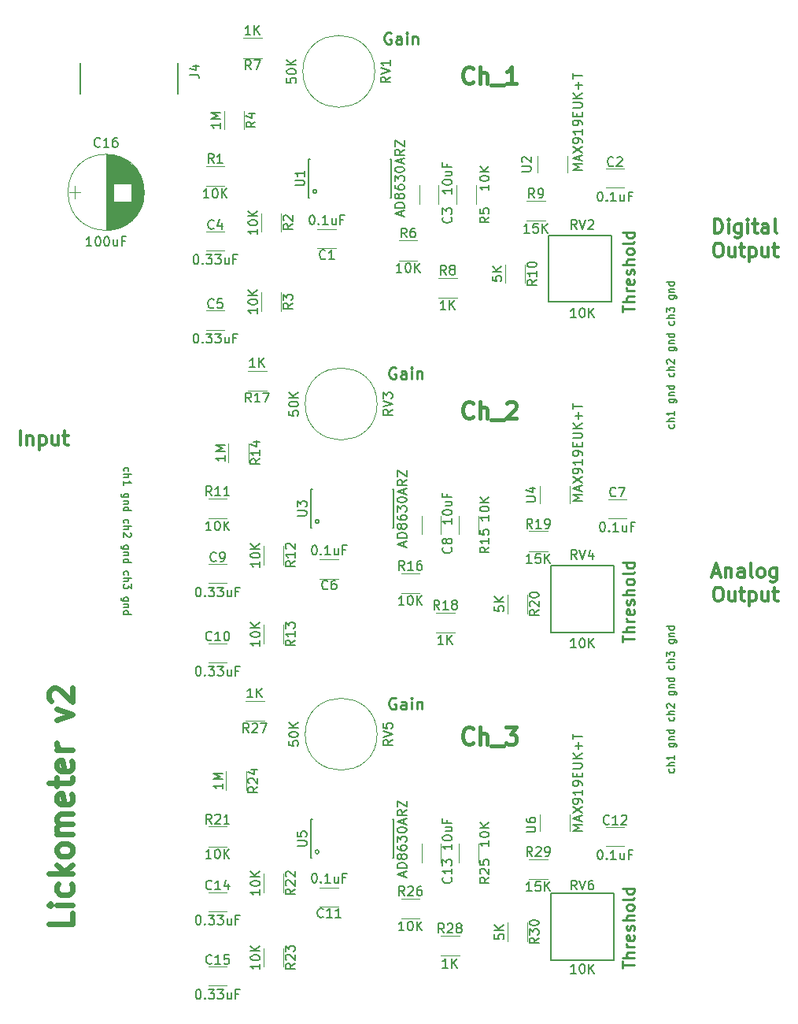
<source format=gbr>
G04 #@! TF.GenerationSoftware,KiCad,Pcbnew,(5.0.2)-1*
G04 #@! TF.CreationDate,2019-03-05T16:27:41-05:00*
G04 #@! TF.ProjectId,piezo_V2,7069657a-6f5f-4563-922e-6b696361645f,rev?*
G04 #@! TF.SameCoordinates,Original*
G04 #@! TF.FileFunction,Legend,Top*
G04 #@! TF.FilePolarity,Positive*
%FSLAX46Y46*%
G04 Gerber Fmt 4.6, Leading zero omitted, Abs format (unit mm)*
G04 Created by KiCad (PCBNEW (5.0.2)-1) date 3/5/2019 4:27:41 PM*
%MOMM*%
%LPD*%
G01*
G04 APERTURE LIST*
%ADD10C,0.250000*%
%ADD11C,0.300000*%
%ADD12C,0.150000*%
%ADD13C,0.600000*%
%ADD14C,0.450000*%
%ADD15C,0.120000*%
%ADD16C,0.200000*%
G04 APERTURE END LIST*
D10*
X172315476Y-139875000D02*
X172315476Y-139160714D01*
X173565476Y-139517857D02*
X172315476Y-139517857D01*
X173565476Y-138744047D02*
X172315476Y-138744047D01*
X173565476Y-138208333D02*
X172910714Y-138208333D01*
X172791666Y-138267857D01*
X172732142Y-138386904D01*
X172732142Y-138565476D01*
X172791666Y-138684523D01*
X172851190Y-138744047D01*
X173565476Y-137613095D02*
X172732142Y-137613095D01*
X172970238Y-137613095D02*
X172851190Y-137553571D01*
X172791666Y-137494047D01*
X172732142Y-137375000D01*
X172732142Y-137255952D01*
X173505952Y-136363095D02*
X173565476Y-136482142D01*
X173565476Y-136720238D01*
X173505952Y-136839285D01*
X173386904Y-136898809D01*
X172910714Y-136898809D01*
X172791666Y-136839285D01*
X172732142Y-136720238D01*
X172732142Y-136482142D01*
X172791666Y-136363095D01*
X172910714Y-136303571D01*
X173029761Y-136303571D01*
X173148809Y-136898809D01*
X173505952Y-135827380D02*
X173565476Y-135708333D01*
X173565476Y-135470238D01*
X173505952Y-135351190D01*
X173386904Y-135291666D01*
X173327380Y-135291666D01*
X173208333Y-135351190D01*
X173148809Y-135470238D01*
X173148809Y-135648809D01*
X173089285Y-135767857D01*
X172970238Y-135827380D01*
X172910714Y-135827380D01*
X172791666Y-135767857D01*
X172732142Y-135648809D01*
X172732142Y-135470238D01*
X172791666Y-135351190D01*
X173565476Y-134755952D02*
X172315476Y-134755952D01*
X173565476Y-134220238D02*
X172910714Y-134220238D01*
X172791666Y-134279761D01*
X172732142Y-134398809D01*
X172732142Y-134577380D01*
X172791666Y-134696428D01*
X172851190Y-134755952D01*
X173565476Y-133446428D02*
X173505952Y-133565476D01*
X173446428Y-133625000D01*
X173327380Y-133684523D01*
X172970238Y-133684523D01*
X172851190Y-133625000D01*
X172791666Y-133565476D01*
X172732142Y-133446428D01*
X172732142Y-133267857D01*
X172791666Y-133148809D01*
X172851190Y-133089285D01*
X172970238Y-133029761D01*
X173327380Y-133029761D01*
X173446428Y-133089285D01*
X173505952Y-133148809D01*
X173565476Y-133267857D01*
X173565476Y-133446428D01*
X173565476Y-132315476D02*
X173505952Y-132434523D01*
X173386904Y-132494047D01*
X172315476Y-132494047D01*
X173565476Y-131303571D02*
X172315476Y-131303571D01*
X173505952Y-131303571D02*
X173565476Y-131422619D01*
X173565476Y-131660714D01*
X173505952Y-131779761D01*
X173446428Y-131839285D01*
X173327380Y-131898809D01*
X172970238Y-131898809D01*
X172851190Y-131839285D01*
X172791666Y-131779761D01*
X172732142Y-131660714D01*
X172732142Y-131422619D01*
X172791666Y-131303571D01*
X172315476Y-69375000D02*
X172315476Y-68660714D01*
X173565476Y-69017857D02*
X172315476Y-69017857D01*
X173565476Y-68244047D02*
X172315476Y-68244047D01*
X173565476Y-67708333D02*
X172910714Y-67708333D01*
X172791666Y-67767857D01*
X172732142Y-67886904D01*
X172732142Y-68065476D01*
X172791666Y-68184523D01*
X172851190Y-68244047D01*
X173565476Y-67113095D02*
X172732142Y-67113095D01*
X172970238Y-67113095D02*
X172851190Y-67053571D01*
X172791666Y-66994047D01*
X172732142Y-66875000D01*
X172732142Y-66755952D01*
X173505952Y-65863095D02*
X173565476Y-65982142D01*
X173565476Y-66220238D01*
X173505952Y-66339285D01*
X173386904Y-66398809D01*
X172910714Y-66398809D01*
X172791666Y-66339285D01*
X172732142Y-66220238D01*
X172732142Y-65982142D01*
X172791666Y-65863095D01*
X172910714Y-65803571D01*
X173029761Y-65803571D01*
X173148809Y-66398809D01*
X173505952Y-65327380D02*
X173565476Y-65208333D01*
X173565476Y-64970238D01*
X173505952Y-64851190D01*
X173386904Y-64791666D01*
X173327380Y-64791666D01*
X173208333Y-64851190D01*
X173148809Y-64970238D01*
X173148809Y-65148809D01*
X173089285Y-65267857D01*
X172970238Y-65327380D01*
X172910714Y-65327380D01*
X172791666Y-65267857D01*
X172732142Y-65148809D01*
X172732142Y-64970238D01*
X172791666Y-64851190D01*
X173565476Y-64255952D02*
X172315476Y-64255952D01*
X173565476Y-63720238D02*
X172910714Y-63720238D01*
X172791666Y-63779761D01*
X172732142Y-63898809D01*
X172732142Y-64077380D01*
X172791666Y-64196428D01*
X172851190Y-64255952D01*
X173565476Y-62946428D02*
X173505952Y-63065476D01*
X173446428Y-63125000D01*
X173327380Y-63184523D01*
X172970238Y-63184523D01*
X172851190Y-63125000D01*
X172791666Y-63065476D01*
X172732142Y-62946428D01*
X172732142Y-62767857D01*
X172791666Y-62648809D01*
X172851190Y-62589285D01*
X172970238Y-62529761D01*
X173327380Y-62529761D01*
X173446428Y-62589285D01*
X173505952Y-62648809D01*
X173565476Y-62767857D01*
X173565476Y-62946428D01*
X173565476Y-61815476D02*
X173505952Y-61934523D01*
X173386904Y-61994047D01*
X172315476Y-61994047D01*
X173565476Y-60803571D02*
X172315476Y-60803571D01*
X173505952Y-60803571D02*
X173565476Y-60922619D01*
X173565476Y-61160714D01*
X173505952Y-61279761D01*
X173446428Y-61339285D01*
X173327380Y-61398809D01*
X172970238Y-61398809D01*
X172851190Y-61339285D01*
X172791666Y-61279761D01*
X172732142Y-61160714D01*
X172732142Y-60922619D01*
X172791666Y-60803571D01*
X172315476Y-104875000D02*
X172315476Y-104160714D01*
X173565476Y-104517857D02*
X172315476Y-104517857D01*
X173565476Y-103744047D02*
X172315476Y-103744047D01*
X173565476Y-103208333D02*
X172910714Y-103208333D01*
X172791666Y-103267857D01*
X172732142Y-103386904D01*
X172732142Y-103565476D01*
X172791666Y-103684523D01*
X172851190Y-103744047D01*
X173565476Y-102613095D02*
X172732142Y-102613095D01*
X172970238Y-102613095D02*
X172851190Y-102553571D01*
X172791666Y-102494047D01*
X172732142Y-102375000D01*
X172732142Y-102255952D01*
X173505952Y-101363095D02*
X173565476Y-101482142D01*
X173565476Y-101720238D01*
X173505952Y-101839285D01*
X173386904Y-101898809D01*
X172910714Y-101898809D01*
X172791666Y-101839285D01*
X172732142Y-101720238D01*
X172732142Y-101482142D01*
X172791666Y-101363095D01*
X172910714Y-101303571D01*
X173029761Y-101303571D01*
X173148809Y-101898809D01*
X173505952Y-100827380D02*
X173565476Y-100708333D01*
X173565476Y-100470238D01*
X173505952Y-100351190D01*
X173386904Y-100291666D01*
X173327380Y-100291666D01*
X173208333Y-100351190D01*
X173148809Y-100470238D01*
X173148809Y-100648809D01*
X173089285Y-100767857D01*
X172970238Y-100827380D01*
X172910714Y-100827380D01*
X172791666Y-100767857D01*
X172732142Y-100648809D01*
X172732142Y-100470238D01*
X172791666Y-100351190D01*
X173565476Y-99755952D02*
X172315476Y-99755952D01*
X173565476Y-99220238D02*
X172910714Y-99220238D01*
X172791666Y-99279761D01*
X172732142Y-99398809D01*
X172732142Y-99577380D01*
X172791666Y-99696428D01*
X172851190Y-99755952D01*
X173565476Y-98446428D02*
X173505952Y-98565476D01*
X173446428Y-98625000D01*
X173327380Y-98684523D01*
X172970238Y-98684523D01*
X172851190Y-98625000D01*
X172791666Y-98565476D01*
X172732142Y-98446428D01*
X172732142Y-98267857D01*
X172791666Y-98148809D01*
X172851190Y-98089285D01*
X172970238Y-98029761D01*
X173327380Y-98029761D01*
X173446428Y-98089285D01*
X173505952Y-98148809D01*
X173565476Y-98267857D01*
X173565476Y-98446428D01*
X173565476Y-97315476D02*
X173505952Y-97434523D01*
X173386904Y-97494047D01*
X172315476Y-97494047D01*
X173565476Y-96303571D02*
X172315476Y-96303571D01*
X173505952Y-96303571D02*
X173565476Y-96422619D01*
X173565476Y-96660714D01*
X173505952Y-96779761D01*
X173446428Y-96839285D01*
X173327380Y-96898809D01*
X172970238Y-96898809D01*
X172851190Y-96839285D01*
X172791666Y-96779761D01*
X172732142Y-96660714D01*
X172732142Y-96422619D01*
X172791666Y-96303571D01*
X147898809Y-110875000D02*
X147779761Y-110815476D01*
X147601190Y-110815476D01*
X147422619Y-110875000D01*
X147303571Y-110994047D01*
X147244047Y-111113095D01*
X147184523Y-111351190D01*
X147184523Y-111529761D01*
X147244047Y-111767857D01*
X147303571Y-111886904D01*
X147422619Y-112005952D01*
X147601190Y-112065476D01*
X147720238Y-112065476D01*
X147898809Y-112005952D01*
X147958333Y-111946428D01*
X147958333Y-111529761D01*
X147720238Y-111529761D01*
X149029761Y-112065476D02*
X149029761Y-111410714D01*
X148970238Y-111291666D01*
X148851190Y-111232142D01*
X148613095Y-111232142D01*
X148494047Y-111291666D01*
X149029761Y-112005952D02*
X148910714Y-112065476D01*
X148613095Y-112065476D01*
X148494047Y-112005952D01*
X148434523Y-111886904D01*
X148434523Y-111767857D01*
X148494047Y-111648809D01*
X148613095Y-111589285D01*
X148910714Y-111589285D01*
X149029761Y-111529761D01*
X149625000Y-112065476D02*
X149625000Y-111232142D01*
X149625000Y-110815476D02*
X149565476Y-110875000D01*
X149625000Y-110934523D01*
X149684523Y-110875000D01*
X149625000Y-110815476D01*
X149625000Y-110934523D01*
X150220238Y-111232142D02*
X150220238Y-112065476D01*
X150220238Y-111351190D02*
X150279761Y-111291666D01*
X150398809Y-111232142D01*
X150577380Y-111232142D01*
X150696428Y-111291666D01*
X150755952Y-111410714D01*
X150755952Y-112065476D01*
X147898809Y-75375000D02*
X147779761Y-75315476D01*
X147601190Y-75315476D01*
X147422619Y-75375000D01*
X147303571Y-75494047D01*
X147244047Y-75613095D01*
X147184523Y-75851190D01*
X147184523Y-76029761D01*
X147244047Y-76267857D01*
X147303571Y-76386904D01*
X147422619Y-76505952D01*
X147601190Y-76565476D01*
X147720238Y-76565476D01*
X147898809Y-76505952D01*
X147958333Y-76446428D01*
X147958333Y-76029761D01*
X147720238Y-76029761D01*
X149029761Y-76565476D02*
X149029761Y-75910714D01*
X148970238Y-75791666D01*
X148851190Y-75732142D01*
X148613095Y-75732142D01*
X148494047Y-75791666D01*
X149029761Y-76505952D02*
X148910714Y-76565476D01*
X148613095Y-76565476D01*
X148494047Y-76505952D01*
X148434523Y-76386904D01*
X148434523Y-76267857D01*
X148494047Y-76148809D01*
X148613095Y-76089285D01*
X148910714Y-76089285D01*
X149029761Y-76029761D01*
X149625000Y-76565476D02*
X149625000Y-75732142D01*
X149625000Y-75315476D02*
X149565476Y-75375000D01*
X149625000Y-75434523D01*
X149684523Y-75375000D01*
X149625000Y-75315476D01*
X149625000Y-75434523D01*
X150220238Y-75732142D02*
X150220238Y-76565476D01*
X150220238Y-75851190D02*
X150279761Y-75791666D01*
X150398809Y-75732142D01*
X150577380Y-75732142D01*
X150696428Y-75791666D01*
X150755952Y-75910714D01*
X150755952Y-76565476D01*
X147398809Y-39375000D02*
X147279761Y-39315476D01*
X147101190Y-39315476D01*
X146922619Y-39375000D01*
X146803571Y-39494047D01*
X146744047Y-39613095D01*
X146684523Y-39851190D01*
X146684523Y-40029761D01*
X146744047Y-40267857D01*
X146803571Y-40386904D01*
X146922619Y-40505952D01*
X147101190Y-40565476D01*
X147220238Y-40565476D01*
X147398809Y-40505952D01*
X147458333Y-40446428D01*
X147458333Y-40029761D01*
X147220238Y-40029761D01*
X148529761Y-40565476D02*
X148529761Y-39910714D01*
X148470238Y-39791666D01*
X148351190Y-39732142D01*
X148113095Y-39732142D01*
X147994047Y-39791666D01*
X148529761Y-40505952D02*
X148410714Y-40565476D01*
X148113095Y-40565476D01*
X147994047Y-40505952D01*
X147934523Y-40386904D01*
X147934523Y-40267857D01*
X147994047Y-40148809D01*
X148113095Y-40089285D01*
X148410714Y-40089285D01*
X148529761Y-40029761D01*
X149125000Y-40565476D02*
X149125000Y-39732142D01*
X149125000Y-39315476D02*
X149065476Y-39375000D01*
X149125000Y-39434523D01*
X149184523Y-39375000D01*
X149125000Y-39315476D01*
X149125000Y-39434523D01*
X149720238Y-39732142D02*
X149720238Y-40565476D01*
X149720238Y-39851190D02*
X149779761Y-39791666D01*
X149898809Y-39732142D01*
X150077380Y-39732142D01*
X150196428Y-39791666D01*
X150255952Y-39910714D01*
X150255952Y-40565476D01*
D11*
X182035714Y-97475000D02*
X182750000Y-97475000D01*
X181892857Y-97903571D02*
X182392857Y-96403571D01*
X182892857Y-97903571D01*
X183392857Y-96903571D02*
X183392857Y-97903571D01*
X183392857Y-97046428D02*
X183464285Y-96975000D01*
X183607142Y-96903571D01*
X183821428Y-96903571D01*
X183964285Y-96975000D01*
X184035714Y-97117857D01*
X184035714Y-97903571D01*
X185392857Y-97903571D02*
X185392857Y-97117857D01*
X185321428Y-96975000D01*
X185178571Y-96903571D01*
X184892857Y-96903571D01*
X184750000Y-96975000D01*
X185392857Y-97832142D02*
X185250000Y-97903571D01*
X184892857Y-97903571D01*
X184750000Y-97832142D01*
X184678571Y-97689285D01*
X184678571Y-97546428D01*
X184750000Y-97403571D01*
X184892857Y-97332142D01*
X185250000Y-97332142D01*
X185392857Y-97260714D01*
X186321428Y-97903571D02*
X186178571Y-97832142D01*
X186107142Y-97689285D01*
X186107142Y-96403571D01*
X187107142Y-97903571D02*
X186964285Y-97832142D01*
X186892857Y-97760714D01*
X186821428Y-97617857D01*
X186821428Y-97189285D01*
X186892857Y-97046428D01*
X186964285Y-96975000D01*
X187107142Y-96903571D01*
X187321428Y-96903571D01*
X187464285Y-96975000D01*
X187535714Y-97046428D01*
X187607142Y-97189285D01*
X187607142Y-97617857D01*
X187535714Y-97760714D01*
X187464285Y-97832142D01*
X187321428Y-97903571D01*
X187107142Y-97903571D01*
X188892857Y-96903571D02*
X188892857Y-98117857D01*
X188821428Y-98260714D01*
X188750000Y-98332142D01*
X188607142Y-98403571D01*
X188392857Y-98403571D01*
X188250000Y-98332142D01*
X188892857Y-97832142D02*
X188750000Y-97903571D01*
X188464285Y-97903571D01*
X188321428Y-97832142D01*
X188250000Y-97760714D01*
X188178571Y-97617857D01*
X188178571Y-97189285D01*
X188250000Y-97046428D01*
X188321428Y-96975000D01*
X188464285Y-96903571D01*
X188750000Y-96903571D01*
X188892857Y-96975000D01*
X182464285Y-98953571D02*
X182750000Y-98953571D01*
X182892857Y-99025000D01*
X183035714Y-99167857D01*
X183107142Y-99453571D01*
X183107142Y-99953571D01*
X183035714Y-100239285D01*
X182892857Y-100382142D01*
X182750000Y-100453571D01*
X182464285Y-100453571D01*
X182321428Y-100382142D01*
X182178571Y-100239285D01*
X182107142Y-99953571D01*
X182107142Y-99453571D01*
X182178571Y-99167857D01*
X182321428Y-99025000D01*
X182464285Y-98953571D01*
X184392857Y-99453571D02*
X184392857Y-100453571D01*
X183750000Y-99453571D02*
X183750000Y-100239285D01*
X183821428Y-100382142D01*
X183964285Y-100453571D01*
X184178571Y-100453571D01*
X184321428Y-100382142D01*
X184392857Y-100310714D01*
X184892857Y-99453571D02*
X185464285Y-99453571D01*
X185107142Y-98953571D02*
X185107142Y-100239285D01*
X185178571Y-100382142D01*
X185321428Y-100453571D01*
X185464285Y-100453571D01*
X185964285Y-99453571D02*
X185964285Y-100953571D01*
X185964285Y-99525000D02*
X186107142Y-99453571D01*
X186392857Y-99453571D01*
X186535714Y-99525000D01*
X186607142Y-99596428D01*
X186678571Y-99739285D01*
X186678571Y-100167857D01*
X186607142Y-100310714D01*
X186535714Y-100382142D01*
X186392857Y-100453571D01*
X186107142Y-100453571D01*
X185964285Y-100382142D01*
X187964285Y-99453571D02*
X187964285Y-100453571D01*
X187321428Y-99453571D02*
X187321428Y-100239285D01*
X187392857Y-100382142D01*
X187535714Y-100453571D01*
X187750000Y-100453571D01*
X187892857Y-100382142D01*
X187964285Y-100310714D01*
X188464285Y-99453571D02*
X189035714Y-99453571D01*
X188678571Y-98953571D02*
X188678571Y-100239285D01*
X188750000Y-100382142D01*
X188892857Y-100453571D01*
X189035714Y-100453571D01*
X182214285Y-60903571D02*
X182214285Y-59403571D01*
X182571428Y-59403571D01*
X182785714Y-59475000D01*
X182928571Y-59617857D01*
X183000000Y-59760714D01*
X183071428Y-60046428D01*
X183071428Y-60260714D01*
X183000000Y-60546428D01*
X182928571Y-60689285D01*
X182785714Y-60832142D01*
X182571428Y-60903571D01*
X182214285Y-60903571D01*
X183714285Y-60903571D02*
X183714285Y-59903571D01*
X183714285Y-59403571D02*
X183642857Y-59475000D01*
X183714285Y-59546428D01*
X183785714Y-59475000D01*
X183714285Y-59403571D01*
X183714285Y-59546428D01*
X185071428Y-59903571D02*
X185071428Y-61117857D01*
X185000000Y-61260714D01*
X184928571Y-61332142D01*
X184785714Y-61403571D01*
X184571428Y-61403571D01*
X184428571Y-61332142D01*
X185071428Y-60832142D02*
X184928571Y-60903571D01*
X184642857Y-60903571D01*
X184500000Y-60832142D01*
X184428571Y-60760714D01*
X184357142Y-60617857D01*
X184357142Y-60189285D01*
X184428571Y-60046428D01*
X184500000Y-59975000D01*
X184642857Y-59903571D01*
X184928571Y-59903571D01*
X185071428Y-59975000D01*
X185785714Y-60903571D02*
X185785714Y-59903571D01*
X185785714Y-59403571D02*
X185714285Y-59475000D01*
X185785714Y-59546428D01*
X185857142Y-59475000D01*
X185785714Y-59403571D01*
X185785714Y-59546428D01*
X186285714Y-59903571D02*
X186857142Y-59903571D01*
X186500000Y-59403571D02*
X186500000Y-60689285D01*
X186571428Y-60832142D01*
X186714285Y-60903571D01*
X186857142Y-60903571D01*
X188000000Y-60903571D02*
X188000000Y-60117857D01*
X187928571Y-59975000D01*
X187785714Y-59903571D01*
X187500000Y-59903571D01*
X187357142Y-59975000D01*
X188000000Y-60832142D02*
X187857142Y-60903571D01*
X187500000Y-60903571D01*
X187357142Y-60832142D01*
X187285714Y-60689285D01*
X187285714Y-60546428D01*
X187357142Y-60403571D01*
X187500000Y-60332142D01*
X187857142Y-60332142D01*
X188000000Y-60260714D01*
X188928571Y-60903571D02*
X188785714Y-60832142D01*
X188714285Y-60689285D01*
X188714285Y-59403571D01*
X182464285Y-61953571D02*
X182750000Y-61953571D01*
X182892857Y-62025000D01*
X183035714Y-62167857D01*
X183107142Y-62453571D01*
X183107142Y-62953571D01*
X183035714Y-63239285D01*
X182892857Y-63382142D01*
X182750000Y-63453571D01*
X182464285Y-63453571D01*
X182321428Y-63382142D01*
X182178571Y-63239285D01*
X182107142Y-62953571D01*
X182107142Y-62453571D01*
X182178571Y-62167857D01*
X182321428Y-62025000D01*
X182464285Y-61953571D01*
X184392857Y-62453571D02*
X184392857Y-63453571D01*
X183750000Y-62453571D02*
X183750000Y-63239285D01*
X183821428Y-63382142D01*
X183964285Y-63453571D01*
X184178571Y-63453571D01*
X184321428Y-63382142D01*
X184392857Y-63310714D01*
X184892857Y-62453571D02*
X185464285Y-62453571D01*
X185107142Y-61953571D02*
X185107142Y-63239285D01*
X185178571Y-63382142D01*
X185321428Y-63453571D01*
X185464285Y-63453571D01*
X185964285Y-62453571D02*
X185964285Y-63953571D01*
X185964285Y-62525000D02*
X186107142Y-62453571D01*
X186392857Y-62453571D01*
X186535714Y-62525000D01*
X186607142Y-62596428D01*
X186678571Y-62739285D01*
X186678571Y-63167857D01*
X186607142Y-63310714D01*
X186535714Y-63382142D01*
X186392857Y-63453571D01*
X186107142Y-63453571D01*
X185964285Y-63382142D01*
X187964285Y-62453571D02*
X187964285Y-63453571D01*
X187321428Y-62453571D02*
X187321428Y-63239285D01*
X187392857Y-63382142D01*
X187535714Y-63453571D01*
X187750000Y-63453571D01*
X187892857Y-63382142D01*
X187964285Y-63310714D01*
X188464285Y-62453571D02*
X189035714Y-62453571D01*
X188678571Y-61953571D02*
X188678571Y-63239285D01*
X188750000Y-63382142D01*
X188892857Y-63453571D01*
X189035714Y-63453571D01*
X107535714Y-83678571D02*
X107535714Y-82178571D01*
X108250000Y-82678571D02*
X108250000Y-83678571D01*
X108250000Y-82821428D02*
X108321428Y-82750000D01*
X108464285Y-82678571D01*
X108678571Y-82678571D01*
X108821428Y-82750000D01*
X108892857Y-82892857D01*
X108892857Y-83678571D01*
X109607142Y-82678571D02*
X109607142Y-84178571D01*
X109607142Y-82750000D02*
X109750000Y-82678571D01*
X110035714Y-82678571D01*
X110178571Y-82750000D01*
X110250000Y-82821428D01*
X110321428Y-82964285D01*
X110321428Y-83392857D01*
X110250000Y-83535714D01*
X110178571Y-83607142D01*
X110035714Y-83678571D01*
X109750000Y-83678571D01*
X109607142Y-83607142D01*
X111607142Y-82678571D02*
X111607142Y-83678571D01*
X110964285Y-82678571D02*
X110964285Y-83464285D01*
X111035714Y-83607142D01*
X111178571Y-83678571D01*
X111392857Y-83678571D01*
X111535714Y-83607142D01*
X111607142Y-83535714D01*
X112107142Y-82678571D02*
X112678571Y-82678571D01*
X112321428Y-82178571D02*
X112321428Y-83464285D01*
X112392857Y-83607142D01*
X112535714Y-83678571D01*
X112678571Y-83678571D01*
D12*
X177823809Y-81504761D02*
X177861904Y-81580952D01*
X177861904Y-81733333D01*
X177823809Y-81809523D01*
X177785714Y-81847619D01*
X177709523Y-81885714D01*
X177480952Y-81885714D01*
X177404761Y-81847619D01*
X177366666Y-81809523D01*
X177328571Y-81733333D01*
X177328571Y-81580952D01*
X177366666Y-81504761D01*
X177861904Y-81161904D02*
X177061904Y-81161904D01*
X177861904Y-80819047D02*
X177442857Y-80819047D01*
X177366666Y-80857142D01*
X177328571Y-80933333D01*
X177328571Y-81047619D01*
X177366666Y-81123809D01*
X177404761Y-81161904D01*
X177861904Y-80019047D02*
X177861904Y-80476190D01*
X177861904Y-80247619D02*
X177061904Y-80247619D01*
X177176190Y-80323809D01*
X177252380Y-80400000D01*
X177290476Y-80476190D01*
X177328571Y-78723809D02*
X177976190Y-78723809D01*
X178052380Y-78761904D01*
X178090476Y-78800000D01*
X178128571Y-78876190D01*
X178128571Y-78990476D01*
X178090476Y-79066666D01*
X177823809Y-78723809D02*
X177861904Y-78800000D01*
X177861904Y-78952380D01*
X177823809Y-79028571D01*
X177785714Y-79066666D01*
X177709523Y-79104761D01*
X177480952Y-79104761D01*
X177404761Y-79066666D01*
X177366666Y-79028571D01*
X177328571Y-78952380D01*
X177328571Y-78800000D01*
X177366666Y-78723809D01*
X177328571Y-78342857D02*
X177861904Y-78342857D01*
X177404761Y-78342857D02*
X177366666Y-78304761D01*
X177328571Y-78228571D01*
X177328571Y-78114285D01*
X177366666Y-78038095D01*
X177442857Y-78000000D01*
X177861904Y-78000000D01*
X177861904Y-77276190D02*
X177061904Y-77276190D01*
X177823809Y-77276190D02*
X177861904Y-77352380D01*
X177861904Y-77504761D01*
X177823809Y-77580952D01*
X177785714Y-77619047D01*
X177709523Y-77657142D01*
X177480952Y-77657142D01*
X177404761Y-77619047D01*
X177366666Y-77580952D01*
X177328571Y-77504761D01*
X177328571Y-77352380D01*
X177366666Y-77276190D01*
X177823809Y-75942857D02*
X177861904Y-76019047D01*
X177861904Y-76171428D01*
X177823809Y-76247619D01*
X177785714Y-76285714D01*
X177709523Y-76323809D01*
X177480952Y-76323809D01*
X177404761Y-76285714D01*
X177366666Y-76247619D01*
X177328571Y-76171428D01*
X177328571Y-76019047D01*
X177366666Y-75942857D01*
X177861904Y-75600000D02*
X177061904Y-75600000D01*
X177861904Y-75257142D02*
X177442857Y-75257142D01*
X177366666Y-75295238D01*
X177328571Y-75371428D01*
X177328571Y-75485714D01*
X177366666Y-75561904D01*
X177404761Y-75600000D01*
X177138095Y-74914285D02*
X177100000Y-74876190D01*
X177061904Y-74800000D01*
X177061904Y-74609523D01*
X177100000Y-74533333D01*
X177138095Y-74495238D01*
X177214285Y-74457142D01*
X177290476Y-74457142D01*
X177404761Y-74495238D01*
X177861904Y-74952380D01*
X177861904Y-74457142D01*
X177328571Y-73161904D02*
X177976190Y-73161904D01*
X178052380Y-73200000D01*
X178090476Y-73238095D01*
X178128571Y-73314285D01*
X178128571Y-73428571D01*
X178090476Y-73504761D01*
X177823809Y-73161904D02*
X177861904Y-73238095D01*
X177861904Y-73390476D01*
X177823809Y-73466666D01*
X177785714Y-73504761D01*
X177709523Y-73542857D01*
X177480952Y-73542857D01*
X177404761Y-73504761D01*
X177366666Y-73466666D01*
X177328571Y-73390476D01*
X177328571Y-73238095D01*
X177366666Y-73161904D01*
X177328571Y-72780952D02*
X177861904Y-72780952D01*
X177404761Y-72780952D02*
X177366666Y-72742857D01*
X177328571Y-72666666D01*
X177328571Y-72552380D01*
X177366666Y-72476190D01*
X177442857Y-72438095D01*
X177861904Y-72438095D01*
X177861904Y-71714285D02*
X177061904Y-71714285D01*
X177823809Y-71714285D02*
X177861904Y-71790476D01*
X177861904Y-71942857D01*
X177823809Y-72019047D01*
X177785714Y-72057142D01*
X177709523Y-72095238D01*
X177480952Y-72095238D01*
X177404761Y-72057142D01*
X177366666Y-72019047D01*
X177328571Y-71942857D01*
X177328571Y-71790476D01*
X177366666Y-71714285D01*
X177823809Y-70380952D02*
X177861904Y-70457142D01*
X177861904Y-70609523D01*
X177823809Y-70685714D01*
X177785714Y-70723809D01*
X177709523Y-70761904D01*
X177480952Y-70761904D01*
X177404761Y-70723809D01*
X177366666Y-70685714D01*
X177328571Y-70609523D01*
X177328571Y-70457142D01*
X177366666Y-70380952D01*
X177861904Y-70038095D02*
X177061904Y-70038095D01*
X177861904Y-69695238D02*
X177442857Y-69695238D01*
X177366666Y-69733333D01*
X177328571Y-69809523D01*
X177328571Y-69923809D01*
X177366666Y-70000000D01*
X177404761Y-70038095D01*
X177061904Y-69390476D02*
X177061904Y-68895238D01*
X177366666Y-69161904D01*
X177366666Y-69047619D01*
X177404761Y-68971428D01*
X177442857Y-68933333D01*
X177519047Y-68895238D01*
X177709523Y-68895238D01*
X177785714Y-68933333D01*
X177823809Y-68971428D01*
X177861904Y-69047619D01*
X177861904Y-69276190D01*
X177823809Y-69352380D01*
X177785714Y-69390476D01*
X177328571Y-67600000D02*
X177976190Y-67600000D01*
X178052380Y-67638095D01*
X178090476Y-67676190D01*
X178128571Y-67752380D01*
X178128571Y-67866666D01*
X178090476Y-67942857D01*
X177823809Y-67600000D02*
X177861904Y-67676190D01*
X177861904Y-67828571D01*
X177823809Y-67904761D01*
X177785714Y-67942857D01*
X177709523Y-67980952D01*
X177480952Y-67980952D01*
X177404761Y-67942857D01*
X177366666Y-67904761D01*
X177328571Y-67828571D01*
X177328571Y-67676190D01*
X177366666Y-67600000D01*
X177328571Y-67219047D02*
X177861904Y-67219047D01*
X177404761Y-67219047D02*
X177366666Y-67180952D01*
X177328571Y-67104761D01*
X177328571Y-66990476D01*
X177366666Y-66914285D01*
X177442857Y-66876190D01*
X177861904Y-66876190D01*
X177861904Y-66152380D02*
X177061904Y-66152380D01*
X177823809Y-66152380D02*
X177861904Y-66228571D01*
X177861904Y-66380952D01*
X177823809Y-66457142D01*
X177785714Y-66495238D01*
X177709523Y-66533333D01*
X177480952Y-66533333D01*
X177404761Y-66495238D01*
X177366666Y-66457142D01*
X177328571Y-66380952D01*
X177328571Y-66228571D01*
X177366666Y-66152380D01*
X177823809Y-118504761D02*
X177861904Y-118580952D01*
X177861904Y-118733333D01*
X177823809Y-118809523D01*
X177785714Y-118847619D01*
X177709523Y-118885714D01*
X177480952Y-118885714D01*
X177404761Y-118847619D01*
X177366666Y-118809523D01*
X177328571Y-118733333D01*
X177328571Y-118580952D01*
X177366666Y-118504761D01*
X177861904Y-118161904D02*
X177061904Y-118161904D01*
X177861904Y-117819047D02*
X177442857Y-117819047D01*
X177366666Y-117857142D01*
X177328571Y-117933333D01*
X177328571Y-118047619D01*
X177366666Y-118123809D01*
X177404761Y-118161904D01*
X177861904Y-117019047D02*
X177861904Y-117476190D01*
X177861904Y-117247619D02*
X177061904Y-117247619D01*
X177176190Y-117323809D01*
X177252380Y-117400000D01*
X177290476Y-117476190D01*
X177328571Y-115723809D02*
X177976190Y-115723809D01*
X178052380Y-115761904D01*
X178090476Y-115800000D01*
X178128571Y-115876190D01*
X178128571Y-115990476D01*
X178090476Y-116066666D01*
X177823809Y-115723809D02*
X177861904Y-115800000D01*
X177861904Y-115952380D01*
X177823809Y-116028571D01*
X177785714Y-116066666D01*
X177709523Y-116104761D01*
X177480952Y-116104761D01*
X177404761Y-116066666D01*
X177366666Y-116028571D01*
X177328571Y-115952380D01*
X177328571Y-115800000D01*
X177366666Y-115723809D01*
X177328571Y-115342857D02*
X177861904Y-115342857D01*
X177404761Y-115342857D02*
X177366666Y-115304761D01*
X177328571Y-115228571D01*
X177328571Y-115114285D01*
X177366666Y-115038095D01*
X177442857Y-115000000D01*
X177861904Y-115000000D01*
X177861904Y-114276190D02*
X177061904Y-114276190D01*
X177823809Y-114276190D02*
X177861904Y-114352380D01*
X177861904Y-114504761D01*
X177823809Y-114580952D01*
X177785714Y-114619047D01*
X177709523Y-114657142D01*
X177480952Y-114657142D01*
X177404761Y-114619047D01*
X177366666Y-114580952D01*
X177328571Y-114504761D01*
X177328571Y-114352380D01*
X177366666Y-114276190D01*
X177823809Y-112942857D02*
X177861904Y-113019047D01*
X177861904Y-113171428D01*
X177823809Y-113247619D01*
X177785714Y-113285714D01*
X177709523Y-113323809D01*
X177480952Y-113323809D01*
X177404761Y-113285714D01*
X177366666Y-113247619D01*
X177328571Y-113171428D01*
X177328571Y-113019047D01*
X177366666Y-112942857D01*
X177861904Y-112600000D02*
X177061904Y-112600000D01*
X177861904Y-112257142D02*
X177442857Y-112257142D01*
X177366666Y-112295238D01*
X177328571Y-112371428D01*
X177328571Y-112485714D01*
X177366666Y-112561904D01*
X177404761Y-112600000D01*
X177138095Y-111914285D02*
X177100000Y-111876190D01*
X177061904Y-111800000D01*
X177061904Y-111609523D01*
X177100000Y-111533333D01*
X177138095Y-111495238D01*
X177214285Y-111457142D01*
X177290476Y-111457142D01*
X177404761Y-111495238D01*
X177861904Y-111952380D01*
X177861904Y-111457142D01*
X177328571Y-110161904D02*
X177976190Y-110161904D01*
X178052380Y-110200000D01*
X178090476Y-110238095D01*
X178128571Y-110314285D01*
X178128571Y-110428571D01*
X178090476Y-110504761D01*
X177823809Y-110161904D02*
X177861904Y-110238095D01*
X177861904Y-110390476D01*
X177823809Y-110466666D01*
X177785714Y-110504761D01*
X177709523Y-110542857D01*
X177480952Y-110542857D01*
X177404761Y-110504761D01*
X177366666Y-110466666D01*
X177328571Y-110390476D01*
X177328571Y-110238095D01*
X177366666Y-110161904D01*
X177328571Y-109780952D02*
X177861904Y-109780952D01*
X177404761Y-109780952D02*
X177366666Y-109742857D01*
X177328571Y-109666666D01*
X177328571Y-109552380D01*
X177366666Y-109476190D01*
X177442857Y-109438095D01*
X177861904Y-109438095D01*
X177861904Y-108714285D02*
X177061904Y-108714285D01*
X177823809Y-108714285D02*
X177861904Y-108790476D01*
X177861904Y-108942857D01*
X177823809Y-109019047D01*
X177785714Y-109057142D01*
X177709523Y-109095238D01*
X177480952Y-109095238D01*
X177404761Y-109057142D01*
X177366666Y-109019047D01*
X177328571Y-108942857D01*
X177328571Y-108790476D01*
X177366666Y-108714285D01*
X177823809Y-107380952D02*
X177861904Y-107457142D01*
X177861904Y-107609523D01*
X177823809Y-107685714D01*
X177785714Y-107723809D01*
X177709523Y-107761904D01*
X177480952Y-107761904D01*
X177404761Y-107723809D01*
X177366666Y-107685714D01*
X177328571Y-107609523D01*
X177328571Y-107457142D01*
X177366666Y-107380952D01*
X177861904Y-107038095D02*
X177061904Y-107038095D01*
X177861904Y-106695238D02*
X177442857Y-106695238D01*
X177366666Y-106733333D01*
X177328571Y-106809523D01*
X177328571Y-106923809D01*
X177366666Y-107000000D01*
X177404761Y-107038095D01*
X177061904Y-106390476D02*
X177061904Y-105895238D01*
X177366666Y-106161904D01*
X177366666Y-106047619D01*
X177404761Y-105971428D01*
X177442857Y-105933333D01*
X177519047Y-105895238D01*
X177709523Y-105895238D01*
X177785714Y-105933333D01*
X177823809Y-105971428D01*
X177861904Y-106047619D01*
X177861904Y-106276190D01*
X177823809Y-106352380D01*
X177785714Y-106390476D01*
X177328571Y-104600000D02*
X177976190Y-104600000D01*
X178052380Y-104638095D01*
X178090476Y-104676190D01*
X178128571Y-104752380D01*
X178128571Y-104866666D01*
X178090476Y-104942857D01*
X177823809Y-104600000D02*
X177861904Y-104676190D01*
X177861904Y-104828571D01*
X177823809Y-104904761D01*
X177785714Y-104942857D01*
X177709523Y-104980952D01*
X177480952Y-104980952D01*
X177404761Y-104942857D01*
X177366666Y-104904761D01*
X177328571Y-104828571D01*
X177328571Y-104676190D01*
X177366666Y-104600000D01*
X177328571Y-104219047D02*
X177861904Y-104219047D01*
X177404761Y-104219047D02*
X177366666Y-104180952D01*
X177328571Y-104104761D01*
X177328571Y-103990476D01*
X177366666Y-103914285D01*
X177442857Y-103876190D01*
X177861904Y-103876190D01*
X177861904Y-103152380D02*
X177061904Y-103152380D01*
X177823809Y-103152380D02*
X177861904Y-103228571D01*
X177861904Y-103380952D01*
X177823809Y-103457142D01*
X177785714Y-103495238D01*
X177709523Y-103533333D01*
X177480952Y-103533333D01*
X177404761Y-103495238D01*
X177366666Y-103457142D01*
X177328571Y-103380952D01*
X177328571Y-103228571D01*
X177366666Y-103152380D01*
X118676190Y-86495238D02*
X118638095Y-86419047D01*
X118638095Y-86266666D01*
X118676190Y-86190476D01*
X118714285Y-86152380D01*
X118790476Y-86114285D01*
X119019047Y-86114285D01*
X119095238Y-86152380D01*
X119133333Y-86190476D01*
X119171428Y-86266666D01*
X119171428Y-86419047D01*
X119133333Y-86495238D01*
X118638095Y-86838095D02*
X119438095Y-86838095D01*
X118638095Y-87180952D02*
X119057142Y-87180952D01*
X119133333Y-87142857D01*
X119171428Y-87066666D01*
X119171428Y-86952380D01*
X119133333Y-86876190D01*
X119095238Y-86838095D01*
X118638095Y-87980952D02*
X118638095Y-87523809D01*
X118638095Y-87752380D02*
X119438095Y-87752380D01*
X119323809Y-87676190D01*
X119247619Y-87600000D01*
X119209523Y-87523809D01*
X119171428Y-89276190D02*
X118523809Y-89276190D01*
X118447619Y-89238095D01*
X118409523Y-89200000D01*
X118371428Y-89123809D01*
X118371428Y-89009523D01*
X118409523Y-88933333D01*
X118676190Y-89276190D02*
X118638095Y-89200000D01*
X118638095Y-89047619D01*
X118676190Y-88971428D01*
X118714285Y-88933333D01*
X118790476Y-88895238D01*
X119019047Y-88895238D01*
X119095238Y-88933333D01*
X119133333Y-88971428D01*
X119171428Y-89047619D01*
X119171428Y-89200000D01*
X119133333Y-89276190D01*
X119171428Y-89657142D02*
X118638095Y-89657142D01*
X119095238Y-89657142D02*
X119133333Y-89695238D01*
X119171428Y-89771428D01*
X119171428Y-89885714D01*
X119133333Y-89961904D01*
X119057142Y-90000000D01*
X118638095Y-90000000D01*
X118638095Y-90723809D02*
X119438095Y-90723809D01*
X118676190Y-90723809D02*
X118638095Y-90647619D01*
X118638095Y-90495238D01*
X118676190Y-90419047D01*
X118714285Y-90380952D01*
X118790476Y-90342857D01*
X119019047Y-90342857D01*
X119095238Y-90380952D01*
X119133333Y-90419047D01*
X119171428Y-90495238D01*
X119171428Y-90647619D01*
X119133333Y-90723809D01*
X118676190Y-92057142D02*
X118638095Y-91980952D01*
X118638095Y-91828571D01*
X118676190Y-91752380D01*
X118714285Y-91714285D01*
X118790476Y-91676190D01*
X119019047Y-91676190D01*
X119095238Y-91714285D01*
X119133333Y-91752380D01*
X119171428Y-91828571D01*
X119171428Y-91980952D01*
X119133333Y-92057142D01*
X118638095Y-92400000D02*
X119438095Y-92400000D01*
X118638095Y-92742857D02*
X119057142Y-92742857D01*
X119133333Y-92704761D01*
X119171428Y-92628571D01*
X119171428Y-92514285D01*
X119133333Y-92438095D01*
X119095238Y-92400000D01*
X119361904Y-93085714D02*
X119400000Y-93123809D01*
X119438095Y-93200000D01*
X119438095Y-93390476D01*
X119400000Y-93466666D01*
X119361904Y-93504761D01*
X119285714Y-93542857D01*
X119209523Y-93542857D01*
X119095238Y-93504761D01*
X118638095Y-93047619D01*
X118638095Y-93542857D01*
X119171428Y-94838095D02*
X118523809Y-94838095D01*
X118447619Y-94800000D01*
X118409523Y-94761904D01*
X118371428Y-94685714D01*
X118371428Y-94571428D01*
X118409523Y-94495238D01*
X118676190Y-94838095D02*
X118638095Y-94761904D01*
X118638095Y-94609523D01*
X118676190Y-94533333D01*
X118714285Y-94495238D01*
X118790476Y-94457142D01*
X119019047Y-94457142D01*
X119095238Y-94495238D01*
X119133333Y-94533333D01*
X119171428Y-94609523D01*
X119171428Y-94761904D01*
X119133333Y-94838095D01*
X119171428Y-95219047D02*
X118638095Y-95219047D01*
X119095238Y-95219047D02*
X119133333Y-95257142D01*
X119171428Y-95333333D01*
X119171428Y-95447619D01*
X119133333Y-95523809D01*
X119057142Y-95561904D01*
X118638095Y-95561904D01*
X118638095Y-96285714D02*
X119438095Y-96285714D01*
X118676190Y-96285714D02*
X118638095Y-96209523D01*
X118638095Y-96057142D01*
X118676190Y-95980952D01*
X118714285Y-95942857D01*
X118790476Y-95904761D01*
X119019047Y-95904761D01*
X119095238Y-95942857D01*
X119133333Y-95980952D01*
X119171428Y-96057142D01*
X119171428Y-96209523D01*
X119133333Y-96285714D01*
X118676190Y-97619047D02*
X118638095Y-97542857D01*
X118638095Y-97390476D01*
X118676190Y-97314285D01*
X118714285Y-97276190D01*
X118790476Y-97238095D01*
X119019047Y-97238095D01*
X119095238Y-97276190D01*
X119133333Y-97314285D01*
X119171428Y-97390476D01*
X119171428Y-97542857D01*
X119133333Y-97619047D01*
X118638095Y-97961904D02*
X119438095Y-97961904D01*
X118638095Y-98304761D02*
X119057142Y-98304761D01*
X119133333Y-98266666D01*
X119171428Y-98190476D01*
X119171428Y-98076190D01*
X119133333Y-98000000D01*
X119095238Y-97961904D01*
X119438095Y-98609523D02*
X119438095Y-99104761D01*
X119133333Y-98838095D01*
X119133333Y-98952380D01*
X119095238Y-99028571D01*
X119057142Y-99066666D01*
X118980952Y-99104761D01*
X118790476Y-99104761D01*
X118714285Y-99066666D01*
X118676190Y-99028571D01*
X118638095Y-98952380D01*
X118638095Y-98723809D01*
X118676190Y-98647619D01*
X118714285Y-98609523D01*
X119171428Y-100400000D02*
X118523809Y-100400000D01*
X118447619Y-100361904D01*
X118409523Y-100323809D01*
X118371428Y-100247619D01*
X118371428Y-100133333D01*
X118409523Y-100057142D01*
X118676190Y-100400000D02*
X118638095Y-100323809D01*
X118638095Y-100171428D01*
X118676190Y-100095238D01*
X118714285Y-100057142D01*
X118790476Y-100019047D01*
X119019047Y-100019047D01*
X119095238Y-100057142D01*
X119133333Y-100095238D01*
X119171428Y-100171428D01*
X119171428Y-100323809D01*
X119133333Y-100400000D01*
X119171428Y-100780952D02*
X118638095Y-100780952D01*
X119095238Y-100780952D02*
X119133333Y-100819047D01*
X119171428Y-100895238D01*
X119171428Y-101009523D01*
X119133333Y-101085714D01*
X119057142Y-101123809D01*
X118638095Y-101123809D01*
X118638095Y-101847619D02*
X119438095Y-101847619D01*
X118676190Y-101847619D02*
X118638095Y-101771428D01*
X118638095Y-101619047D01*
X118676190Y-101542857D01*
X118714285Y-101504761D01*
X118790476Y-101466666D01*
X119019047Y-101466666D01*
X119095238Y-101504761D01*
X119133333Y-101542857D01*
X119171428Y-101619047D01*
X119171428Y-101771428D01*
X119133333Y-101847619D01*
D13*
X113130952Y-133928571D02*
X113130952Y-135119047D01*
X110630952Y-135119047D01*
X113130952Y-133095238D02*
X111464285Y-133095238D01*
X110630952Y-133095238D02*
X110750000Y-133214285D01*
X110869047Y-133095238D01*
X110750000Y-132976190D01*
X110630952Y-133095238D01*
X110869047Y-133095238D01*
X113011904Y-130833333D02*
X113130952Y-131071428D01*
X113130952Y-131547619D01*
X113011904Y-131785714D01*
X112892857Y-131904761D01*
X112654761Y-132023809D01*
X111940476Y-132023809D01*
X111702380Y-131904761D01*
X111583333Y-131785714D01*
X111464285Y-131547619D01*
X111464285Y-131071428D01*
X111583333Y-130833333D01*
X113130952Y-129761904D02*
X110630952Y-129761904D01*
X112178571Y-129523809D02*
X113130952Y-128809523D01*
X111464285Y-128809523D02*
X112416666Y-129761904D01*
X113130952Y-127380952D02*
X113011904Y-127619047D01*
X112892857Y-127738095D01*
X112654761Y-127857142D01*
X111940476Y-127857142D01*
X111702380Y-127738095D01*
X111583333Y-127619047D01*
X111464285Y-127380952D01*
X111464285Y-127023809D01*
X111583333Y-126785714D01*
X111702380Y-126666666D01*
X111940476Y-126547619D01*
X112654761Y-126547619D01*
X112892857Y-126666666D01*
X113011904Y-126785714D01*
X113130952Y-127023809D01*
X113130952Y-127380952D01*
X113130952Y-125476190D02*
X111464285Y-125476190D01*
X111702380Y-125476190D02*
X111583333Y-125357142D01*
X111464285Y-125119047D01*
X111464285Y-124761904D01*
X111583333Y-124523809D01*
X111821428Y-124404761D01*
X113130952Y-124404761D01*
X111821428Y-124404761D02*
X111583333Y-124285714D01*
X111464285Y-124047619D01*
X111464285Y-123690476D01*
X111583333Y-123452380D01*
X111821428Y-123333333D01*
X113130952Y-123333333D01*
X113011904Y-121190476D02*
X113130952Y-121428571D01*
X113130952Y-121904761D01*
X113011904Y-122142857D01*
X112773809Y-122261904D01*
X111821428Y-122261904D01*
X111583333Y-122142857D01*
X111464285Y-121904761D01*
X111464285Y-121428571D01*
X111583333Y-121190476D01*
X111821428Y-121071428D01*
X112059523Y-121071428D01*
X112297619Y-122261904D01*
X111464285Y-120357142D02*
X111464285Y-119404761D01*
X110630952Y-120000000D02*
X112773809Y-120000000D01*
X113011904Y-119880952D01*
X113130952Y-119642857D01*
X113130952Y-119404761D01*
X113011904Y-117619047D02*
X113130952Y-117857142D01*
X113130952Y-118333333D01*
X113011904Y-118571428D01*
X112773809Y-118690476D01*
X111821428Y-118690476D01*
X111583333Y-118571428D01*
X111464285Y-118333333D01*
X111464285Y-117857142D01*
X111583333Y-117619047D01*
X111821428Y-117500000D01*
X112059523Y-117500000D01*
X112297619Y-118690476D01*
X113130952Y-116428571D02*
X111464285Y-116428571D01*
X111940476Y-116428571D02*
X111702380Y-116309523D01*
X111583333Y-116190476D01*
X111464285Y-115952380D01*
X111464285Y-115714285D01*
X111464285Y-113214285D02*
X113130952Y-112619047D01*
X111464285Y-112023809D01*
X110869047Y-111190476D02*
X110750000Y-111071428D01*
X110630952Y-110833333D01*
X110630952Y-110238095D01*
X110750000Y-110000000D01*
X110869047Y-109880952D01*
X111107142Y-109761904D01*
X111345238Y-109761904D01*
X111702380Y-109880952D01*
X113130952Y-111309523D01*
X113130952Y-109761904D01*
D14*
X156200000Y-115642857D02*
X156114285Y-115728571D01*
X155857142Y-115814285D01*
X155685714Y-115814285D01*
X155428571Y-115728571D01*
X155257142Y-115557142D01*
X155171428Y-115385714D01*
X155085714Y-115042857D01*
X155085714Y-114785714D01*
X155171428Y-114442857D01*
X155257142Y-114271428D01*
X155428571Y-114100000D01*
X155685714Y-114014285D01*
X155857142Y-114014285D01*
X156114285Y-114100000D01*
X156200000Y-114185714D01*
X156971428Y-115814285D02*
X156971428Y-114014285D01*
X157742857Y-115814285D02*
X157742857Y-114871428D01*
X157657142Y-114700000D01*
X157485714Y-114614285D01*
X157228571Y-114614285D01*
X157057142Y-114700000D01*
X156971428Y-114785714D01*
X158171428Y-115985714D02*
X159542857Y-115985714D01*
X159800000Y-114014285D02*
X160914285Y-114014285D01*
X160314285Y-114700000D01*
X160571428Y-114700000D01*
X160742857Y-114785714D01*
X160828571Y-114871428D01*
X160914285Y-115042857D01*
X160914285Y-115471428D01*
X160828571Y-115642857D01*
X160742857Y-115728571D01*
X160571428Y-115814285D01*
X160057142Y-115814285D01*
X159885714Y-115728571D01*
X159800000Y-115642857D01*
X156200000Y-80642857D02*
X156114285Y-80728571D01*
X155857142Y-80814285D01*
X155685714Y-80814285D01*
X155428571Y-80728571D01*
X155257142Y-80557142D01*
X155171428Y-80385714D01*
X155085714Y-80042857D01*
X155085714Y-79785714D01*
X155171428Y-79442857D01*
X155257142Y-79271428D01*
X155428571Y-79100000D01*
X155685714Y-79014285D01*
X155857142Y-79014285D01*
X156114285Y-79100000D01*
X156200000Y-79185714D01*
X156971428Y-80814285D02*
X156971428Y-79014285D01*
X157742857Y-80814285D02*
X157742857Y-79871428D01*
X157657142Y-79700000D01*
X157485714Y-79614285D01*
X157228571Y-79614285D01*
X157057142Y-79700000D01*
X156971428Y-79785714D01*
X158171428Y-80985714D02*
X159542857Y-80985714D01*
X159885714Y-79185714D02*
X159971428Y-79100000D01*
X160142857Y-79014285D01*
X160571428Y-79014285D01*
X160742857Y-79100000D01*
X160828571Y-79185714D01*
X160914285Y-79357142D01*
X160914285Y-79528571D01*
X160828571Y-79785714D01*
X159800000Y-80814285D01*
X160914285Y-80814285D01*
X156200000Y-44642857D02*
X156114285Y-44728571D01*
X155857142Y-44814285D01*
X155685714Y-44814285D01*
X155428571Y-44728571D01*
X155257142Y-44557142D01*
X155171428Y-44385714D01*
X155085714Y-44042857D01*
X155085714Y-43785714D01*
X155171428Y-43442857D01*
X155257142Y-43271428D01*
X155428571Y-43100000D01*
X155685714Y-43014285D01*
X155857142Y-43014285D01*
X156114285Y-43100000D01*
X156200000Y-43185714D01*
X156971428Y-44814285D02*
X156971428Y-43014285D01*
X157742857Y-44814285D02*
X157742857Y-43871428D01*
X157657142Y-43700000D01*
X157485714Y-43614285D01*
X157228571Y-43614285D01*
X157057142Y-43700000D01*
X156971428Y-43785714D01*
X158171428Y-44985714D02*
X159542857Y-44985714D01*
X160914285Y-44814285D02*
X159885714Y-44814285D01*
X160400000Y-44814285D02*
X160400000Y-43014285D01*
X160228571Y-43271428D01*
X160057142Y-43442857D01*
X159885714Y-43528571D01*
D12*
G04 #@! TO.C,RV4*
X164600000Y-96610000D02*
X164600000Y-103800000D01*
X164600000Y-96610000D02*
X171390000Y-96610000D01*
X171390000Y-96610000D02*
X171390000Y-103800000D01*
X171390000Y-103800000D02*
X164620000Y-103800000D01*
D15*
G04 #@! TO.C,C1*
X139500000Y-62520000D02*
X141500000Y-62520000D01*
X141500000Y-60480000D02*
X139500000Y-60480000D01*
G04 #@! TO.C,C2*
X172500000Y-53980000D02*
X170500000Y-53980000D01*
X170500000Y-56020000D02*
X172500000Y-56020000D01*
G04 #@! TO.C,C3*
X150480000Y-55750000D02*
X150480000Y-57750000D01*
X152520000Y-57750000D02*
X152520000Y-55750000D01*
G04 #@! TO.C,C4*
X129500000Y-60730000D02*
X127500000Y-60730000D01*
X127500000Y-62770000D02*
X129500000Y-62770000D01*
G04 #@! TO.C,C5*
X129500000Y-69230000D02*
X127500000Y-69230000D01*
X127500000Y-71270000D02*
X129500000Y-71270000D01*
G04 #@! TO.C,C6*
X139750000Y-98020000D02*
X141750000Y-98020000D01*
X141750000Y-95980000D02*
X139750000Y-95980000D01*
G04 #@! TO.C,C7*
X172750000Y-89480000D02*
X170750000Y-89480000D01*
X170750000Y-91520000D02*
X172750000Y-91520000D01*
G04 #@! TO.C,C8*
X150730000Y-91250000D02*
X150730000Y-93250000D01*
X152770000Y-93250000D02*
X152770000Y-91250000D01*
G04 #@! TO.C,C9*
X129750000Y-96480000D02*
X127750000Y-96480000D01*
X127750000Y-98520000D02*
X129750000Y-98520000D01*
G04 #@! TO.C,C10*
X129750000Y-104980000D02*
X127750000Y-104980000D01*
X127750000Y-107020000D02*
X129750000Y-107020000D01*
G04 #@! TO.C,C11*
X139750000Y-133270000D02*
X141750000Y-133270000D01*
X141750000Y-131230000D02*
X139750000Y-131230000D01*
G04 #@! TO.C,C12*
X172500000Y-124730000D02*
X170500000Y-124730000D01*
X170500000Y-126770000D02*
X172500000Y-126770000D01*
G04 #@! TO.C,C13*
X150730000Y-126500000D02*
X150730000Y-128500000D01*
X152770000Y-128500000D02*
X152770000Y-126500000D01*
G04 #@! TO.C,C14*
X129750000Y-131730000D02*
X127750000Y-131730000D01*
X127750000Y-133770000D02*
X129750000Y-133770000D01*
G04 #@! TO.C,C15*
X129750000Y-139730000D02*
X127750000Y-139730000D01*
X127750000Y-141770000D02*
X129750000Y-141770000D01*
G04 #@! TO.C,C16*
X120840000Y-56500000D02*
G75*
G03X120840000Y-56500000I-4090000J0D01*
G01*
X116750000Y-52450000D02*
X116750000Y-60550000D01*
X116790000Y-52450000D02*
X116790000Y-60550000D01*
X116830000Y-52450000D02*
X116830000Y-60550000D01*
X116870000Y-52451000D02*
X116870000Y-60549000D01*
X116910000Y-52453000D02*
X116910000Y-60547000D01*
X116950000Y-52454000D02*
X116950000Y-60546000D01*
X116990000Y-52457000D02*
X116990000Y-60543000D01*
X117030000Y-52459000D02*
X117030000Y-60541000D01*
X117070000Y-52462000D02*
X117070000Y-60538000D01*
X117110000Y-52465000D02*
X117110000Y-60535000D01*
X117150000Y-52469000D02*
X117150000Y-60531000D01*
X117190000Y-52473000D02*
X117190000Y-60527000D01*
X117230000Y-52478000D02*
X117230000Y-60522000D01*
X117270000Y-52483000D02*
X117270000Y-60517000D01*
X117310000Y-52488000D02*
X117310000Y-60512000D01*
X117350000Y-52494000D02*
X117350000Y-60506000D01*
X117390000Y-52500000D02*
X117390000Y-60500000D01*
X117430000Y-52506000D02*
X117430000Y-60494000D01*
X117471000Y-52513000D02*
X117471000Y-60487000D01*
X117511000Y-52521000D02*
X117511000Y-60479000D01*
X117551000Y-52529000D02*
X117551000Y-55520000D01*
X117551000Y-57480000D02*
X117551000Y-60471000D01*
X117591000Y-52537000D02*
X117591000Y-55520000D01*
X117591000Y-57480000D02*
X117591000Y-60463000D01*
X117631000Y-52545000D02*
X117631000Y-55520000D01*
X117631000Y-57480000D02*
X117631000Y-60455000D01*
X117671000Y-52554000D02*
X117671000Y-55520000D01*
X117671000Y-57480000D02*
X117671000Y-60446000D01*
X117711000Y-52564000D02*
X117711000Y-55520000D01*
X117711000Y-57480000D02*
X117711000Y-60436000D01*
X117751000Y-52574000D02*
X117751000Y-55520000D01*
X117751000Y-57480000D02*
X117751000Y-60426000D01*
X117791000Y-52584000D02*
X117791000Y-55520000D01*
X117791000Y-57480000D02*
X117791000Y-60416000D01*
X117831000Y-52595000D02*
X117831000Y-55520000D01*
X117831000Y-57480000D02*
X117831000Y-60405000D01*
X117871000Y-52606000D02*
X117871000Y-55520000D01*
X117871000Y-57480000D02*
X117871000Y-60394000D01*
X117911000Y-52617000D02*
X117911000Y-55520000D01*
X117911000Y-57480000D02*
X117911000Y-60383000D01*
X117951000Y-52630000D02*
X117951000Y-55520000D01*
X117951000Y-57480000D02*
X117951000Y-60370000D01*
X117991000Y-52642000D02*
X117991000Y-55520000D01*
X117991000Y-57480000D02*
X117991000Y-60358000D01*
X118031000Y-52655000D02*
X118031000Y-55520000D01*
X118031000Y-57480000D02*
X118031000Y-60345000D01*
X118071000Y-52668000D02*
X118071000Y-55520000D01*
X118071000Y-57480000D02*
X118071000Y-60332000D01*
X118111000Y-52682000D02*
X118111000Y-55520000D01*
X118111000Y-57480000D02*
X118111000Y-60318000D01*
X118151000Y-52697000D02*
X118151000Y-55520000D01*
X118151000Y-57480000D02*
X118151000Y-60303000D01*
X118191000Y-52711000D02*
X118191000Y-55520000D01*
X118191000Y-57480000D02*
X118191000Y-60289000D01*
X118231000Y-52727000D02*
X118231000Y-55520000D01*
X118231000Y-57480000D02*
X118231000Y-60273000D01*
X118271000Y-52742000D02*
X118271000Y-55520000D01*
X118271000Y-57480000D02*
X118271000Y-60258000D01*
X118311000Y-52759000D02*
X118311000Y-55520000D01*
X118311000Y-57480000D02*
X118311000Y-60241000D01*
X118351000Y-52775000D02*
X118351000Y-55520000D01*
X118351000Y-57480000D02*
X118351000Y-60225000D01*
X118391000Y-52793000D02*
X118391000Y-55520000D01*
X118391000Y-57480000D02*
X118391000Y-60207000D01*
X118431000Y-52810000D02*
X118431000Y-55520000D01*
X118431000Y-57480000D02*
X118431000Y-60190000D01*
X118471000Y-52829000D02*
X118471000Y-55520000D01*
X118471000Y-57480000D02*
X118471000Y-60171000D01*
X118511000Y-52848000D02*
X118511000Y-55520000D01*
X118511000Y-57480000D02*
X118511000Y-60152000D01*
X118551000Y-52867000D02*
X118551000Y-55520000D01*
X118551000Y-57480000D02*
X118551000Y-60133000D01*
X118591000Y-52887000D02*
X118591000Y-55520000D01*
X118591000Y-57480000D02*
X118591000Y-60113000D01*
X118631000Y-52907000D02*
X118631000Y-55520000D01*
X118631000Y-57480000D02*
X118631000Y-60093000D01*
X118671000Y-52928000D02*
X118671000Y-55520000D01*
X118671000Y-57480000D02*
X118671000Y-60072000D01*
X118711000Y-52950000D02*
X118711000Y-55520000D01*
X118711000Y-57480000D02*
X118711000Y-60050000D01*
X118751000Y-52972000D02*
X118751000Y-55520000D01*
X118751000Y-57480000D02*
X118751000Y-60028000D01*
X118791000Y-52995000D02*
X118791000Y-55520000D01*
X118791000Y-57480000D02*
X118791000Y-60005000D01*
X118831000Y-53018000D02*
X118831000Y-55520000D01*
X118831000Y-57480000D02*
X118831000Y-59982000D01*
X118871000Y-53042000D02*
X118871000Y-55520000D01*
X118871000Y-57480000D02*
X118871000Y-59958000D01*
X118911000Y-53066000D02*
X118911000Y-55520000D01*
X118911000Y-57480000D02*
X118911000Y-59934000D01*
X118951000Y-53092000D02*
X118951000Y-55520000D01*
X118951000Y-57480000D02*
X118951000Y-59908000D01*
X118991000Y-53117000D02*
X118991000Y-55520000D01*
X118991000Y-57480000D02*
X118991000Y-59883000D01*
X119031000Y-53144000D02*
X119031000Y-55520000D01*
X119031000Y-57480000D02*
X119031000Y-59856000D01*
X119071000Y-53171000D02*
X119071000Y-55520000D01*
X119071000Y-57480000D02*
X119071000Y-59829000D01*
X119111000Y-53199000D02*
X119111000Y-55520000D01*
X119111000Y-57480000D02*
X119111000Y-59801000D01*
X119151000Y-53228000D02*
X119151000Y-55520000D01*
X119151000Y-57480000D02*
X119151000Y-59772000D01*
X119191000Y-53257000D02*
X119191000Y-55520000D01*
X119191000Y-57480000D02*
X119191000Y-59743000D01*
X119231000Y-53287000D02*
X119231000Y-55520000D01*
X119231000Y-57480000D02*
X119231000Y-59713000D01*
X119271000Y-53318000D02*
X119271000Y-55520000D01*
X119271000Y-57480000D02*
X119271000Y-59682000D01*
X119311000Y-53350000D02*
X119311000Y-55520000D01*
X119311000Y-57480000D02*
X119311000Y-59650000D01*
X119351000Y-53382000D02*
X119351000Y-55520000D01*
X119351000Y-57480000D02*
X119351000Y-59618000D01*
X119391000Y-53416000D02*
X119391000Y-55520000D01*
X119391000Y-57480000D02*
X119391000Y-59584000D01*
X119431000Y-53450000D02*
X119431000Y-55520000D01*
X119431000Y-57480000D02*
X119431000Y-59550000D01*
X119471000Y-53485000D02*
X119471000Y-55520000D01*
X119471000Y-57480000D02*
X119471000Y-59515000D01*
X119511000Y-53521000D02*
X119511000Y-59479000D01*
X119551000Y-53558000D02*
X119551000Y-59442000D01*
X119591000Y-53596000D02*
X119591000Y-59404000D01*
X119631000Y-53635000D02*
X119631000Y-59365000D01*
X119671000Y-53676000D02*
X119671000Y-59324000D01*
X119711000Y-53717000D02*
X119711000Y-59283000D01*
X119751000Y-53760000D02*
X119751000Y-59240000D01*
X119791000Y-53803000D02*
X119791000Y-59197000D01*
X119831000Y-53848000D02*
X119831000Y-59152000D01*
X119871000Y-53895000D02*
X119871000Y-59105000D01*
X119911000Y-53943000D02*
X119911000Y-59057000D01*
X119951000Y-53992000D02*
X119951000Y-59008000D01*
X119991000Y-54043000D02*
X119991000Y-58957000D01*
X120031000Y-54096000D02*
X120031000Y-58904000D01*
X120071000Y-54151000D02*
X120071000Y-58849000D01*
X120111000Y-54207000D02*
X120111000Y-58793000D01*
X120151000Y-54266000D02*
X120151000Y-58734000D01*
X120191000Y-54327000D02*
X120191000Y-58673000D01*
X120231000Y-54391000D02*
X120231000Y-58609000D01*
X120271000Y-54457000D02*
X120271000Y-58543000D01*
X120311000Y-54526000D02*
X120311000Y-58474000D01*
X120351000Y-54598000D02*
X120351000Y-58402000D01*
X120391000Y-54674000D02*
X120391000Y-58326000D01*
X120431000Y-54755000D02*
X120431000Y-58245000D01*
X120471000Y-54840000D02*
X120471000Y-58160000D01*
X120511000Y-54930000D02*
X120511000Y-58070000D01*
X120551000Y-55027000D02*
X120551000Y-57973000D01*
X120591000Y-55131000D02*
X120591000Y-57869000D01*
X120631000Y-55246000D02*
X120631000Y-57754000D01*
X120671000Y-55373000D02*
X120671000Y-57627000D01*
X120711000Y-55517000D02*
X120711000Y-57483000D01*
X120751000Y-55686000D02*
X120751000Y-57314000D01*
X120791000Y-55902000D02*
X120791000Y-57098000D01*
X120831000Y-56254000D02*
X120831000Y-56746000D01*
X112800000Y-56500000D02*
X114000000Y-56500000D01*
X113400000Y-55850000D02*
X113400000Y-57150000D01*
D16*
G04 #@! TO.C,J4*
X124500000Y-42600000D02*
X124500000Y-45900000D01*
X114000000Y-42600000D02*
X114000000Y-45900000D01*
D15*
G04 #@! TO.C,R1*
X129500000Y-55820000D02*
X127500000Y-55820000D01*
X127500000Y-53680000D02*
X129500000Y-53680000D01*
G04 #@! TO.C,R2*
X133430000Y-60750000D02*
X133430000Y-58750000D01*
X135570000Y-58750000D02*
X135570000Y-60750000D01*
G04 #@! TO.C,R3*
X133430000Y-69250000D02*
X133430000Y-67250000D01*
X135570000Y-67250000D02*
X135570000Y-69250000D01*
G04 #@! TO.C,R4*
X129430000Y-49750000D02*
X129430000Y-47750000D01*
X131570000Y-47750000D02*
X131570000Y-49750000D01*
G04 #@! TO.C,R5*
X154430000Y-57750000D02*
X154430000Y-55750000D01*
X156570000Y-55750000D02*
X156570000Y-57750000D01*
G04 #@! TO.C,R6*
X150250000Y-63820000D02*
X148250000Y-63820000D01*
X148250000Y-61680000D02*
X150250000Y-61680000D01*
G04 #@! TO.C,R7*
X131500000Y-39930000D02*
X133500000Y-39930000D01*
X133500000Y-42070000D02*
X131500000Y-42070000D01*
G04 #@! TO.C,R8*
X154500000Y-67820000D02*
X152500000Y-67820000D01*
X152500000Y-65680000D02*
X154500000Y-65680000D01*
G04 #@! TO.C,R9*
X164000000Y-59570000D02*
X162000000Y-59570000D01*
X162000000Y-57430000D02*
X164000000Y-57430000D01*
G04 #@! TO.C,R10*
X159680000Y-66250000D02*
X159680000Y-64250000D01*
X161820000Y-64250000D02*
X161820000Y-66250000D01*
G04 #@! TO.C,R11*
X129750000Y-91570000D02*
X127750000Y-91570000D01*
X127750000Y-89430000D02*
X129750000Y-89430000D01*
G04 #@! TO.C,R12*
X133680000Y-96500000D02*
X133680000Y-94500000D01*
X135820000Y-94500000D02*
X135820000Y-96500000D01*
G04 #@! TO.C,R13*
X133680000Y-105000000D02*
X133680000Y-103000000D01*
X135820000Y-103000000D02*
X135820000Y-105000000D01*
G04 #@! TO.C,R14*
X129930000Y-85500000D02*
X129930000Y-83500000D01*
X132070000Y-83500000D02*
X132070000Y-85500000D01*
G04 #@! TO.C,R15*
X154680000Y-93250000D02*
X154680000Y-91250000D01*
X156820000Y-91250000D02*
X156820000Y-93250000D01*
G04 #@! TO.C,R16*
X150500000Y-99570000D02*
X148500000Y-99570000D01*
X148500000Y-97430000D02*
X150500000Y-97430000D01*
G04 #@! TO.C,R17*
X132000000Y-75680000D02*
X134000000Y-75680000D01*
X134000000Y-77820000D02*
X132000000Y-77820000D01*
G04 #@! TO.C,R18*
X154250000Y-103820000D02*
X152250000Y-103820000D01*
X152250000Y-101680000D02*
X154250000Y-101680000D01*
G04 #@! TO.C,R19*
X164250000Y-95070000D02*
X162250000Y-95070000D01*
X162250000Y-92930000D02*
X164250000Y-92930000D01*
G04 #@! TO.C,R20*
X159930000Y-101750000D02*
X159930000Y-99750000D01*
X162070000Y-99750000D02*
X162070000Y-101750000D01*
G04 #@! TO.C,R21*
X129750000Y-126820000D02*
X127750000Y-126820000D01*
X127750000Y-124680000D02*
X129750000Y-124680000D01*
G04 #@! TO.C,R22*
X133680000Y-131750000D02*
X133680000Y-129750000D01*
X135820000Y-129750000D02*
X135820000Y-131750000D01*
G04 #@! TO.C,R23*
X133680000Y-139750000D02*
X133680000Y-137750000D01*
X135820000Y-137750000D02*
X135820000Y-139750000D01*
G04 #@! TO.C,R24*
X129680000Y-120750000D02*
X129680000Y-118750000D01*
X131820000Y-118750000D02*
X131820000Y-120750000D01*
G04 #@! TO.C,R25*
X154680000Y-128500000D02*
X154680000Y-126500000D01*
X156820000Y-126500000D02*
X156820000Y-128500000D01*
G04 #@! TO.C,R26*
X150500000Y-134570000D02*
X148500000Y-134570000D01*
X148500000Y-132430000D02*
X150500000Y-132430000D01*
G04 #@! TO.C,R27*
X131750000Y-111180000D02*
X133750000Y-111180000D01*
X133750000Y-113320000D02*
X131750000Y-113320000D01*
G04 #@! TO.C,R28*
X154750000Y-138570000D02*
X152750000Y-138570000D01*
X152750000Y-136430000D02*
X154750000Y-136430000D01*
G04 #@! TO.C,R29*
X164250000Y-130320000D02*
X162250000Y-130320000D01*
X162250000Y-128180000D02*
X164250000Y-128180000D01*
G04 #@! TO.C,R30*
X159930000Y-137000000D02*
X159930000Y-135000000D01*
X162070000Y-135000000D02*
X162070000Y-137000000D01*
G04 #@! TO.C,RV1*
X145660000Y-43500000D02*
G75*
G03X145660000Y-43500000I-3870000J0D01*
G01*
D12*
G04 #@! TO.C,RV2*
X164350000Y-61110000D02*
X164350000Y-68300000D01*
X164350000Y-61110000D02*
X171140000Y-61110000D01*
X171140000Y-61110000D02*
X171140000Y-68300000D01*
X171140000Y-68300000D02*
X164370000Y-68300000D01*
D15*
G04 #@! TO.C,RV3*
X145910000Y-79250000D02*
G75*
G03X145910000Y-79250000I-3870000J0D01*
G01*
G04 #@! TO.C,RV5*
X145910000Y-114750000D02*
G75*
G03X145910000Y-114750000I-3870000J0D01*
G01*
D12*
G04 #@! TO.C,RV6*
X164600000Y-131860000D02*
X164600000Y-139050000D01*
X164600000Y-131860000D02*
X171390000Y-131860000D01*
X171390000Y-131860000D02*
X171390000Y-139050000D01*
X171390000Y-139050000D02*
X164620000Y-139050000D01*
G04 #@! TO.C,U1*
X139400000Y-56400000D02*
G75*
G03X139400000Y-56400000I-200000J0D01*
G01*
X138550000Y-57075000D02*
X138650000Y-57075000D01*
X138550000Y-57075000D02*
X138575000Y-57075000D01*
X138550000Y-52925000D02*
X138665000Y-52925000D01*
X147450000Y-52925000D02*
X147335000Y-52925000D01*
X147450000Y-57075000D02*
X147335000Y-57075000D01*
X138550000Y-57075000D02*
X138550000Y-52925000D01*
X147450000Y-57075000D02*
X147450000Y-52925000D01*
D15*
G04 #@! TO.C,U2*
X166375000Y-54400000D02*
X166375000Y-52600000D01*
X163140000Y-52600000D02*
X163140000Y-54400000D01*
D12*
G04 #@! TO.C,U3*
X139650000Y-91900000D02*
G75*
G03X139650000Y-91900000I-200000J0D01*
G01*
X138800000Y-92575000D02*
X138900000Y-92575000D01*
X138800000Y-92575000D02*
X138825000Y-92575000D01*
X138800000Y-88425000D02*
X138915000Y-88425000D01*
X147700000Y-88425000D02*
X147585000Y-88425000D01*
X147700000Y-92575000D02*
X147585000Y-92575000D01*
X138800000Y-92575000D02*
X138800000Y-88425000D01*
X147700000Y-92575000D02*
X147700000Y-88425000D01*
D15*
G04 #@! TO.C,U4*
X166625000Y-89900000D02*
X166625000Y-88100000D01*
X163390000Y-88100000D02*
X163390000Y-89900000D01*
D12*
G04 #@! TO.C,U5*
X139650000Y-127400000D02*
G75*
G03X139650000Y-127400000I-200000J0D01*
G01*
X138800000Y-128075000D02*
X138900000Y-128075000D01*
X138800000Y-128075000D02*
X138825000Y-128075000D01*
X138800000Y-123925000D02*
X138915000Y-123925000D01*
X147700000Y-123925000D02*
X147585000Y-123925000D01*
X147700000Y-128075000D02*
X147585000Y-128075000D01*
X138800000Y-128075000D02*
X138800000Y-123925000D01*
X147700000Y-128075000D02*
X147700000Y-123925000D01*
D15*
G04 #@! TO.C,U6*
X166625000Y-125150000D02*
X166625000Y-123350000D01*
X163390000Y-123350000D02*
X163390000Y-125150000D01*
G04 #@! TO.C,RV4*
D12*
X167404761Y-95952380D02*
X167071428Y-95476190D01*
X166833333Y-95952380D02*
X166833333Y-94952380D01*
X167214285Y-94952380D01*
X167309523Y-95000000D01*
X167357142Y-95047619D01*
X167404761Y-95142857D01*
X167404761Y-95285714D01*
X167357142Y-95380952D01*
X167309523Y-95428571D01*
X167214285Y-95476190D01*
X166833333Y-95476190D01*
X167690476Y-94952380D02*
X168023809Y-95952380D01*
X168357142Y-94952380D01*
X169119047Y-95285714D02*
X169119047Y-95952380D01*
X168880952Y-94904761D02*
X168642857Y-95619047D01*
X169261904Y-95619047D01*
X167309523Y-105452380D02*
X166738095Y-105452380D01*
X167023809Y-105452380D02*
X167023809Y-104452380D01*
X166928571Y-104595238D01*
X166833333Y-104690476D01*
X166738095Y-104738095D01*
X167928571Y-104452380D02*
X168023809Y-104452380D01*
X168119047Y-104500000D01*
X168166666Y-104547619D01*
X168214285Y-104642857D01*
X168261904Y-104833333D01*
X168261904Y-105071428D01*
X168214285Y-105261904D01*
X168166666Y-105357142D01*
X168119047Y-105404761D01*
X168023809Y-105452380D01*
X167928571Y-105452380D01*
X167833333Y-105404761D01*
X167785714Y-105357142D01*
X167738095Y-105261904D01*
X167690476Y-105071428D01*
X167690476Y-104833333D01*
X167738095Y-104642857D01*
X167785714Y-104547619D01*
X167833333Y-104500000D01*
X167928571Y-104452380D01*
X168690476Y-105452380D02*
X168690476Y-104452380D01*
X169261904Y-105452380D02*
X168833333Y-104880952D01*
X169261904Y-104452380D02*
X168690476Y-105023809D01*
G04 #@! TO.C,C1*
X140333333Y-63607142D02*
X140285714Y-63654761D01*
X140142857Y-63702380D01*
X140047619Y-63702380D01*
X139904761Y-63654761D01*
X139809523Y-63559523D01*
X139761904Y-63464285D01*
X139714285Y-63273809D01*
X139714285Y-63130952D01*
X139761904Y-62940476D01*
X139809523Y-62845238D01*
X139904761Y-62750000D01*
X140047619Y-62702380D01*
X140142857Y-62702380D01*
X140285714Y-62750000D01*
X140333333Y-62797619D01*
X141285714Y-63702380D02*
X140714285Y-63702380D01*
X141000000Y-63702380D02*
X141000000Y-62702380D01*
X140904761Y-62845238D01*
X140809523Y-62940476D01*
X140714285Y-62988095D01*
X138857142Y-58952380D02*
X138952380Y-58952380D01*
X139047619Y-59000000D01*
X139095238Y-59047619D01*
X139142857Y-59142857D01*
X139190476Y-59333333D01*
X139190476Y-59571428D01*
X139142857Y-59761904D01*
X139095238Y-59857142D01*
X139047619Y-59904761D01*
X138952380Y-59952380D01*
X138857142Y-59952380D01*
X138761904Y-59904761D01*
X138714285Y-59857142D01*
X138666666Y-59761904D01*
X138619047Y-59571428D01*
X138619047Y-59333333D01*
X138666666Y-59142857D01*
X138714285Y-59047619D01*
X138761904Y-59000000D01*
X138857142Y-58952380D01*
X139619047Y-59857142D02*
X139666666Y-59904761D01*
X139619047Y-59952380D01*
X139571428Y-59904761D01*
X139619047Y-59857142D01*
X139619047Y-59952380D01*
X140619047Y-59952380D02*
X140047619Y-59952380D01*
X140333333Y-59952380D02*
X140333333Y-58952380D01*
X140238095Y-59095238D01*
X140142857Y-59190476D01*
X140047619Y-59238095D01*
X141476190Y-59285714D02*
X141476190Y-59952380D01*
X141047619Y-59285714D02*
X141047619Y-59809523D01*
X141095238Y-59904761D01*
X141190476Y-59952380D01*
X141333333Y-59952380D01*
X141428571Y-59904761D01*
X141476190Y-59857142D01*
X142285714Y-59428571D02*
X141952380Y-59428571D01*
X141952380Y-59952380D02*
X141952380Y-58952380D01*
X142428571Y-58952380D01*
G04 #@! TO.C,C2*
X171333333Y-53607142D02*
X171285714Y-53654761D01*
X171142857Y-53702380D01*
X171047619Y-53702380D01*
X170904761Y-53654761D01*
X170809523Y-53559523D01*
X170761904Y-53464285D01*
X170714285Y-53273809D01*
X170714285Y-53130952D01*
X170761904Y-52940476D01*
X170809523Y-52845238D01*
X170904761Y-52750000D01*
X171047619Y-52702380D01*
X171142857Y-52702380D01*
X171285714Y-52750000D01*
X171333333Y-52797619D01*
X171714285Y-52797619D02*
X171761904Y-52750000D01*
X171857142Y-52702380D01*
X172095238Y-52702380D01*
X172190476Y-52750000D01*
X172238095Y-52797619D01*
X172285714Y-52892857D01*
X172285714Y-52988095D01*
X172238095Y-53130952D01*
X171666666Y-53702380D01*
X172285714Y-53702380D01*
X169857142Y-56452380D02*
X169952380Y-56452380D01*
X170047619Y-56500000D01*
X170095238Y-56547619D01*
X170142857Y-56642857D01*
X170190476Y-56833333D01*
X170190476Y-57071428D01*
X170142857Y-57261904D01*
X170095238Y-57357142D01*
X170047619Y-57404761D01*
X169952380Y-57452380D01*
X169857142Y-57452380D01*
X169761904Y-57404761D01*
X169714285Y-57357142D01*
X169666666Y-57261904D01*
X169619047Y-57071428D01*
X169619047Y-56833333D01*
X169666666Y-56642857D01*
X169714285Y-56547619D01*
X169761904Y-56500000D01*
X169857142Y-56452380D01*
X170619047Y-57357142D02*
X170666666Y-57404761D01*
X170619047Y-57452380D01*
X170571428Y-57404761D01*
X170619047Y-57357142D01*
X170619047Y-57452380D01*
X171619047Y-57452380D02*
X171047619Y-57452380D01*
X171333333Y-57452380D02*
X171333333Y-56452380D01*
X171238095Y-56595238D01*
X171142857Y-56690476D01*
X171047619Y-56738095D01*
X172476190Y-56785714D02*
X172476190Y-57452380D01*
X172047619Y-56785714D02*
X172047619Y-57309523D01*
X172095238Y-57404761D01*
X172190476Y-57452380D01*
X172333333Y-57452380D01*
X172428571Y-57404761D01*
X172476190Y-57357142D01*
X173285714Y-56928571D02*
X172952380Y-56928571D01*
X172952380Y-57452380D02*
X172952380Y-56452380D01*
X173428571Y-56452380D01*
G04 #@! TO.C,C3*
X153857142Y-59166666D02*
X153904761Y-59214285D01*
X153952380Y-59357142D01*
X153952380Y-59452380D01*
X153904761Y-59595238D01*
X153809523Y-59690476D01*
X153714285Y-59738095D01*
X153523809Y-59785714D01*
X153380952Y-59785714D01*
X153190476Y-59738095D01*
X153095238Y-59690476D01*
X153000000Y-59595238D01*
X152952380Y-59452380D01*
X152952380Y-59357142D01*
X153000000Y-59214285D01*
X153047619Y-59166666D01*
X152952380Y-58833333D02*
X152952380Y-58214285D01*
X153333333Y-58547619D01*
X153333333Y-58404761D01*
X153380952Y-58309523D01*
X153428571Y-58261904D01*
X153523809Y-58214285D01*
X153761904Y-58214285D01*
X153857142Y-58261904D01*
X153904761Y-58309523D01*
X153952380Y-58404761D01*
X153952380Y-58690476D01*
X153904761Y-58785714D01*
X153857142Y-58833333D01*
X153952380Y-56071428D02*
X153952380Y-56642857D01*
X153952380Y-56357142D02*
X152952380Y-56357142D01*
X153095238Y-56452380D01*
X153190476Y-56547619D01*
X153238095Y-56642857D01*
X152952380Y-55452380D02*
X152952380Y-55357142D01*
X153000000Y-55261904D01*
X153047619Y-55214285D01*
X153142857Y-55166666D01*
X153333333Y-55119047D01*
X153571428Y-55119047D01*
X153761904Y-55166666D01*
X153857142Y-55214285D01*
X153904761Y-55261904D01*
X153952380Y-55357142D01*
X153952380Y-55452380D01*
X153904761Y-55547619D01*
X153857142Y-55595238D01*
X153761904Y-55642857D01*
X153571428Y-55690476D01*
X153333333Y-55690476D01*
X153142857Y-55642857D01*
X153047619Y-55595238D01*
X153000000Y-55547619D01*
X152952380Y-55452380D01*
X153285714Y-54261904D02*
X153952380Y-54261904D01*
X153285714Y-54690476D02*
X153809523Y-54690476D01*
X153904761Y-54642857D01*
X153952380Y-54547619D01*
X153952380Y-54404761D01*
X153904761Y-54309523D01*
X153857142Y-54261904D01*
X153428571Y-53452380D02*
X153428571Y-53785714D01*
X153952380Y-53785714D02*
X152952380Y-53785714D01*
X152952380Y-53309523D01*
G04 #@! TO.C,C4*
X128333333Y-60357142D02*
X128285714Y-60404761D01*
X128142857Y-60452380D01*
X128047619Y-60452380D01*
X127904761Y-60404761D01*
X127809523Y-60309523D01*
X127761904Y-60214285D01*
X127714285Y-60023809D01*
X127714285Y-59880952D01*
X127761904Y-59690476D01*
X127809523Y-59595238D01*
X127904761Y-59500000D01*
X128047619Y-59452380D01*
X128142857Y-59452380D01*
X128285714Y-59500000D01*
X128333333Y-59547619D01*
X129190476Y-59785714D02*
X129190476Y-60452380D01*
X128952380Y-59404761D02*
X128714285Y-60119047D01*
X129333333Y-60119047D01*
X126380952Y-63202380D02*
X126476190Y-63202380D01*
X126571428Y-63250000D01*
X126619047Y-63297619D01*
X126666666Y-63392857D01*
X126714285Y-63583333D01*
X126714285Y-63821428D01*
X126666666Y-64011904D01*
X126619047Y-64107142D01*
X126571428Y-64154761D01*
X126476190Y-64202380D01*
X126380952Y-64202380D01*
X126285714Y-64154761D01*
X126238095Y-64107142D01*
X126190476Y-64011904D01*
X126142857Y-63821428D01*
X126142857Y-63583333D01*
X126190476Y-63392857D01*
X126238095Y-63297619D01*
X126285714Y-63250000D01*
X126380952Y-63202380D01*
X127142857Y-64107142D02*
X127190476Y-64154761D01*
X127142857Y-64202380D01*
X127095238Y-64154761D01*
X127142857Y-64107142D01*
X127142857Y-64202380D01*
X127523809Y-63202380D02*
X128142857Y-63202380D01*
X127809523Y-63583333D01*
X127952380Y-63583333D01*
X128047619Y-63630952D01*
X128095238Y-63678571D01*
X128142857Y-63773809D01*
X128142857Y-64011904D01*
X128095238Y-64107142D01*
X128047619Y-64154761D01*
X127952380Y-64202380D01*
X127666666Y-64202380D01*
X127571428Y-64154761D01*
X127523809Y-64107142D01*
X128476190Y-63202380D02*
X129095238Y-63202380D01*
X128761904Y-63583333D01*
X128904761Y-63583333D01*
X129000000Y-63630952D01*
X129047619Y-63678571D01*
X129095238Y-63773809D01*
X129095238Y-64011904D01*
X129047619Y-64107142D01*
X129000000Y-64154761D01*
X128904761Y-64202380D01*
X128619047Y-64202380D01*
X128523809Y-64154761D01*
X128476190Y-64107142D01*
X129952380Y-63535714D02*
X129952380Y-64202380D01*
X129523809Y-63535714D02*
X129523809Y-64059523D01*
X129571428Y-64154761D01*
X129666666Y-64202380D01*
X129809523Y-64202380D01*
X129904761Y-64154761D01*
X129952380Y-64107142D01*
X130761904Y-63678571D02*
X130428571Y-63678571D01*
X130428571Y-64202380D02*
X130428571Y-63202380D01*
X130904761Y-63202380D01*
G04 #@! TO.C,C5*
X128333333Y-68857142D02*
X128285714Y-68904761D01*
X128142857Y-68952380D01*
X128047619Y-68952380D01*
X127904761Y-68904761D01*
X127809523Y-68809523D01*
X127761904Y-68714285D01*
X127714285Y-68523809D01*
X127714285Y-68380952D01*
X127761904Y-68190476D01*
X127809523Y-68095238D01*
X127904761Y-68000000D01*
X128047619Y-67952380D01*
X128142857Y-67952380D01*
X128285714Y-68000000D01*
X128333333Y-68047619D01*
X129238095Y-67952380D02*
X128761904Y-67952380D01*
X128714285Y-68428571D01*
X128761904Y-68380952D01*
X128857142Y-68333333D01*
X129095238Y-68333333D01*
X129190476Y-68380952D01*
X129238095Y-68428571D01*
X129285714Y-68523809D01*
X129285714Y-68761904D01*
X129238095Y-68857142D01*
X129190476Y-68904761D01*
X129095238Y-68952380D01*
X128857142Y-68952380D01*
X128761904Y-68904761D01*
X128714285Y-68857142D01*
X126380952Y-71702380D02*
X126476190Y-71702380D01*
X126571428Y-71750000D01*
X126619047Y-71797619D01*
X126666666Y-71892857D01*
X126714285Y-72083333D01*
X126714285Y-72321428D01*
X126666666Y-72511904D01*
X126619047Y-72607142D01*
X126571428Y-72654761D01*
X126476190Y-72702380D01*
X126380952Y-72702380D01*
X126285714Y-72654761D01*
X126238095Y-72607142D01*
X126190476Y-72511904D01*
X126142857Y-72321428D01*
X126142857Y-72083333D01*
X126190476Y-71892857D01*
X126238095Y-71797619D01*
X126285714Y-71750000D01*
X126380952Y-71702380D01*
X127142857Y-72607142D02*
X127190476Y-72654761D01*
X127142857Y-72702380D01*
X127095238Y-72654761D01*
X127142857Y-72607142D01*
X127142857Y-72702380D01*
X127523809Y-71702380D02*
X128142857Y-71702380D01*
X127809523Y-72083333D01*
X127952380Y-72083333D01*
X128047619Y-72130952D01*
X128095238Y-72178571D01*
X128142857Y-72273809D01*
X128142857Y-72511904D01*
X128095238Y-72607142D01*
X128047619Y-72654761D01*
X127952380Y-72702380D01*
X127666666Y-72702380D01*
X127571428Y-72654761D01*
X127523809Y-72607142D01*
X128476190Y-71702380D02*
X129095238Y-71702380D01*
X128761904Y-72083333D01*
X128904761Y-72083333D01*
X129000000Y-72130952D01*
X129047619Y-72178571D01*
X129095238Y-72273809D01*
X129095238Y-72511904D01*
X129047619Y-72607142D01*
X129000000Y-72654761D01*
X128904761Y-72702380D01*
X128619047Y-72702380D01*
X128523809Y-72654761D01*
X128476190Y-72607142D01*
X129952380Y-72035714D02*
X129952380Y-72702380D01*
X129523809Y-72035714D02*
X129523809Y-72559523D01*
X129571428Y-72654761D01*
X129666666Y-72702380D01*
X129809523Y-72702380D01*
X129904761Y-72654761D01*
X129952380Y-72607142D01*
X130761904Y-72178571D02*
X130428571Y-72178571D01*
X130428571Y-72702380D02*
X130428571Y-71702380D01*
X130904761Y-71702380D01*
G04 #@! TO.C,C6*
X140583333Y-99107142D02*
X140535714Y-99154761D01*
X140392857Y-99202380D01*
X140297619Y-99202380D01*
X140154761Y-99154761D01*
X140059523Y-99059523D01*
X140011904Y-98964285D01*
X139964285Y-98773809D01*
X139964285Y-98630952D01*
X140011904Y-98440476D01*
X140059523Y-98345238D01*
X140154761Y-98250000D01*
X140297619Y-98202380D01*
X140392857Y-98202380D01*
X140535714Y-98250000D01*
X140583333Y-98297619D01*
X141440476Y-98202380D02*
X141250000Y-98202380D01*
X141154761Y-98250000D01*
X141107142Y-98297619D01*
X141011904Y-98440476D01*
X140964285Y-98630952D01*
X140964285Y-99011904D01*
X141011904Y-99107142D01*
X141059523Y-99154761D01*
X141154761Y-99202380D01*
X141345238Y-99202380D01*
X141440476Y-99154761D01*
X141488095Y-99107142D01*
X141535714Y-99011904D01*
X141535714Y-98773809D01*
X141488095Y-98678571D01*
X141440476Y-98630952D01*
X141345238Y-98583333D01*
X141154761Y-98583333D01*
X141059523Y-98630952D01*
X141011904Y-98678571D01*
X140964285Y-98773809D01*
X139107142Y-94452380D02*
X139202380Y-94452380D01*
X139297619Y-94500000D01*
X139345238Y-94547619D01*
X139392857Y-94642857D01*
X139440476Y-94833333D01*
X139440476Y-95071428D01*
X139392857Y-95261904D01*
X139345238Y-95357142D01*
X139297619Y-95404761D01*
X139202380Y-95452380D01*
X139107142Y-95452380D01*
X139011904Y-95404761D01*
X138964285Y-95357142D01*
X138916666Y-95261904D01*
X138869047Y-95071428D01*
X138869047Y-94833333D01*
X138916666Y-94642857D01*
X138964285Y-94547619D01*
X139011904Y-94500000D01*
X139107142Y-94452380D01*
X139869047Y-95357142D02*
X139916666Y-95404761D01*
X139869047Y-95452380D01*
X139821428Y-95404761D01*
X139869047Y-95357142D01*
X139869047Y-95452380D01*
X140869047Y-95452380D02*
X140297619Y-95452380D01*
X140583333Y-95452380D02*
X140583333Y-94452380D01*
X140488095Y-94595238D01*
X140392857Y-94690476D01*
X140297619Y-94738095D01*
X141726190Y-94785714D02*
X141726190Y-95452380D01*
X141297619Y-94785714D02*
X141297619Y-95309523D01*
X141345238Y-95404761D01*
X141440476Y-95452380D01*
X141583333Y-95452380D01*
X141678571Y-95404761D01*
X141726190Y-95357142D01*
X142535714Y-94928571D02*
X142202380Y-94928571D01*
X142202380Y-95452380D02*
X142202380Y-94452380D01*
X142678571Y-94452380D01*
G04 #@! TO.C,C7*
X171583333Y-89107142D02*
X171535714Y-89154761D01*
X171392857Y-89202380D01*
X171297619Y-89202380D01*
X171154761Y-89154761D01*
X171059523Y-89059523D01*
X171011904Y-88964285D01*
X170964285Y-88773809D01*
X170964285Y-88630952D01*
X171011904Y-88440476D01*
X171059523Y-88345238D01*
X171154761Y-88250000D01*
X171297619Y-88202380D01*
X171392857Y-88202380D01*
X171535714Y-88250000D01*
X171583333Y-88297619D01*
X171916666Y-88202380D02*
X172583333Y-88202380D01*
X172154761Y-89202380D01*
X170107142Y-91952380D02*
X170202380Y-91952380D01*
X170297619Y-92000000D01*
X170345238Y-92047619D01*
X170392857Y-92142857D01*
X170440476Y-92333333D01*
X170440476Y-92571428D01*
X170392857Y-92761904D01*
X170345238Y-92857142D01*
X170297619Y-92904761D01*
X170202380Y-92952380D01*
X170107142Y-92952380D01*
X170011904Y-92904761D01*
X169964285Y-92857142D01*
X169916666Y-92761904D01*
X169869047Y-92571428D01*
X169869047Y-92333333D01*
X169916666Y-92142857D01*
X169964285Y-92047619D01*
X170011904Y-92000000D01*
X170107142Y-91952380D01*
X170869047Y-92857142D02*
X170916666Y-92904761D01*
X170869047Y-92952380D01*
X170821428Y-92904761D01*
X170869047Y-92857142D01*
X170869047Y-92952380D01*
X171869047Y-92952380D02*
X171297619Y-92952380D01*
X171583333Y-92952380D02*
X171583333Y-91952380D01*
X171488095Y-92095238D01*
X171392857Y-92190476D01*
X171297619Y-92238095D01*
X172726190Y-92285714D02*
X172726190Y-92952380D01*
X172297619Y-92285714D02*
X172297619Y-92809523D01*
X172345238Y-92904761D01*
X172440476Y-92952380D01*
X172583333Y-92952380D01*
X172678571Y-92904761D01*
X172726190Y-92857142D01*
X173535714Y-92428571D02*
X173202380Y-92428571D01*
X173202380Y-92952380D02*
X173202380Y-91952380D01*
X173678571Y-91952380D01*
G04 #@! TO.C,C8*
X153857142Y-94666666D02*
X153904761Y-94714285D01*
X153952380Y-94857142D01*
X153952380Y-94952380D01*
X153904761Y-95095238D01*
X153809523Y-95190476D01*
X153714285Y-95238095D01*
X153523809Y-95285714D01*
X153380952Y-95285714D01*
X153190476Y-95238095D01*
X153095238Y-95190476D01*
X153000000Y-95095238D01*
X152952380Y-94952380D01*
X152952380Y-94857142D01*
X153000000Y-94714285D01*
X153047619Y-94666666D01*
X153380952Y-94095238D02*
X153333333Y-94190476D01*
X153285714Y-94238095D01*
X153190476Y-94285714D01*
X153142857Y-94285714D01*
X153047619Y-94238095D01*
X153000000Y-94190476D01*
X152952380Y-94095238D01*
X152952380Y-93904761D01*
X153000000Y-93809523D01*
X153047619Y-93761904D01*
X153142857Y-93714285D01*
X153190476Y-93714285D01*
X153285714Y-93761904D01*
X153333333Y-93809523D01*
X153380952Y-93904761D01*
X153380952Y-94095238D01*
X153428571Y-94190476D01*
X153476190Y-94238095D01*
X153571428Y-94285714D01*
X153761904Y-94285714D01*
X153857142Y-94238095D01*
X153904761Y-94190476D01*
X153952380Y-94095238D01*
X153952380Y-93904761D01*
X153904761Y-93809523D01*
X153857142Y-93761904D01*
X153761904Y-93714285D01*
X153571428Y-93714285D01*
X153476190Y-93761904D01*
X153428571Y-93809523D01*
X153380952Y-93904761D01*
X153952380Y-91571428D02*
X153952380Y-92142857D01*
X153952380Y-91857142D02*
X152952380Y-91857142D01*
X153095238Y-91952380D01*
X153190476Y-92047619D01*
X153238095Y-92142857D01*
X152952380Y-90952380D02*
X152952380Y-90857142D01*
X153000000Y-90761904D01*
X153047619Y-90714285D01*
X153142857Y-90666666D01*
X153333333Y-90619047D01*
X153571428Y-90619047D01*
X153761904Y-90666666D01*
X153857142Y-90714285D01*
X153904761Y-90761904D01*
X153952380Y-90857142D01*
X153952380Y-90952380D01*
X153904761Y-91047619D01*
X153857142Y-91095238D01*
X153761904Y-91142857D01*
X153571428Y-91190476D01*
X153333333Y-91190476D01*
X153142857Y-91142857D01*
X153047619Y-91095238D01*
X153000000Y-91047619D01*
X152952380Y-90952380D01*
X153285714Y-89761904D02*
X153952380Y-89761904D01*
X153285714Y-90190476D02*
X153809523Y-90190476D01*
X153904761Y-90142857D01*
X153952380Y-90047619D01*
X153952380Y-89904761D01*
X153904761Y-89809523D01*
X153857142Y-89761904D01*
X153428571Y-88952380D02*
X153428571Y-89285714D01*
X153952380Y-89285714D02*
X152952380Y-89285714D01*
X152952380Y-88809523D01*
G04 #@! TO.C,C9*
X128583333Y-96107142D02*
X128535714Y-96154761D01*
X128392857Y-96202380D01*
X128297619Y-96202380D01*
X128154761Y-96154761D01*
X128059523Y-96059523D01*
X128011904Y-95964285D01*
X127964285Y-95773809D01*
X127964285Y-95630952D01*
X128011904Y-95440476D01*
X128059523Y-95345238D01*
X128154761Y-95250000D01*
X128297619Y-95202380D01*
X128392857Y-95202380D01*
X128535714Y-95250000D01*
X128583333Y-95297619D01*
X129059523Y-96202380D02*
X129250000Y-96202380D01*
X129345238Y-96154761D01*
X129392857Y-96107142D01*
X129488095Y-95964285D01*
X129535714Y-95773809D01*
X129535714Y-95392857D01*
X129488095Y-95297619D01*
X129440476Y-95250000D01*
X129345238Y-95202380D01*
X129154761Y-95202380D01*
X129059523Y-95250000D01*
X129011904Y-95297619D01*
X128964285Y-95392857D01*
X128964285Y-95630952D01*
X129011904Y-95726190D01*
X129059523Y-95773809D01*
X129154761Y-95821428D01*
X129345238Y-95821428D01*
X129440476Y-95773809D01*
X129488095Y-95726190D01*
X129535714Y-95630952D01*
X126630952Y-98952380D02*
X126726190Y-98952380D01*
X126821428Y-99000000D01*
X126869047Y-99047619D01*
X126916666Y-99142857D01*
X126964285Y-99333333D01*
X126964285Y-99571428D01*
X126916666Y-99761904D01*
X126869047Y-99857142D01*
X126821428Y-99904761D01*
X126726190Y-99952380D01*
X126630952Y-99952380D01*
X126535714Y-99904761D01*
X126488095Y-99857142D01*
X126440476Y-99761904D01*
X126392857Y-99571428D01*
X126392857Y-99333333D01*
X126440476Y-99142857D01*
X126488095Y-99047619D01*
X126535714Y-99000000D01*
X126630952Y-98952380D01*
X127392857Y-99857142D02*
X127440476Y-99904761D01*
X127392857Y-99952380D01*
X127345238Y-99904761D01*
X127392857Y-99857142D01*
X127392857Y-99952380D01*
X127773809Y-98952380D02*
X128392857Y-98952380D01*
X128059523Y-99333333D01*
X128202380Y-99333333D01*
X128297619Y-99380952D01*
X128345238Y-99428571D01*
X128392857Y-99523809D01*
X128392857Y-99761904D01*
X128345238Y-99857142D01*
X128297619Y-99904761D01*
X128202380Y-99952380D01*
X127916666Y-99952380D01*
X127821428Y-99904761D01*
X127773809Y-99857142D01*
X128726190Y-98952380D02*
X129345238Y-98952380D01*
X129011904Y-99333333D01*
X129154761Y-99333333D01*
X129250000Y-99380952D01*
X129297619Y-99428571D01*
X129345238Y-99523809D01*
X129345238Y-99761904D01*
X129297619Y-99857142D01*
X129250000Y-99904761D01*
X129154761Y-99952380D01*
X128869047Y-99952380D01*
X128773809Y-99904761D01*
X128726190Y-99857142D01*
X130202380Y-99285714D02*
X130202380Y-99952380D01*
X129773809Y-99285714D02*
X129773809Y-99809523D01*
X129821428Y-99904761D01*
X129916666Y-99952380D01*
X130059523Y-99952380D01*
X130154761Y-99904761D01*
X130202380Y-99857142D01*
X131011904Y-99428571D02*
X130678571Y-99428571D01*
X130678571Y-99952380D02*
X130678571Y-98952380D01*
X131154761Y-98952380D01*
G04 #@! TO.C,C10*
X128107142Y-104607142D02*
X128059523Y-104654761D01*
X127916666Y-104702380D01*
X127821428Y-104702380D01*
X127678571Y-104654761D01*
X127583333Y-104559523D01*
X127535714Y-104464285D01*
X127488095Y-104273809D01*
X127488095Y-104130952D01*
X127535714Y-103940476D01*
X127583333Y-103845238D01*
X127678571Y-103750000D01*
X127821428Y-103702380D01*
X127916666Y-103702380D01*
X128059523Y-103750000D01*
X128107142Y-103797619D01*
X129059523Y-104702380D02*
X128488095Y-104702380D01*
X128773809Y-104702380D02*
X128773809Y-103702380D01*
X128678571Y-103845238D01*
X128583333Y-103940476D01*
X128488095Y-103988095D01*
X129678571Y-103702380D02*
X129773809Y-103702380D01*
X129869047Y-103750000D01*
X129916666Y-103797619D01*
X129964285Y-103892857D01*
X130011904Y-104083333D01*
X130011904Y-104321428D01*
X129964285Y-104511904D01*
X129916666Y-104607142D01*
X129869047Y-104654761D01*
X129773809Y-104702380D01*
X129678571Y-104702380D01*
X129583333Y-104654761D01*
X129535714Y-104607142D01*
X129488095Y-104511904D01*
X129440476Y-104321428D01*
X129440476Y-104083333D01*
X129488095Y-103892857D01*
X129535714Y-103797619D01*
X129583333Y-103750000D01*
X129678571Y-103702380D01*
X126630952Y-107452380D02*
X126726190Y-107452380D01*
X126821428Y-107500000D01*
X126869047Y-107547619D01*
X126916666Y-107642857D01*
X126964285Y-107833333D01*
X126964285Y-108071428D01*
X126916666Y-108261904D01*
X126869047Y-108357142D01*
X126821428Y-108404761D01*
X126726190Y-108452380D01*
X126630952Y-108452380D01*
X126535714Y-108404761D01*
X126488095Y-108357142D01*
X126440476Y-108261904D01*
X126392857Y-108071428D01*
X126392857Y-107833333D01*
X126440476Y-107642857D01*
X126488095Y-107547619D01*
X126535714Y-107500000D01*
X126630952Y-107452380D01*
X127392857Y-108357142D02*
X127440476Y-108404761D01*
X127392857Y-108452380D01*
X127345238Y-108404761D01*
X127392857Y-108357142D01*
X127392857Y-108452380D01*
X127773809Y-107452380D02*
X128392857Y-107452380D01*
X128059523Y-107833333D01*
X128202380Y-107833333D01*
X128297619Y-107880952D01*
X128345238Y-107928571D01*
X128392857Y-108023809D01*
X128392857Y-108261904D01*
X128345238Y-108357142D01*
X128297619Y-108404761D01*
X128202380Y-108452380D01*
X127916666Y-108452380D01*
X127821428Y-108404761D01*
X127773809Y-108357142D01*
X128726190Y-107452380D02*
X129345238Y-107452380D01*
X129011904Y-107833333D01*
X129154761Y-107833333D01*
X129250000Y-107880952D01*
X129297619Y-107928571D01*
X129345238Y-108023809D01*
X129345238Y-108261904D01*
X129297619Y-108357142D01*
X129250000Y-108404761D01*
X129154761Y-108452380D01*
X128869047Y-108452380D01*
X128773809Y-108404761D01*
X128726190Y-108357142D01*
X130202380Y-107785714D02*
X130202380Y-108452380D01*
X129773809Y-107785714D02*
X129773809Y-108309523D01*
X129821428Y-108404761D01*
X129916666Y-108452380D01*
X130059523Y-108452380D01*
X130154761Y-108404761D01*
X130202380Y-108357142D01*
X131011904Y-107928571D02*
X130678571Y-107928571D01*
X130678571Y-108452380D02*
X130678571Y-107452380D01*
X131154761Y-107452380D01*
G04 #@! TO.C,C11*
X140107142Y-134357142D02*
X140059523Y-134404761D01*
X139916666Y-134452380D01*
X139821428Y-134452380D01*
X139678571Y-134404761D01*
X139583333Y-134309523D01*
X139535714Y-134214285D01*
X139488095Y-134023809D01*
X139488095Y-133880952D01*
X139535714Y-133690476D01*
X139583333Y-133595238D01*
X139678571Y-133500000D01*
X139821428Y-133452380D01*
X139916666Y-133452380D01*
X140059523Y-133500000D01*
X140107142Y-133547619D01*
X141059523Y-134452380D02*
X140488095Y-134452380D01*
X140773809Y-134452380D02*
X140773809Y-133452380D01*
X140678571Y-133595238D01*
X140583333Y-133690476D01*
X140488095Y-133738095D01*
X142011904Y-134452380D02*
X141440476Y-134452380D01*
X141726190Y-134452380D02*
X141726190Y-133452380D01*
X141630952Y-133595238D01*
X141535714Y-133690476D01*
X141440476Y-133738095D01*
X139107142Y-129702380D02*
X139202380Y-129702380D01*
X139297619Y-129750000D01*
X139345238Y-129797619D01*
X139392857Y-129892857D01*
X139440476Y-130083333D01*
X139440476Y-130321428D01*
X139392857Y-130511904D01*
X139345238Y-130607142D01*
X139297619Y-130654761D01*
X139202380Y-130702380D01*
X139107142Y-130702380D01*
X139011904Y-130654761D01*
X138964285Y-130607142D01*
X138916666Y-130511904D01*
X138869047Y-130321428D01*
X138869047Y-130083333D01*
X138916666Y-129892857D01*
X138964285Y-129797619D01*
X139011904Y-129750000D01*
X139107142Y-129702380D01*
X139869047Y-130607142D02*
X139916666Y-130654761D01*
X139869047Y-130702380D01*
X139821428Y-130654761D01*
X139869047Y-130607142D01*
X139869047Y-130702380D01*
X140869047Y-130702380D02*
X140297619Y-130702380D01*
X140583333Y-130702380D02*
X140583333Y-129702380D01*
X140488095Y-129845238D01*
X140392857Y-129940476D01*
X140297619Y-129988095D01*
X141726190Y-130035714D02*
X141726190Y-130702380D01*
X141297619Y-130035714D02*
X141297619Y-130559523D01*
X141345238Y-130654761D01*
X141440476Y-130702380D01*
X141583333Y-130702380D01*
X141678571Y-130654761D01*
X141726190Y-130607142D01*
X142535714Y-130178571D02*
X142202380Y-130178571D01*
X142202380Y-130702380D02*
X142202380Y-129702380D01*
X142678571Y-129702380D01*
G04 #@! TO.C,C12*
X170857142Y-124357142D02*
X170809523Y-124404761D01*
X170666666Y-124452380D01*
X170571428Y-124452380D01*
X170428571Y-124404761D01*
X170333333Y-124309523D01*
X170285714Y-124214285D01*
X170238095Y-124023809D01*
X170238095Y-123880952D01*
X170285714Y-123690476D01*
X170333333Y-123595238D01*
X170428571Y-123500000D01*
X170571428Y-123452380D01*
X170666666Y-123452380D01*
X170809523Y-123500000D01*
X170857142Y-123547619D01*
X171809523Y-124452380D02*
X171238095Y-124452380D01*
X171523809Y-124452380D02*
X171523809Y-123452380D01*
X171428571Y-123595238D01*
X171333333Y-123690476D01*
X171238095Y-123738095D01*
X172190476Y-123547619D02*
X172238095Y-123500000D01*
X172333333Y-123452380D01*
X172571428Y-123452380D01*
X172666666Y-123500000D01*
X172714285Y-123547619D01*
X172761904Y-123642857D01*
X172761904Y-123738095D01*
X172714285Y-123880952D01*
X172142857Y-124452380D01*
X172761904Y-124452380D01*
X169857142Y-127202380D02*
X169952380Y-127202380D01*
X170047619Y-127250000D01*
X170095238Y-127297619D01*
X170142857Y-127392857D01*
X170190476Y-127583333D01*
X170190476Y-127821428D01*
X170142857Y-128011904D01*
X170095238Y-128107142D01*
X170047619Y-128154761D01*
X169952380Y-128202380D01*
X169857142Y-128202380D01*
X169761904Y-128154761D01*
X169714285Y-128107142D01*
X169666666Y-128011904D01*
X169619047Y-127821428D01*
X169619047Y-127583333D01*
X169666666Y-127392857D01*
X169714285Y-127297619D01*
X169761904Y-127250000D01*
X169857142Y-127202380D01*
X170619047Y-128107142D02*
X170666666Y-128154761D01*
X170619047Y-128202380D01*
X170571428Y-128154761D01*
X170619047Y-128107142D01*
X170619047Y-128202380D01*
X171619047Y-128202380D02*
X171047619Y-128202380D01*
X171333333Y-128202380D02*
X171333333Y-127202380D01*
X171238095Y-127345238D01*
X171142857Y-127440476D01*
X171047619Y-127488095D01*
X172476190Y-127535714D02*
X172476190Y-128202380D01*
X172047619Y-127535714D02*
X172047619Y-128059523D01*
X172095238Y-128154761D01*
X172190476Y-128202380D01*
X172333333Y-128202380D01*
X172428571Y-128154761D01*
X172476190Y-128107142D01*
X173285714Y-127678571D02*
X172952380Y-127678571D01*
X172952380Y-128202380D02*
X172952380Y-127202380D01*
X173428571Y-127202380D01*
G04 #@! TO.C,C13*
X153857142Y-130142857D02*
X153904761Y-130190476D01*
X153952380Y-130333333D01*
X153952380Y-130428571D01*
X153904761Y-130571428D01*
X153809523Y-130666666D01*
X153714285Y-130714285D01*
X153523809Y-130761904D01*
X153380952Y-130761904D01*
X153190476Y-130714285D01*
X153095238Y-130666666D01*
X153000000Y-130571428D01*
X152952380Y-130428571D01*
X152952380Y-130333333D01*
X153000000Y-130190476D01*
X153047619Y-130142857D01*
X153952380Y-129190476D02*
X153952380Y-129761904D01*
X153952380Y-129476190D02*
X152952380Y-129476190D01*
X153095238Y-129571428D01*
X153190476Y-129666666D01*
X153238095Y-129761904D01*
X152952380Y-128857142D02*
X152952380Y-128238095D01*
X153333333Y-128571428D01*
X153333333Y-128428571D01*
X153380952Y-128333333D01*
X153428571Y-128285714D01*
X153523809Y-128238095D01*
X153761904Y-128238095D01*
X153857142Y-128285714D01*
X153904761Y-128333333D01*
X153952380Y-128428571D01*
X153952380Y-128714285D01*
X153904761Y-128809523D01*
X153857142Y-128857142D01*
X153952380Y-126571428D02*
X153952380Y-127142857D01*
X153952380Y-126857142D02*
X152952380Y-126857142D01*
X153095238Y-126952380D01*
X153190476Y-127047619D01*
X153238095Y-127142857D01*
X152952380Y-125952380D02*
X152952380Y-125857142D01*
X153000000Y-125761904D01*
X153047619Y-125714285D01*
X153142857Y-125666666D01*
X153333333Y-125619047D01*
X153571428Y-125619047D01*
X153761904Y-125666666D01*
X153857142Y-125714285D01*
X153904761Y-125761904D01*
X153952380Y-125857142D01*
X153952380Y-125952380D01*
X153904761Y-126047619D01*
X153857142Y-126095238D01*
X153761904Y-126142857D01*
X153571428Y-126190476D01*
X153333333Y-126190476D01*
X153142857Y-126142857D01*
X153047619Y-126095238D01*
X153000000Y-126047619D01*
X152952380Y-125952380D01*
X153285714Y-124761904D02*
X153952380Y-124761904D01*
X153285714Y-125190476D02*
X153809523Y-125190476D01*
X153904761Y-125142857D01*
X153952380Y-125047619D01*
X153952380Y-124904761D01*
X153904761Y-124809523D01*
X153857142Y-124761904D01*
X153428571Y-123952380D02*
X153428571Y-124285714D01*
X153952380Y-124285714D02*
X152952380Y-124285714D01*
X152952380Y-123809523D01*
G04 #@! TO.C,C14*
X128107142Y-131357142D02*
X128059523Y-131404761D01*
X127916666Y-131452380D01*
X127821428Y-131452380D01*
X127678571Y-131404761D01*
X127583333Y-131309523D01*
X127535714Y-131214285D01*
X127488095Y-131023809D01*
X127488095Y-130880952D01*
X127535714Y-130690476D01*
X127583333Y-130595238D01*
X127678571Y-130500000D01*
X127821428Y-130452380D01*
X127916666Y-130452380D01*
X128059523Y-130500000D01*
X128107142Y-130547619D01*
X129059523Y-131452380D02*
X128488095Y-131452380D01*
X128773809Y-131452380D02*
X128773809Y-130452380D01*
X128678571Y-130595238D01*
X128583333Y-130690476D01*
X128488095Y-130738095D01*
X129916666Y-130785714D02*
X129916666Y-131452380D01*
X129678571Y-130404761D02*
X129440476Y-131119047D01*
X130059523Y-131119047D01*
X126630952Y-134202380D02*
X126726190Y-134202380D01*
X126821428Y-134250000D01*
X126869047Y-134297619D01*
X126916666Y-134392857D01*
X126964285Y-134583333D01*
X126964285Y-134821428D01*
X126916666Y-135011904D01*
X126869047Y-135107142D01*
X126821428Y-135154761D01*
X126726190Y-135202380D01*
X126630952Y-135202380D01*
X126535714Y-135154761D01*
X126488095Y-135107142D01*
X126440476Y-135011904D01*
X126392857Y-134821428D01*
X126392857Y-134583333D01*
X126440476Y-134392857D01*
X126488095Y-134297619D01*
X126535714Y-134250000D01*
X126630952Y-134202380D01*
X127392857Y-135107142D02*
X127440476Y-135154761D01*
X127392857Y-135202380D01*
X127345238Y-135154761D01*
X127392857Y-135107142D01*
X127392857Y-135202380D01*
X127773809Y-134202380D02*
X128392857Y-134202380D01*
X128059523Y-134583333D01*
X128202380Y-134583333D01*
X128297619Y-134630952D01*
X128345238Y-134678571D01*
X128392857Y-134773809D01*
X128392857Y-135011904D01*
X128345238Y-135107142D01*
X128297619Y-135154761D01*
X128202380Y-135202380D01*
X127916666Y-135202380D01*
X127821428Y-135154761D01*
X127773809Y-135107142D01*
X128726190Y-134202380D02*
X129345238Y-134202380D01*
X129011904Y-134583333D01*
X129154761Y-134583333D01*
X129250000Y-134630952D01*
X129297619Y-134678571D01*
X129345238Y-134773809D01*
X129345238Y-135011904D01*
X129297619Y-135107142D01*
X129250000Y-135154761D01*
X129154761Y-135202380D01*
X128869047Y-135202380D01*
X128773809Y-135154761D01*
X128726190Y-135107142D01*
X130202380Y-134535714D02*
X130202380Y-135202380D01*
X129773809Y-134535714D02*
X129773809Y-135059523D01*
X129821428Y-135154761D01*
X129916666Y-135202380D01*
X130059523Y-135202380D01*
X130154761Y-135154761D01*
X130202380Y-135107142D01*
X131011904Y-134678571D02*
X130678571Y-134678571D01*
X130678571Y-135202380D02*
X130678571Y-134202380D01*
X131154761Y-134202380D01*
G04 #@! TO.C,C15*
X128107142Y-139357142D02*
X128059523Y-139404761D01*
X127916666Y-139452380D01*
X127821428Y-139452380D01*
X127678571Y-139404761D01*
X127583333Y-139309523D01*
X127535714Y-139214285D01*
X127488095Y-139023809D01*
X127488095Y-138880952D01*
X127535714Y-138690476D01*
X127583333Y-138595238D01*
X127678571Y-138500000D01*
X127821428Y-138452380D01*
X127916666Y-138452380D01*
X128059523Y-138500000D01*
X128107142Y-138547619D01*
X129059523Y-139452380D02*
X128488095Y-139452380D01*
X128773809Y-139452380D02*
X128773809Y-138452380D01*
X128678571Y-138595238D01*
X128583333Y-138690476D01*
X128488095Y-138738095D01*
X129964285Y-138452380D02*
X129488095Y-138452380D01*
X129440476Y-138928571D01*
X129488095Y-138880952D01*
X129583333Y-138833333D01*
X129821428Y-138833333D01*
X129916666Y-138880952D01*
X129964285Y-138928571D01*
X130011904Y-139023809D01*
X130011904Y-139261904D01*
X129964285Y-139357142D01*
X129916666Y-139404761D01*
X129821428Y-139452380D01*
X129583333Y-139452380D01*
X129488095Y-139404761D01*
X129440476Y-139357142D01*
X126630952Y-142202380D02*
X126726190Y-142202380D01*
X126821428Y-142250000D01*
X126869047Y-142297619D01*
X126916666Y-142392857D01*
X126964285Y-142583333D01*
X126964285Y-142821428D01*
X126916666Y-143011904D01*
X126869047Y-143107142D01*
X126821428Y-143154761D01*
X126726190Y-143202380D01*
X126630952Y-143202380D01*
X126535714Y-143154761D01*
X126488095Y-143107142D01*
X126440476Y-143011904D01*
X126392857Y-142821428D01*
X126392857Y-142583333D01*
X126440476Y-142392857D01*
X126488095Y-142297619D01*
X126535714Y-142250000D01*
X126630952Y-142202380D01*
X127392857Y-143107142D02*
X127440476Y-143154761D01*
X127392857Y-143202380D01*
X127345238Y-143154761D01*
X127392857Y-143107142D01*
X127392857Y-143202380D01*
X127773809Y-142202380D02*
X128392857Y-142202380D01*
X128059523Y-142583333D01*
X128202380Y-142583333D01*
X128297619Y-142630952D01*
X128345238Y-142678571D01*
X128392857Y-142773809D01*
X128392857Y-143011904D01*
X128345238Y-143107142D01*
X128297619Y-143154761D01*
X128202380Y-143202380D01*
X127916666Y-143202380D01*
X127821428Y-143154761D01*
X127773809Y-143107142D01*
X128726190Y-142202380D02*
X129345238Y-142202380D01*
X129011904Y-142583333D01*
X129154761Y-142583333D01*
X129250000Y-142630952D01*
X129297619Y-142678571D01*
X129345238Y-142773809D01*
X129345238Y-143011904D01*
X129297619Y-143107142D01*
X129250000Y-143154761D01*
X129154761Y-143202380D01*
X128869047Y-143202380D01*
X128773809Y-143154761D01*
X128726190Y-143107142D01*
X130202380Y-142535714D02*
X130202380Y-143202380D01*
X129773809Y-142535714D02*
X129773809Y-143059523D01*
X129821428Y-143154761D01*
X129916666Y-143202380D01*
X130059523Y-143202380D01*
X130154761Y-143154761D01*
X130202380Y-143107142D01*
X131011904Y-142678571D02*
X130678571Y-142678571D01*
X130678571Y-143202380D02*
X130678571Y-142202380D01*
X131154761Y-142202380D01*
G04 #@! TO.C,C16*
X116107142Y-51547142D02*
X116059523Y-51594761D01*
X115916666Y-51642380D01*
X115821428Y-51642380D01*
X115678571Y-51594761D01*
X115583333Y-51499523D01*
X115535714Y-51404285D01*
X115488095Y-51213809D01*
X115488095Y-51070952D01*
X115535714Y-50880476D01*
X115583333Y-50785238D01*
X115678571Y-50690000D01*
X115821428Y-50642380D01*
X115916666Y-50642380D01*
X116059523Y-50690000D01*
X116107142Y-50737619D01*
X117059523Y-51642380D02*
X116488095Y-51642380D01*
X116773809Y-51642380D02*
X116773809Y-50642380D01*
X116678571Y-50785238D01*
X116583333Y-50880476D01*
X116488095Y-50928095D01*
X117916666Y-50642380D02*
X117726190Y-50642380D01*
X117630952Y-50690000D01*
X117583333Y-50737619D01*
X117488095Y-50880476D01*
X117440476Y-51070952D01*
X117440476Y-51451904D01*
X117488095Y-51547142D01*
X117535714Y-51594761D01*
X117630952Y-51642380D01*
X117821428Y-51642380D01*
X117916666Y-51594761D01*
X117964285Y-51547142D01*
X118011904Y-51451904D01*
X118011904Y-51213809D01*
X117964285Y-51118571D01*
X117916666Y-51070952D01*
X117821428Y-51023333D01*
X117630952Y-51023333D01*
X117535714Y-51070952D01*
X117488095Y-51118571D01*
X117440476Y-51213809D01*
X115202380Y-62262380D02*
X114630952Y-62262380D01*
X114916666Y-62262380D02*
X114916666Y-61262380D01*
X114821428Y-61405238D01*
X114726190Y-61500476D01*
X114630952Y-61548095D01*
X115821428Y-61262380D02*
X115916666Y-61262380D01*
X116011904Y-61310000D01*
X116059523Y-61357619D01*
X116107142Y-61452857D01*
X116154761Y-61643333D01*
X116154761Y-61881428D01*
X116107142Y-62071904D01*
X116059523Y-62167142D01*
X116011904Y-62214761D01*
X115916666Y-62262380D01*
X115821428Y-62262380D01*
X115726190Y-62214761D01*
X115678571Y-62167142D01*
X115630952Y-62071904D01*
X115583333Y-61881428D01*
X115583333Y-61643333D01*
X115630952Y-61452857D01*
X115678571Y-61357619D01*
X115726190Y-61310000D01*
X115821428Y-61262380D01*
X116773809Y-61262380D02*
X116869047Y-61262380D01*
X116964285Y-61310000D01*
X117011904Y-61357619D01*
X117059523Y-61452857D01*
X117107142Y-61643333D01*
X117107142Y-61881428D01*
X117059523Y-62071904D01*
X117011904Y-62167142D01*
X116964285Y-62214761D01*
X116869047Y-62262380D01*
X116773809Y-62262380D01*
X116678571Y-62214761D01*
X116630952Y-62167142D01*
X116583333Y-62071904D01*
X116535714Y-61881428D01*
X116535714Y-61643333D01*
X116583333Y-61452857D01*
X116630952Y-61357619D01*
X116678571Y-61310000D01*
X116773809Y-61262380D01*
X117964285Y-61595714D02*
X117964285Y-62262380D01*
X117535714Y-61595714D02*
X117535714Y-62119523D01*
X117583333Y-62214761D01*
X117678571Y-62262380D01*
X117821428Y-62262380D01*
X117916666Y-62214761D01*
X117964285Y-62167142D01*
X118773809Y-61738571D02*
X118440476Y-61738571D01*
X118440476Y-62262380D02*
X118440476Y-61262380D01*
X118916666Y-61262380D01*
G04 #@! TO.C,J4*
X125752380Y-43833333D02*
X126466666Y-43833333D01*
X126609523Y-43880952D01*
X126704761Y-43976190D01*
X126752380Y-44119047D01*
X126752380Y-44214285D01*
X126085714Y-42928571D02*
X126752380Y-42928571D01*
X125704761Y-43166666D02*
X126419047Y-43404761D01*
X126419047Y-42785714D01*
G04 #@! TO.C,R1*
X128333333Y-53352380D02*
X128000000Y-52876190D01*
X127761904Y-53352380D02*
X127761904Y-52352380D01*
X128142857Y-52352380D01*
X128238095Y-52400000D01*
X128285714Y-52447619D01*
X128333333Y-52542857D01*
X128333333Y-52685714D01*
X128285714Y-52780952D01*
X128238095Y-52828571D01*
X128142857Y-52876190D01*
X127761904Y-52876190D01*
X129285714Y-53352380D02*
X128714285Y-53352380D01*
X129000000Y-53352380D02*
X129000000Y-52352380D01*
X128904761Y-52495238D01*
X128809523Y-52590476D01*
X128714285Y-52638095D01*
X127809523Y-57102380D02*
X127238095Y-57102380D01*
X127523809Y-57102380D02*
X127523809Y-56102380D01*
X127428571Y-56245238D01*
X127333333Y-56340476D01*
X127238095Y-56388095D01*
X128428571Y-56102380D02*
X128523809Y-56102380D01*
X128619047Y-56150000D01*
X128666666Y-56197619D01*
X128714285Y-56292857D01*
X128761904Y-56483333D01*
X128761904Y-56721428D01*
X128714285Y-56911904D01*
X128666666Y-57007142D01*
X128619047Y-57054761D01*
X128523809Y-57102380D01*
X128428571Y-57102380D01*
X128333333Y-57054761D01*
X128285714Y-57007142D01*
X128238095Y-56911904D01*
X128190476Y-56721428D01*
X128190476Y-56483333D01*
X128238095Y-56292857D01*
X128285714Y-56197619D01*
X128333333Y-56150000D01*
X128428571Y-56102380D01*
X129190476Y-57102380D02*
X129190476Y-56102380D01*
X129761904Y-57102380D02*
X129333333Y-56530952D01*
X129761904Y-56102380D02*
X129190476Y-56673809D01*
G04 #@! TO.C,R2*
X136802380Y-59916666D02*
X136326190Y-60250000D01*
X136802380Y-60488095D02*
X135802380Y-60488095D01*
X135802380Y-60107142D01*
X135850000Y-60011904D01*
X135897619Y-59964285D01*
X135992857Y-59916666D01*
X136135714Y-59916666D01*
X136230952Y-59964285D01*
X136278571Y-60011904D01*
X136326190Y-60107142D01*
X136326190Y-60488095D01*
X135897619Y-59535714D02*
X135850000Y-59488095D01*
X135802380Y-59392857D01*
X135802380Y-59154761D01*
X135850000Y-59059523D01*
X135897619Y-59011904D01*
X135992857Y-58964285D01*
X136088095Y-58964285D01*
X136230952Y-59011904D01*
X136802380Y-59583333D01*
X136802380Y-58964285D01*
X133052380Y-60440476D02*
X133052380Y-61011904D01*
X133052380Y-60726190D02*
X132052380Y-60726190D01*
X132195238Y-60821428D01*
X132290476Y-60916666D01*
X132338095Y-61011904D01*
X132052380Y-59821428D02*
X132052380Y-59726190D01*
X132100000Y-59630952D01*
X132147619Y-59583333D01*
X132242857Y-59535714D01*
X132433333Y-59488095D01*
X132671428Y-59488095D01*
X132861904Y-59535714D01*
X132957142Y-59583333D01*
X133004761Y-59630952D01*
X133052380Y-59726190D01*
X133052380Y-59821428D01*
X133004761Y-59916666D01*
X132957142Y-59964285D01*
X132861904Y-60011904D01*
X132671428Y-60059523D01*
X132433333Y-60059523D01*
X132242857Y-60011904D01*
X132147619Y-59964285D01*
X132100000Y-59916666D01*
X132052380Y-59821428D01*
X133052380Y-59059523D02*
X132052380Y-59059523D01*
X133052380Y-58488095D02*
X132480952Y-58916666D01*
X132052380Y-58488095D02*
X132623809Y-59059523D01*
G04 #@! TO.C,R3*
X136802380Y-68416666D02*
X136326190Y-68750000D01*
X136802380Y-68988095D02*
X135802380Y-68988095D01*
X135802380Y-68607142D01*
X135850000Y-68511904D01*
X135897619Y-68464285D01*
X135992857Y-68416666D01*
X136135714Y-68416666D01*
X136230952Y-68464285D01*
X136278571Y-68511904D01*
X136326190Y-68607142D01*
X136326190Y-68988095D01*
X135802380Y-68083333D02*
X135802380Y-67464285D01*
X136183333Y-67797619D01*
X136183333Y-67654761D01*
X136230952Y-67559523D01*
X136278571Y-67511904D01*
X136373809Y-67464285D01*
X136611904Y-67464285D01*
X136707142Y-67511904D01*
X136754761Y-67559523D01*
X136802380Y-67654761D01*
X136802380Y-67940476D01*
X136754761Y-68035714D01*
X136707142Y-68083333D01*
X133052380Y-68940476D02*
X133052380Y-69511904D01*
X133052380Y-69226190D02*
X132052380Y-69226190D01*
X132195238Y-69321428D01*
X132290476Y-69416666D01*
X132338095Y-69511904D01*
X132052380Y-68321428D02*
X132052380Y-68226190D01*
X132100000Y-68130952D01*
X132147619Y-68083333D01*
X132242857Y-68035714D01*
X132433333Y-67988095D01*
X132671428Y-67988095D01*
X132861904Y-68035714D01*
X132957142Y-68083333D01*
X133004761Y-68130952D01*
X133052380Y-68226190D01*
X133052380Y-68321428D01*
X133004761Y-68416666D01*
X132957142Y-68464285D01*
X132861904Y-68511904D01*
X132671428Y-68559523D01*
X132433333Y-68559523D01*
X132242857Y-68511904D01*
X132147619Y-68464285D01*
X132100000Y-68416666D01*
X132052380Y-68321428D01*
X133052380Y-67559523D02*
X132052380Y-67559523D01*
X133052380Y-66988095D02*
X132480952Y-67416666D01*
X132052380Y-66988095D02*
X132623809Y-67559523D01*
G04 #@! TO.C,R4*
X132802380Y-48916666D02*
X132326190Y-49250000D01*
X132802380Y-49488095D02*
X131802380Y-49488095D01*
X131802380Y-49107142D01*
X131850000Y-49011904D01*
X131897619Y-48964285D01*
X131992857Y-48916666D01*
X132135714Y-48916666D01*
X132230952Y-48964285D01*
X132278571Y-49011904D01*
X132326190Y-49107142D01*
X132326190Y-49488095D01*
X132135714Y-48059523D02*
X132802380Y-48059523D01*
X131754761Y-48297619D02*
X132469047Y-48535714D01*
X132469047Y-47916666D01*
X129052380Y-49035714D02*
X129052380Y-49607142D01*
X129052380Y-49321428D02*
X128052380Y-49321428D01*
X128195238Y-49416666D01*
X128290476Y-49511904D01*
X128338095Y-49607142D01*
X129052380Y-48607142D02*
X128052380Y-48607142D01*
X128766666Y-48273809D01*
X128052380Y-47940476D01*
X129052380Y-47940476D01*
G04 #@! TO.C,R5*
X157952380Y-59166666D02*
X157476190Y-59500000D01*
X157952380Y-59738095D02*
X156952380Y-59738095D01*
X156952380Y-59357142D01*
X157000000Y-59261904D01*
X157047619Y-59214285D01*
X157142857Y-59166666D01*
X157285714Y-59166666D01*
X157380952Y-59214285D01*
X157428571Y-59261904D01*
X157476190Y-59357142D01*
X157476190Y-59738095D01*
X156952380Y-58261904D02*
X156952380Y-58738095D01*
X157428571Y-58785714D01*
X157380952Y-58738095D01*
X157333333Y-58642857D01*
X157333333Y-58404761D01*
X157380952Y-58309523D01*
X157428571Y-58261904D01*
X157523809Y-58214285D01*
X157761904Y-58214285D01*
X157857142Y-58261904D01*
X157904761Y-58309523D01*
X157952380Y-58404761D01*
X157952380Y-58642857D01*
X157904761Y-58738095D01*
X157857142Y-58785714D01*
X157952380Y-55690476D02*
X157952380Y-56261904D01*
X157952380Y-55976190D02*
X156952380Y-55976190D01*
X157095238Y-56071428D01*
X157190476Y-56166666D01*
X157238095Y-56261904D01*
X156952380Y-55071428D02*
X156952380Y-54976190D01*
X157000000Y-54880952D01*
X157047619Y-54833333D01*
X157142857Y-54785714D01*
X157333333Y-54738095D01*
X157571428Y-54738095D01*
X157761904Y-54785714D01*
X157857142Y-54833333D01*
X157904761Y-54880952D01*
X157952380Y-54976190D01*
X157952380Y-55071428D01*
X157904761Y-55166666D01*
X157857142Y-55214285D01*
X157761904Y-55261904D01*
X157571428Y-55309523D01*
X157333333Y-55309523D01*
X157142857Y-55261904D01*
X157047619Y-55214285D01*
X157000000Y-55166666D01*
X156952380Y-55071428D01*
X157952380Y-54309523D02*
X156952380Y-54309523D01*
X157952380Y-53738095D02*
X157380952Y-54166666D01*
X156952380Y-53738095D02*
X157523809Y-54309523D01*
G04 #@! TO.C,R6*
X149083333Y-61352380D02*
X148750000Y-60876190D01*
X148511904Y-61352380D02*
X148511904Y-60352380D01*
X148892857Y-60352380D01*
X148988095Y-60400000D01*
X149035714Y-60447619D01*
X149083333Y-60542857D01*
X149083333Y-60685714D01*
X149035714Y-60780952D01*
X148988095Y-60828571D01*
X148892857Y-60876190D01*
X148511904Y-60876190D01*
X149940476Y-60352380D02*
X149750000Y-60352380D01*
X149654761Y-60400000D01*
X149607142Y-60447619D01*
X149511904Y-60590476D01*
X149464285Y-60780952D01*
X149464285Y-61161904D01*
X149511904Y-61257142D01*
X149559523Y-61304761D01*
X149654761Y-61352380D01*
X149845238Y-61352380D01*
X149940476Y-61304761D01*
X149988095Y-61257142D01*
X150035714Y-61161904D01*
X150035714Y-60923809D01*
X149988095Y-60828571D01*
X149940476Y-60780952D01*
X149845238Y-60733333D01*
X149654761Y-60733333D01*
X149559523Y-60780952D01*
X149511904Y-60828571D01*
X149464285Y-60923809D01*
X148559523Y-65102380D02*
X147988095Y-65102380D01*
X148273809Y-65102380D02*
X148273809Y-64102380D01*
X148178571Y-64245238D01*
X148083333Y-64340476D01*
X147988095Y-64388095D01*
X149178571Y-64102380D02*
X149273809Y-64102380D01*
X149369047Y-64150000D01*
X149416666Y-64197619D01*
X149464285Y-64292857D01*
X149511904Y-64483333D01*
X149511904Y-64721428D01*
X149464285Y-64911904D01*
X149416666Y-65007142D01*
X149369047Y-65054761D01*
X149273809Y-65102380D01*
X149178571Y-65102380D01*
X149083333Y-65054761D01*
X149035714Y-65007142D01*
X148988095Y-64911904D01*
X148940476Y-64721428D01*
X148940476Y-64483333D01*
X148988095Y-64292857D01*
X149035714Y-64197619D01*
X149083333Y-64150000D01*
X149178571Y-64102380D01*
X149940476Y-65102380D02*
X149940476Y-64102380D01*
X150511904Y-65102380D02*
X150083333Y-64530952D01*
X150511904Y-64102380D02*
X149940476Y-64673809D01*
G04 #@! TO.C,R7*
X132333333Y-43302380D02*
X132000000Y-42826190D01*
X131761904Y-43302380D02*
X131761904Y-42302380D01*
X132142857Y-42302380D01*
X132238095Y-42350000D01*
X132285714Y-42397619D01*
X132333333Y-42492857D01*
X132333333Y-42635714D01*
X132285714Y-42730952D01*
X132238095Y-42778571D01*
X132142857Y-42826190D01*
X131761904Y-42826190D01*
X132666666Y-42302380D02*
X133333333Y-42302380D01*
X132904761Y-43302380D01*
X132285714Y-39552380D02*
X131714285Y-39552380D01*
X132000000Y-39552380D02*
X132000000Y-38552380D01*
X131904761Y-38695238D01*
X131809523Y-38790476D01*
X131714285Y-38838095D01*
X132714285Y-39552380D02*
X132714285Y-38552380D01*
X133285714Y-39552380D02*
X132857142Y-38980952D01*
X133285714Y-38552380D02*
X132714285Y-39123809D01*
G04 #@! TO.C,R8*
X153333333Y-65352380D02*
X153000000Y-64876190D01*
X152761904Y-65352380D02*
X152761904Y-64352380D01*
X153142857Y-64352380D01*
X153238095Y-64400000D01*
X153285714Y-64447619D01*
X153333333Y-64542857D01*
X153333333Y-64685714D01*
X153285714Y-64780952D01*
X153238095Y-64828571D01*
X153142857Y-64876190D01*
X152761904Y-64876190D01*
X153904761Y-64780952D02*
X153809523Y-64733333D01*
X153761904Y-64685714D01*
X153714285Y-64590476D01*
X153714285Y-64542857D01*
X153761904Y-64447619D01*
X153809523Y-64400000D01*
X153904761Y-64352380D01*
X154095238Y-64352380D01*
X154190476Y-64400000D01*
X154238095Y-64447619D01*
X154285714Y-64542857D01*
X154285714Y-64590476D01*
X154238095Y-64685714D01*
X154190476Y-64733333D01*
X154095238Y-64780952D01*
X153904761Y-64780952D01*
X153809523Y-64828571D01*
X153761904Y-64876190D01*
X153714285Y-64971428D01*
X153714285Y-65161904D01*
X153761904Y-65257142D01*
X153809523Y-65304761D01*
X153904761Y-65352380D01*
X154095238Y-65352380D01*
X154190476Y-65304761D01*
X154238095Y-65257142D01*
X154285714Y-65161904D01*
X154285714Y-64971428D01*
X154238095Y-64876190D01*
X154190476Y-64828571D01*
X154095238Y-64780952D01*
X153285714Y-69102380D02*
X152714285Y-69102380D01*
X153000000Y-69102380D02*
X153000000Y-68102380D01*
X152904761Y-68245238D01*
X152809523Y-68340476D01*
X152714285Y-68388095D01*
X153714285Y-69102380D02*
X153714285Y-68102380D01*
X154285714Y-69102380D02*
X153857142Y-68530952D01*
X154285714Y-68102380D02*
X153714285Y-68673809D01*
G04 #@! TO.C,R9*
X162833333Y-57102380D02*
X162500000Y-56626190D01*
X162261904Y-57102380D02*
X162261904Y-56102380D01*
X162642857Y-56102380D01*
X162738095Y-56150000D01*
X162785714Y-56197619D01*
X162833333Y-56292857D01*
X162833333Y-56435714D01*
X162785714Y-56530952D01*
X162738095Y-56578571D01*
X162642857Y-56626190D01*
X162261904Y-56626190D01*
X163309523Y-57102380D02*
X163500000Y-57102380D01*
X163595238Y-57054761D01*
X163642857Y-57007142D01*
X163738095Y-56864285D01*
X163785714Y-56673809D01*
X163785714Y-56292857D01*
X163738095Y-56197619D01*
X163690476Y-56150000D01*
X163595238Y-56102380D01*
X163404761Y-56102380D01*
X163309523Y-56150000D01*
X163261904Y-56197619D01*
X163214285Y-56292857D01*
X163214285Y-56530952D01*
X163261904Y-56626190D01*
X163309523Y-56673809D01*
X163404761Y-56721428D01*
X163595238Y-56721428D01*
X163690476Y-56673809D01*
X163738095Y-56626190D01*
X163785714Y-56530952D01*
X162309523Y-60852380D02*
X161738095Y-60852380D01*
X162023809Y-60852380D02*
X162023809Y-59852380D01*
X161928571Y-59995238D01*
X161833333Y-60090476D01*
X161738095Y-60138095D01*
X163214285Y-59852380D02*
X162738095Y-59852380D01*
X162690476Y-60328571D01*
X162738095Y-60280952D01*
X162833333Y-60233333D01*
X163071428Y-60233333D01*
X163166666Y-60280952D01*
X163214285Y-60328571D01*
X163261904Y-60423809D01*
X163261904Y-60661904D01*
X163214285Y-60757142D01*
X163166666Y-60804761D01*
X163071428Y-60852380D01*
X162833333Y-60852380D01*
X162738095Y-60804761D01*
X162690476Y-60757142D01*
X163690476Y-60852380D02*
X163690476Y-59852380D01*
X164261904Y-60852380D02*
X163833333Y-60280952D01*
X164261904Y-59852380D02*
X163690476Y-60423809D01*
G04 #@! TO.C,R10*
X163052380Y-65892857D02*
X162576190Y-66226190D01*
X163052380Y-66464285D02*
X162052380Y-66464285D01*
X162052380Y-66083333D01*
X162100000Y-65988095D01*
X162147619Y-65940476D01*
X162242857Y-65892857D01*
X162385714Y-65892857D01*
X162480952Y-65940476D01*
X162528571Y-65988095D01*
X162576190Y-66083333D01*
X162576190Y-66464285D01*
X163052380Y-64940476D02*
X163052380Y-65511904D01*
X163052380Y-65226190D02*
X162052380Y-65226190D01*
X162195238Y-65321428D01*
X162290476Y-65416666D01*
X162338095Y-65511904D01*
X162052380Y-64321428D02*
X162052380Y-64226190D01*
X162100000Y-64130952D01*
X162147619Y-64083333D01*
X162242857Y-64035714D01*
X162433333Y-63988095D01*
X162671428Y-63988095D01*
X162861904Y-64035714D01*
X162957142Y-64083333D01*
X163004761Y-64130952D01*
X163052380Y-64226190D01*
X163052380Y-64321428D01*
X163004761Y-64416666D01*
X162957142Y-64464285D01*
X162861904Y-64511904D01*
X162671428Y-64559523D01*
X162433333Y-64559523D01*
X162242857Y-64511904D01*
X162147619Y-64464285D01*
X162100000Y-64416666D01*
X162052380Y-64321428D01*
X158302380Y-65511904D02*
X158302380Y-65988095D01*
X158778571Y-66035714D01*
X158730952Y-65988095D01*
X158683333Y-65892857D01*
X158683333Y-65654761D01*
X158730952Y-65559523D01*
X158778571Y-65511904D01*
X158873809Y-65464285D01*
X159111904Y-65464285D01*
X159207142Y-65511904D01*
X159254761Y-65559523D01*
X159302380Y-65654761D01*
X159302380Y-65892857D01*
X159254761Y-65988095D01*
X159207142Y-66035714D01*
X159302380Y-65035714D02*
X158302380Y-65035714D01*
X159302380Y-64464285D02*
X158730952Y-64892857D01*
X158302380Y-64464285D02*
X158873809Y-65035714D01*
G04 #@! TO.C,R11*
X128107142Y-89102380D02*
X127773809Y-88626190D01*
X127535714Y-89102380D02*
X127535714Y-88102380D01*
X127916666Y-88102380D01*
X128011904Y-88150000D01*
X128059523Y-88197619D01*
X128107142Y-88292857D01*
X128107142Y-88435714D01*
X128059523Y-88530952D01*
X128011904Y-88578571D01*
X127916666Y-88626190D01*
X127535714Y-88626190D01*
X129059523Y-89102380D02*
X128488095Y-89102380D01*
X128773809Y-89102380D02*
X128773809Y-88102380D01*
X128678571Y-88245238D01*
X128583333Y-88340476D01*
X128488095Y-88388095D01*
X130011904Y-89102380D02*
X129440476Y-89102380D01*
X129726190Y-89102380D02*
X129726190Y-88102380D01*
X129630952Y-88245238D01*
X129535714Y-88340476D01*
X129440476Y-88388095D01*
X128059523Y-92852380D02*
X127488095Y-92852380D01*
X127773809Y-92852380D02*
X127773809Y-91852380D01*
X127678571Y-91995238D01*
X127583333Y-92090476D01*
X127488095Y-92138095D01*
X128678571Y-91852380D02*
X128773809Y-91852380D01*
X128869047Y-91900000D01*
X128916666Y-91947619D01*
X128964285Y-92042857D01*
X129011904Y-92233333D01*
X129011904Y-92471428D01*
X128964285Y-92661904D01*
X128916666Y-92757142D01*
X128869047Y-92804761D01*
X128773809Y-92852380D01*
X128678571Y-92852380D01*
X128583333Y-92804761D01*
X128535714Y-92757142D01*
X128488095Y-92661904D01*
X128440476Y-92471428D01*
X128440476Y-92233333D01*
X128488095Y-92042857D01*
X128535714Y-91947619D01*
X128583333Y-91900000D01*
X128678571Y-91852380D01*
X129440476Y-92852380D02*
X129440476Y-91852380D01*
X130011904Y-92852380D02*
X129583333Y-92280952D01*
X130011904Y-91852380D02*
X129440476Y-92423809D01*
G04 #@! TO.C,R12*
X137052380Y-96142857D02*
X136576190Y-96476190D01*
X137052380Y-96714285D02*
X136052380Y-96714285D01*
X136052380Y-96333333D01*
X136100000Y-96238095D01*
X136147619Y-96190476D01*
X136242857Y-96142857D01*
X136385714Y-96142857D01*
X136480952Y-96190476D01*
X136528571Y-96238095D01*
X136576190Y-96333333D01*
X136576190Y-96714285D01*
X137052380Y-95190476D02*
X137052380Y-95761904D01*
X137052380Y-95476190D02*
X136052380Y-95476190D01*
X136195238Y-95571428D01*
X136290476Y-95666666D01*
X136338095Y-95761904D01*
X136147619Y-94809523D02*
X136100000Y-94761904D01*
X136052380Y-94666666D01*
X136052380Y-94428571D01*
X136100000Y-94333333D01*
X136147619Y-94285714D01*
X136242857Y-94238095D01*
X136338095Y-94238095D01*
X136480952Y-94285714D01*
X137052380Y-94857142D01*
X137052380Y-94238095D01*
X133302380Y-96190476D02*
X133302380Y-96761904D01*
X133302380Y-96476190D02*
X132302380Y-96476190D01*
X132445238Y-96571428D01*
X132540476Y-96666666D01*
X132588095Y-96761904D01*
X132302380Y-95571428D02*
X132302380Y-95476190D01*
X132350000Y-95380952D01*
X132397619Y-95333333D01*
X132492857Y-95285714D01*
X132683333Y-95238095D01*
X132921428Y-95238095D01*
X133111904Y-95285714D01*
X133207142Y-95333333D01*
X133254761Y-95380952D01*
X133302380Y-95476190D01*
X133302380Y-95571428D01*
X133254761Y-95666666D01*
X133207142Y-95714285D01*
X133111904Y-95761904D01*
X132921428Y-95809523D01*
X132683333Y-95809523D01*
X132492857Y-95761904D01*
X132397619Y-95714285D01*
X132350000Y-95666666D01*
X132302380Y-95571428D01*
X133302380Y-94809523D02*
X132302380Y-94809523D01*
X133302380Y-94238095D02*
X132730952Y-94666666D01*
X132302380Y-94238095D02*
X132873809Y-94809523D01*
G04 #@! TO.C,R13*
X137052380Y-104642857D02*
X136576190Y-104976190D01*
X137052380Y-105214285D02*
X136052380Y-105214285D01*
X136052380Y-104833333D01*
X136100000Y-104738095D01*
X136147619Y-104690476D01*
X136242857Y-104642857D01*
X136385714Y-104642857D01*
X136480952Y-104690476D01*
X136528571Y-104738095D01*
X136576190Y-104833333D01*
X136576190Y-105214285D01*
X137052380Y-103690476D02*
X137052380Y-104261904D01*
X137052380Y-103976190D02*
X136052380Y-103976190D01*
X136195238Y-104071428D01*
X136290476Y-104166666D01*
X136338095Y-104261904D01*
X136052380Y-103357142D02*
X136052380Y-102738095D01*
X136433333Y-103071428D01*
X136433333Y-102928571D01*
X136480952Y-102833333D01*
X136528571Y-102785714D01*
X136623809Y-102738095D01*
X136861904Y-102738095D01*
X136957142Y-102785714D01*
X137004761Y-102833333D01*
X137052380Y-102928571D01*
X137052380Y-103214285D01*
X137004761Y-103309523D01*
X136957142Y-103357142D01*
X133302380Y-104690476D02*
X133302380Y-105261904D01*
X133302380Y-104976190D02*
X132302380Y-104976190D01*
X132445238Y-105071428D01*
X132540476Y-105166666D01*
X132588095Y-105261904D01*
X132302380Y-104071428D02*
X132302380Y-103976190D01*
X132350000Y-103880952D01*
X132397619Y-103833333D01*
X132492857Y-103785714D01*
X132683333Y-103738095D01*
X132921428Y-103738095D01*
X133111904Y-103785714D01*
X133207142Y-103833333D01*
X133254761Y-103880952D01*
X133302380Y-103976190D01*
X133302380Y-104071428D01*
X133254761Y-104166666D01*
X133207142Y-104214285D01*
X133111904Y-104261904D01*
X132921428Y-104309523D01*
X132683333Y-104309523D01*
X132492857Y-104261904D01*
X132397619Y-104214285D01*
X132350000Y-104166666D01*
X132302380Y-104071428D01*
X133302380Y-103309523D02*
X132302380Y-103309523D01*
X133302380Y-102738095D02*
X132730952Y-103166666D01*
X132302380Y-102738095D02*
X132873809Y-103309523D01*
G04 #@! TO.C,R14*
X133302380Y-85142857D02*
X132826190Y-85476190D01*
X133302380Y-85714285D02*
X132302380Y-85714285D01*
X132302380Y-85333333D01*
X132350000Y-85238095D01*
X132397619Y-85190476D01*
X132492857Y-85142857D01*
X132635714Y-85142857D01*
X132730952Y-85190476D01*
X132778571Y-85238095D01*
X132826190Y-85333333D01*
X132826190Y-85714285D01*
X133302380Y-84190476D02*
X133302380Y-84761904D01*
X133302380Y-84476190D02*
X132302380Y-84476190D01*
X132445238Y-84571428D01*
X132540476Y-84666666D01*
X132588095Y-84761904D01*
X132635714Y-83333333D02*
X133302380Y-83333333D01*
X132254761Y-83571428D02*
X132969047Y-83809523D01*
X132969047Y-83190476D01*
X129552380Y-84785714D02*
X129552380Y-85357142D01*
X129552380Y-85071428D02*
X128552380Y-85071428D01*
X128695238Y-85166666D01*
X128790476Y-85261904D01*
X128838095Y-85357142D01*
X129552380Y-84357142D02*
X128552380Y-84357142D01*
X129266666Y-84023809D01*
X128552380Y-83690476D01*
X129552380Y-83690476D01*
G04 #@! TO.C,R15*
X157952380Y-94642857D02*
X157476190Y-94976190D01*
X157952380Y-95214285D02*
X156952380Y-95214285D01*
X156952380Y-94833333D01*
X157000000Y-94738095D01*
X157047619Y-94690476D01*
X157142857Y-94642857D01*
X157285714Y-94642857D01*
X157380952Y-94690476D01*
X157428571Y-94738095D01*
X157476190Y-94833333D01*
X157476190Y-95214285D01*
X157952380Y-93690476D02*
X157952380Y-94261904D01*
X157952380Y-93976190D02*
X156952380Y-93976190D01*
X157095238Y-94071428D01*
X157190476Y-94166666D01*
X157238095Y-94261904D01*
X156952380Y-92785714D02*
X156952380Y-93261904D01*
X157428571Y-93309523D01*
X157380952Y-93261904D01*
X157333333Y-93166666D01*
X157333333Y-92928571D01*
X157380952Y-92833333D01*
X157428571Y-92785714D01*
X157523809Y-92738095D01*
X157761904Y-92738095D01*
X157857142Y-92785714D01*
X157904761Y-92833333D01*
X157952380Y-92928571D01*
X157952380Y-93166666D01*
X157904761Y-93261904D01*
X157857142Y-93309523D01*
X157952380Y-91190476D02*
X157952380Y-91761904D01*
X157952380Y-91476190D02*
X156952380Y-91476190D01*
X157095238Y-91571428D01*
X157190476Y-91666666D01*
X157238095Y-91761904D01*
X156952380Y-90571428D02*
X156952380Y-90476190D01*
X157000000Y-90380952D01*
X157047619Y-90333333D01*
X157142857Y-90285714D01*
X157333333Y-90238095D01*
X157571428Y-90238095D01*
X157761904Y-90285714D01*
X157857142Y-90333333D01*
X157904761Y-90380952D01*
X157952380Y-90476190D01*
X157952380Y-90571428D01*
X157904761Y-90666666D01*
X157857142Y-90714285D01*
X157761904Y-90761904D01*
X157571428Y-90809523D01*
X157333333Y-90809523D01*
X157142857Y-90761904D01*
X157047619Y-90714285D01*
X157000000Y-90666666D01*
X156952380Y-90571428D01*
X157952380Y-89809523D02*
X156952380Y-89809523D01*
X157952380Y-89238095D02*
X157380952Y-89666666D01*
X156952380Y-89238095D02*
X157523809Y-89809523D01*
G04 #@! TO.C,R16*
X148857142Y-97102380D02*
X148523809Y-96626190D01*
X148285714Y-97102380D02*
X148285714Y-96102380D01*
X148666666Y-96102380D01*
X148761904Y-96150000D01*
X148809523Y-96197619D01*
X148857142Y-96292857D01*
X148857142Y-96435714D01*
X148809523Y-96530952D01*
X148761904Y-96578571D01*
X148666666Y-96626190D01*
X148285714Y-96626190D01*
X149809523Y-97102380D02*
X149238095Y-97102380D01*
X149523809Y-97102380D02*
X149523809Y-96102380D01*
X149428571Y-96245238D01*
X149333333Y-96340476D01*
X149238095Y-96388095D01*
X150666666Y-96102380D02*
X150476190Y-96102380D01*
X150380952Y-96150000D01*
X150333333Y-96197619D01*
X150238095Y-96340476D01*
X150190476Y-96530952D01*
X150190476Y-96911904D01*
X150238095Y-97007142D01*
X150285714Y-97054761D01*
X150380952Y-97102380D01*
X150571428Y-97102380D01*
X150666666Y-97054761D01*
X150714285Y-97007142D01*
X150761904Y-96911904D01*
X150761904Y-96673809D01*
X150714285Y-96578571D01*
X150666666Y-96530952D01*
X150571428Y-96483333D01*
X150380952Y-96483333D01*
X150285714Y-96530952D01*
X150238095Y-96578571D01*
X150190476Y-96673809D01*
X148809523Y-100852380D02*
X148238095Y-100852380D01*
X148523809Y-100852380D02*
X148523809Y-99852380D01*
X148428571Y-99995238D01*
X148333333Y-100090476D01*
X148238095Y-100138095D01*
X149428571Y-99852380D02*
X149523809Y-99852380D01*
X149619047Y-99900000D01*
X149666666Y-99947619D01*
X149714285Y-100042857D01*
X149761904Y-100233333D01*
X149761904Y-100471428D01*
X149714285Y-100661904D01*
X149666666Y-100757142D01*
X149619047Y-100804761D01*
X149523809Y-100852380D01*
X149428571Y-100852380D01*
X149333333Y-100804761D01*
X149285714Y-100757142D01*
X149238095Y-100661904D01*
X149190476Y-100471428D01*
X149190476Y-100233333D01*
X149238095Y-100042857D01*
X149285714Y-99947619D01*
X149333333Y-99900000D01*
X149428571Y-99852380D01*
X150190476Y-100852380D02*
X150190476Y-99852380D01*
X150761904Y-100852380D02*
X150333333Y-100280952D01*
X150761904Y-99852380D02*
X150190476Y-100423809D01*
G04 #@! TO.C,R17*
X132357142Y-79052380D02*
X132023809Y-78576190D01*
X131785714Y-79052380D02*
X131785714Y-78052380D01*
X132166666Y-78052380D01*
X132261904Y-78100000D01*
X132309523Y-78147619D01*
X132357142Y-78242857D01*
X132357142Y-78385714D01*
X132309523Y-78480952D01*
X132261904Y-78528571D01*
X132166666Y-78576190D01*
X131785714Y-78576190D01*
X133309523Y-79052380D02*
X132738095Y-79052380D01*
X133023809Y-79052380D02*
X133023809Y-78052380D01*
X132928571Y-78195238D01*
X132833333Y-78290476D01*
X132738095Y-78338095D01*
X133642857Y-78052380D02*
X134309523Y-78052380D01*
X133880952Y-79052380D01*
X132785714Y-75302380D02*
X132214285Y-75302380D01*
X132500000Y-75302380D02*
X132500000Y-74302380D01*
X132404761Y-74445238D01*
X132309523Y-74540476D01*
X132214285Y-74588095D01*
X133214285Y-75302380D02*
X133214285Y-74302380D01*
X133785714Y-75302380D02*
X133357142Y-74730952D01*
X133785714Y-74302380D02*
X133214285Y-74873809D01*
G04 #@! TO.C,R18*
X152607142Y-101352380D02*
X152273809Y-100876190D01*
X152035714Y-101352380D02*
X152035714Y-100352380D01*
X152416666Y-100352380D01*
X152511904Y-100400000D01*
X152559523Y-100447619D01*
X152607142Y-100542857D01*
X152607142Y-100685714D01*
X152559523Y-100780952D01*
X152511904Y-100828571D01*
X152416666Y-100876190D01*
X152035714Y-100876190D01*
X153559523Y-101352380D02*
X152988095Y-101352380D01*
X153273809Y-101352380D02*
X153273809Y-100352380D01*
X153178571Y-100495238D01*
X153083333Y-100590476D01*
X152988095Y-100638095D01*
X154130952Y-100780952D02*
X154035714Y-100733333D01*
X153988095Y-100685714D01*
X153940476Y-100590476D01*
X153940476Y-100542857D01*
X153988095Y-100447619D01*
X154035714Y-100400000D01*
X154130952Y-100352380D01*
X154321428Y-100352380D01*
X154416666Y-100400000D01*
X154464285Y-100447619D01*
X154511904Y-100542857D01*
X154511904Y-100590476D01*
X154464285Y-100685714D01*
X154416666Y-100733333D01*
X154321428Y-100780952D01*
X154130952Y-100780952D01*
X154035714Y-100828571D01*
X153988095Y-100876190D01*
X153940476Y-100971428D01*
X153940476Y-101161904D01*
X153988095Y-101257142D01*
X154035714Y-101304761D01*
X154130952Y-101352380D01*
X154321428Y-101352380D01*
X154416666Y-101304761D01*
X154464285Y-101257142D01*
X154511904Y-101161904D01*
X154511904Y-100971428D01*
X154464285Y-100876190D01*
X154416666Y-100828571D01*
X154321428Y-100780952D01*
X153035714Y-105102380D02*
X152464285Y-105102380D01*
X152750000Y-105102380D02*
X152750000Y-104102380D01*
X152654761Y-104245238D01*
X152559523Y-104340476D01*
X152464285Y-104388095D01*
X153464285Y-105102380D02*
X153464285Y-104102380D01*
X154035714Y-105102380D02*
X153607142Y-104530952D01*
X154035714Y-104102380D02*
X153464285Y-104673809D01*
G04 #@! TO.C,R19*
X162607142Y-92602380D02*
X162273809Y-92126190D01*
X162035714Y-92602380D02*
X162035714Y-91602380D01*
X162416666Y-91602380D01*
X162511904Y-91650000D01*
X162559523Y-91697619D01*
X162607142Y-91792857D01*
X162607142Y-91935714D01*
X162559523Y-92030952D01*
X162511904Y-92078571D01*
X162416666Y-92126190D01*
X162035714Y-92126190D01*
X163559523Y-92602380D02*
X162988095Y-92602380D01*
X163273809Y-92602380D02*
X163273809Y-91602380D01*
X163178571Y-91745238D01*
X163083333Y-91840476D01*
X162988095Y-91888095D01*
X164035714Y-92602380D02*
X164226190Y-92602380D01*
X164321428Y-92554761D01*
X164369047Y-92507142D01*
X164464285Y-92364285D01*
X164511904Y-92173809D01*
X164511904Y-91792857D01*
X164464285Y-91697619D01*
X164416666Y-91650000D01*
X164321428Y-91602380D01*
X164130952Y-91602380D01*
X164035714Y-91650000D01*
X163988095Y-91697619D01*
X163940476Y-91792857D01*
X163940476Y-92030952D01*
X163988095Y-92126190D01*
X164035714Y-92173809D01*
X164130952Y-92221428D01*
X164321428Y-92221428D01*
X164416666Y-92173809D01*
X164464285Y-92126190D01*
X164511904Y-92030952D01*
X162559523Y-96352380D02*
X161988095Y-96352380D01*
X162273809Y-96352380D02*
X162273809Y-95352380D01*
X162178571Y-95495238D01*
X162083333Y-95590476D01*
X161988095Y-95638095D01*
X163464285Y-95352380D02*
X162988095Y-95352380D01*
X162940476Y-95828571D01*
X162988095Y-95780952D01*
X163083333Y-95733333D01*
X163321428Y-95733333D01*
X163416666Y-95780952D01*
X163464285Y-95828571D01*
X163511904Y-95923809D01*
X163511904Y-96161904D01*
X163464285Y-96257142D01*
X163416666Y-96304761D01*
X163321428Y-96352380D01*
X163083333Y-96352380D01*
X162988095Y-96304761D01*
X162940476Y-96257142D01*
X163940476Y-96352380D02*
X163940476Y-95352380D01*
X164511904Y-96352380D02*
X164083333Y-95780952D01*
X164511904Y-95352380D02*
X163940476Y-95923809D01*
G04 #@! TO.C,R20*
X163302380Y-101392857D02*
X162826190Y-101726190D01*
X163302380Y-101964285D02*
X162302380Y-101964285D01*
X162302380Y-101583333D01*
X162350000Y-101488095D01*
X162397619Y-101440476D01*
X162492857Y-101392857D01*
X162635714Y-101392857D01*
X162730952Y-101440476D01*
X162778571Y-101488095D01*
X162826190Y-101583333D01*
X162826190Y-101964285D01*
X162397619Y-101011904D02*
X162350000Y-100964285D01*
X162302380Y-100869047D01*
X162302380Y-100630952D01*
X162350000Y-100535714D01*
X162397619Y-100488095D01*
X162492857Y-100440476D01*
X162588095Y-100440476D01*
X162730952Y-100488095D01*
X163302380Y-101059523D01*
X163302380Y-100440476D01*
X162302380Y-99821428D02*
X162302380Y-99726190D01*
X162350000Y-99630952D01*
X162397619Y-99583333D01*
X162492857Y-99535714D01*
X162683333Y-99488095D01*
X162921428Y-99488095D01*
X163111904Y-99535714D01*
X163207142Y-99583333D01*
X163254761Y-99630952D01*
X163302380Y-99726190D01*
X163302380Y-99821428D01*
X163254761Y-99916666D01*
X163207142Y-99964285D01*
X163111904Y-100011904D01*
X162921428Y-100059523D01*
X162683333Y-100059523D01*
X162492857Y-100011904D01*
X162397619Y-99964285D01*
X162350000Y-99916666D01*
X162302380Y-99821428D01*
X158552380Y-101011904D02*
X158552380Y-101488095D01*
X159028571Y-101535714D01*
X158980952Y-101488095D01*
X158933333Y-101392857D01*
X158933333Y-101154761D01*
X158980952Y-101059523D01*
X159028571Y-101011904D01*
X159123809Y-100964285D01*
X159361904Y-100964285D01*
X159457142Y-101011904D01*
X159504761Y-101059523D01*
X159552380Y-101154761D01*
X159552380Y-101392857D01*
X159504761Y-101488095D01*
X159457142Y-101535714D01*
X159552380Y-100535714D02*
X158552380Y-100535714D01*
X159552380Y-99964285D02*
X158980952Y-100392857D01*
X158552380Y-99964285D02*
X159123809Y-100535714D01*
G04 #@! TO.C,R21*
X128107142Y-124352380D02*
X127773809Y-123876190D01*
X127535714Y-124352380D02*
X127535714Y-123352380D01*
X127916666Y-123352380D01*
X128011904Y-123400000D01*
X128059523Y-123447619D01*
X128107142Y-123542857D01*
X128107142Y-123685714D01*
X128059523Y-123780952D01*
X128011904Y-123828571D01*
X127916666Y-123876190D01*
X127535714Y-123876190D01*
X128488095Y-123447619D02*
X128535714Y-123400000D01*
X128630952Y-123352380D01*
X128869047Y-123352380D01*
X128964285Y-123400000D01*
X129011904Y-123447619D01*
X129059523Y-123542857D01*
X129059523Y-123638095D01*
X129011904Y-123780952D01*
X128440476Y-124352380D01*
X129059523Y-124352380D01*
X130011904Y-124352380D02*
X129440476Y-124352380D01*
X129726190Y-124352380D02*
X129726190Y-123352380D01*
X129630952Y-123495238D01*
X129535714Y-123590476D01*
X129440476Y-123638095D01*
X128059523Y-128102380D02*
X127488095Y-128102380D01*
X127773809Y-128102380D02*
X127773809Y-127102380D01*
X127678571Y-127245238D01*
X127583333Y-127340476D01*
X127488095Y-127388095D01*
X128678571Y-127102380D02*
X128773809Y-127102380D01*
X128869047Y-127150000D01*
X128916666Y-127197619D01*
X128964285Y-127292857D01*
X129011904Y-127483333D01*
X129011904Y-127721428D01*
X128964285Y-127911904D01*
X128916666Y-128007142D01*
X128869047Y-128054761D01*
X128773809Y-128102380D01*
X128678571Y-128102380D01*
X128583333Y-128054761D01*
X128535714Y-128007142D01*
X128488095Y-127911904D01*
X128440476Y-127721428D01*
X128440476Y-127483333D01*
X128488095Y-127292857D01*
X128535714Y-127197619D01*
X128583333Y-127150000D01*
X128678571Y-127102380D01*
X129440476Y-128102380D02*
X129440476Y-127102380D01*
X130011904Y-128102380D02*
X129583333Y-127530952D01*
X130011904Y-127102380D02*
X129440476Y-127673809D01*
G04 #@! TO.C,R22*
X137052380Y-131392857D02*
X136576190Y-131726190D01*
X137052380Y-131964285D02*
X136052380Y-131964285D01*
X136052380Y-131583333D01*
X136100000Y-131488095D01*
X136147619Y-131440476D01*
X136242857Y-131392857D01*
X136385714Y-131392857D01*
X136480952Y-131440476D01*
X136528571Y-131488095D01*
X136576190Y-131583333D01*
X136576190Y-131964285D01*
X136147619Y-131011904D02*
X136100000Y-130964285D01*
X136052380Y-130869047D01*
X136052380Y-130630952D01*
X136100000Y-130535714D01*
X136147619Y-130488095D01*
X136242857Y-130440476D01*
X136338095Y-130440476D01*
X136480952Y-130488095D01*
X137052380Y-131059523D01*
X137052380Y-130440476D01*
X136147619Y-130059523D02*
X136100000Y-130011904D01*
X136052380Y-129916666D01*
X136052380Y-129678571D01*
X136100000Y-129583333D01*
X136147619Y-129535714D01*
X136242857Y-129488095D01*
X136338095Y-129488095D01*
X136480952Y-129535714D01*
X137052380Y-130107142D01*
X137052380Y-129488095D01*
X133302380Y-131440476D02*
X133302380Y-132011904D01*
X133302380Y-131726190D02*
X132302380Y-131726190D01*
X132445238Y-131821428D01*
X132540476Y-131916666D01*
X132588095Y-132011904D01*
X132302380Y-130821428D02*
X132302380Y-130726190D01*
X132350000Y-130630952D01*
X132397619Y-130583333D01*
X132492857Y-130535714D01*
X132683333Y-130488095D01*
X132921428Y-130488095D01*
X133111904Y-130535714D01*
X133207142Y-130583333D01*
X133254761Y-130630952D01*
X133302380Y-130726190D01*
X133302380Y-130821428D01*
X133254761Y-130916666D01*
X133207142Y-130964285D01*
X133111904Y-131011904D01*
X132921428Y-131059523D01*
X132683333Y-131059523D01*
X132492857Y-131011904D01*
X132397619Y-130964285D01*
X132350000Y-130916666D01*
X132302380Y-130821428D01*
X133302380Y-130059523D02*
X132302380Y-130059523D01*
X133302380Y-129488095D02*
X132730952Y-129916666D01*
X132302380Y-129488095D02*
X132873809Y-130059523D01*
G04 #@! TO.C,R23*
X137052380Y-139392857D02*
X136576190Y-139726190D01*
X137052380Y-139964285D02*
X136052380Y-139964285D01*
X136052380Y-139583333D01*
X136100000Y-139488095D01*
X136147619Y-139440476D01*
X136242857Y-139392857D01*
X136385714Y-139392857D01*
X136480952Y-139440476D01*
X136528571Y-139488095D01*
X136576190Y-139583333D01*
X136576190Y-139964285D01*
X136147619Y-139011904D02*
X136100000Y-138964285D01*
X136052380Y-138869047D01*
X136052380Y-138630952D01*
X136100000Y-138535714D01*
X136147619Y-138488095D01*
X136242857Y-138440476D01*
X136338095Y-138440476D01*
X136480952Y-138488095D01*
X137052380Y-139059523D01*
X137052380Y-138440476D01*
X136052380Y-138107142D02*
X136052380Y-137488095D01*
X136433333Y-137821428D01*
X136433333Y-137678571D01*
X136480952Y-137583333D01*
X136528571Y-137535714D01*
X136623809Y-137488095D01*
X136861904Y-137488095D01*
X136957142Y-137535714D01*
X137004761Y-137583333D01*
X137052380Y-137678571D01*
X137052380Y-137964285D01*
X137004761Y-138059523D01*
X136957142Y-138107142D01*
X133302380Y-139440476D02*
X133302380Y-140011904D01*
X133302380Y-139726190D02*
X132302380Y-139726190D01*
X132445238Y-139821428D01*
X132540476Y-139916666D01*
X132588095Y-140011904D01*
X132302380Y-138821428D02*
X132302380Y-138726190D01*
X132350000Y-138630952D01*
X132397619Y-138583333D01*
X132492857Y-138535714D01*
X132683333Y-138488095D01*
X132921428Y-138488095D01*
X133111904Y-138535714D01*
X133207142Y-138583333D01*
X133254761Y-138630952D01*
X133302380Y-138726190D01*
X133302380Y-138821428D01*
X133254761Y-138916666D01*
X133207142Y-138964285D01*
X133111904Y-139011904D01*
X132921428Y-139059523D01*
X132683333Y-139059523D01*
X132492857Y-139011904D01*
X132397619Y-138964285D01*
X132350000Y-138916666D01*
X132302380Y-138821428D01*
X133302380Y-138059523D02*
X132302380Y-138059523D01*
X133302380Y-137488095D02*
X132730952Y-137916666D01*
X132302380Y-137488095D02*
X132873809Y-138059523D01*
G04 #@! TO.C,R24*
X133052380Y-120392857D02*
X132576190Y-120726190D01*
X133052380Y-120964285D02*
X132052380Y-120964285D01*
X132052380Y-120583333D01*
X132100000Y-120488095D01*
X132147619Y-120440476D01*
X132242857Y-120392857D01*
X132385714Y-120392857D01*
X132480952Y-120440476D01*
X132528571Y-120488095D01*
X132576190Y-120583333D01*
X132576190Y-120964285D01*
X132147619Y-120011904D02*
X132100000Y-119964285D01*
X132052380Y-119869047D01*
X132052380Y-119630952D01*
X132100000Y-119535714D01*
X132147619Y-119488095D01*
X132242857Y-119440476D01*
X132338095Y-119440476D01*
X132480952Y-119488095D01*
X133052380Y-120059523D01*
X133052380Y-119440476D01*
X132385714Y-118583333D02*
X133052380Y-118583333D01*
X132004761Y-118821428D02*
X132719047Y-119059523D01*
X132719047Y-118440476D01*
X129302380Y-120035714D02*
X129302380Y-120607142D01*
X129302380Y-120321428D02*
X128302380Y-120321428D01*
X128445238Y-120416666D01*
X128540476Y-120511904D01*
X128588095Y-120607142D01*
X129302380Y-119607142D02*
X128302380Y-119607142D01*
X129016666Y-119273809D01*
X128302380Y-118940476D01*
X129302380Y-118940476D01*
G04 #@! TO.C,R25*
X157952380Y-130142857D02*
X157476190Y-130476190D01*
X157952380Y-130714285D02*
X156952380Y-130714285D01*
X156952380Y-130333333D01*
X157000000Y-130238095D01*
X157047619Y-130190476D01*
X157142857Y-130142857D01*
X157285714Y-130142857D01*
X157380952Y-130190476D01*
X157428571Y-130238095D01*
X157476190Y-130333333D01*
X157476190Y-130714285D01*
X157047619Y-129761904D02*
X157000000Y-129714285D01*
X156952380Y-129619047D01*
X156952380Y-129380952D01*
X157000000Y-129285714D01*
X157047619Y-129238095D01*
X157142857Y-129190476D01*
X157238095Y-129190476D01*
X157380952Y-129238095D01*
X157952380Y-129809523D01*
X157952380Y-129190476D01*
X156952380Y-128285714D02*
X156952380Y-128761904D01*
X157428571Y-128809523D01*
X157380952Y-128761904D01*
X157333333Y-128666666D01*
X157333333Y-128428571D01*
X157380952Y-128333333D01*
X157428571Y-128285714D01*
X157523809Y-128238095D01*
X157761904Y-128238095D01*
X157857142Y-128285714D01*
X157904761Y-128333333D01*
X157952380Y-128428571D01*
X157952380Y-128666666D01*
X157904761Y-128761904D01*
X157857142Y-128809523D01*
X157952380Y-126190476D02*
X157952380Y-126761904D01*
X157952380Y-126476190D02*
X156952380Y-126476190D01*
X157095238Y-126571428D01*
X157190476Y-126666666D01*
X157238095Y-126761904D01*
X156952380Y-125571428D02*
X156952380Y-125476190D01*
X157000000Y-125380952D01*
X157047619Y-125333333D01*
X157142857Y-125285714D01*
X157333333Y-125238095D01*
X157571428Y-125238095D01*
X157761904Y-125285714D01*
X157857142Y-125333333D01*
X157904761Y-125380952D01*
X157952380Y-125476190D01*
X157952380Y-125571428D01*
X157904761Y-125666666D01*
X157857142Y-125714285D01*
X157761904Y-125761904D01*
X157571428Y-125809523D01*
X157333333Y-125809523D01*
X157142857Y-125761904D01*
X157047619Y-125714285D01*
X157000000Y-125666666D01*
X156952380Y-125571428D01*
X157952380Y-124809523D02*
X156952380Y-124809523D01*
X157952380Y-124238095D02*
X157380952Y-124666666D01*
X156952380Y-124238095D02*
X157523809Y-124809523D01*
G04 #@! TO.C,R26*
X148857142Y-132102380D02*
X148523809Y-131626190D01*
X148285714Y-132102380D02*
X148285714Y-131102380D01*
X148666666Y-131102380D01*
X148761904Y-131150000D01*
X148809523Y-131197619D01*
X148857142Y-131292857D01*
X148857142Y-131435714D01*
X148809523Y-131530952D01*
X148761904Y-131578571D01*
X148666666Y-131626190D01*
X148285714Y-131626190D01*
X149238095Y-131197619D02*
X149285714Y-131150000D01*
X149380952Y-131102380D01*
X149619047Y-131102380D01*
X149714285Y-131150000D01*
X149761904Y-131197619D01*
X149809523Y-131292857D01*
X149809523Y-131388095D01*
X149761904Y-131530952D01*
X149190476Y-132102380D01*
X149809523Y-132102380D01*
X150666666Y-131102380D02*
X150476190Y-131102380D01*
X150380952Y-131150000D01*
X150333333Y-131197619D01*
X150238095Y-131340476D01*
X150190476Y-131530952D01*
X150190476Y-131911904D01*
X150238095Y-132007142D01*
X150285714Y-132054761D01*
X150380952Y-132102380D01*
X150571428Y-132102380D01*
X150666666Y-132054761D01*
X150714285Y-132007142D01*
X150761904Y-131911904D01*
X150761904Y-131673809D01*
X150714285Y-131578571D01*
X150666666Y-131530952D01*
X150571428Y-131483333D01*
X150380952Y-131483333D01*
X150285714Y-131530952D01*
X150238095Y-131578571D01*
X150190476Y-131673809D01*
X148809523Y-135852380D02*
X148238095Y-135852380D01*
X148523809Y-135852380D02*
X148523809Y-134852380D01*
X148428571Y-134995238D01*
X148333333Y-135090476D01*
X148238095Y-135138095D01*
X149428571Y-134852380D02*
X149523809Y-134852380D01*
X149619047Y-134900000D01*
X149666666Y-134947619D01*
X149714285Y-135042857D01*
X149761904Y-135233333D01*
X149761904Y-135471428D01*
X149714285Y-135661904D01*
X149666666Y-135757142D01*
X149619047Y-135804761D01*
X149523809Y-135852380D01*
X149428571Y-135852380D01*
X149333333Y-135804761D01*
X149285714Y-135757142D01*
X149238095Y-135661904D01*
X149190476Y-135471428D01*
X149190476Y-135233333D01*
X149238095Y-135042857D01*
X149285714Y-134947619D01*
X149333333Y-134900000D01*
X149428571Y-134852380D01*
X150190476Y-135852380D02*
X150190476Y-134852380D01*
X150761904Y-135852380D02*
X150333333Y-135280952D01*
X150761904Y-134852380D02*
X150190476Y-135423809D01*
G04 #@! TO.C,R27*
X132107142Y-114552380D02*
X131773809Y-114076190D01*
X131535714Y-114552380D02*
X131535714Y-113552380D01*
X131916666Y-113552380D01*
X132011904Y-113600000D01*
X132059523Y-113647619D01*
X132107142Y-113742857D01*
X132107142Y-113885714D01*
X132059523Y-113980952D01*
X132011904Y-114028571D01*
X131916666Y-114076190D01*
X131535714Y-114076190D01*
X132488095Y-113647619D02*
X132535714Y-113600000D01*
X132630952Y-113552380D01*
X132869047Y-113552380D01*
X132964285Y-113600000D01*
X133011904Y-113647619D01*
X133059523Y-113742857D01*
X133059523Y-113838095D01*
X133011904Y-113980952D01*
X132440476Y-114552380D01*
X133059523Y-114552380D01*
X133392857Y-113552380D02*
X134059523Y-113552380D01*
X133630952Y-114552380D01*
X132535714Y-110802380D02*
X131964285Y-110802380D01*
X132250000Y-110802380D02*
X132250000Y-109802380D01*
X132154761Y-109945238D01*
X132059523Y-110040476D01*
X131964285Y-110088095D01*
X132964285Y-110802380D02*
X132964285Y-109802380D01*
X133535714Y-110802380D02*
X133107142Y-110230952D01*
X133535714Y-109802380D02*
X132964285Y-110373809D01*
G04 #@! TO.C,R28*
X153107142Y-136102380D02*
X152773809Y-135626190D01*
X152535714Y-136102380D02*
X152535714Y-135102380D01*
X152916666Y-135102380D01*
X153011904Y-135150000D01*
X153059523Y-135197619D01*
X153107142Y-135292857D01*
X153107142Y-135435714D01*
X153059523Y-135530952D01*
X153011904Y-135578571D01*
X152916666Y-135626190D01*
X152535714Y-135626190D01*
X153488095Y-135197619D02*
X153535714Y-135150000D01*
X153630952Y-135102380D01*
X153869047Y-135102380D01*
X153964285Y-135150000D01*
X154011904Y-135197619D01*
X154059523Y-135292857D01*
X154059523Y-135388095D01*
X154011904Y-135530952D01*
X153440476Y-136102380D01*
X154059523Y-136102380D01*
X154630952Y-135530952D02*
X154535714Y-135483333D01*
X154488095Y-135435714D01*
X154440476Y-135340476D01*
X154440476Y-135292857D01*
X154488095Y-135197619D01*
X154535714Y-135150000D01*
X154630952Y-135102380D01*
X154821428Y-135102380D01*
X154916666Y-135150000D01*
X154964285Y-135197619D01*
X155011904Y-135292857D01*
X155011904Y-135340476D01*
X154964285Y-135435714D01*
X154916666Y-135483333D01*
X154821428Y-135530952D01*
X154630952Y-135530952D01*
X154535714Y-135578571D01*
X154488095Y-135626190D01*
X154440476Y-135721428D01*
X154440476Y-135911904D01*
X154488095Y-136007142D01*
X154535714Y-136054761D01*
X154630952Y-136102380D01*
X154821428Y-136102380D01*
X154916666Y-136054761D01*
X154964285Y-136007142D01*
X155011904Y-135911904D01*
X155011904Y-135721428D01*
X154964285Y-135626190D01*
X154916666Y-135578571D01*
X154821428Y-135530952D01*
X153535714Y-139852380D02*
X152964285Y-139852380D01*
X153250000Y-139852380D02*
X153250000Y-138852380D01*
X153154761Y-138995238D01*
X153059523Y-139090476D01*
X152964285Y-139138095D01*
X153964285Y-139852380D02*
X153964285Y-138852380D01*
X154535714Y-139852380D02*
X154107142Y-139280952D01*
X154535714Y-138852380D02*
X153964285Y-139423809D01*
G04 #@! TO.C,R29*
X162607142Y-127852380D02*
X162273809Y-127376190D01*
X162035714Y-127852380D02*
X162035714Y-126852380D01*
X162416666Y-126852380D01*
X162511904Y-126900000D01*
X162559523Y-126947619D01*
X162607142Y-127042857D01*
X162607142Y-127185714D01*
X162559523Y-127280952D01*
X162511904Y-127328571D01*
X162416666Y-127376190D01*
X162035714Y-127376190D01*
X162988095Y-126947619D02*
X163035714Y-126900000D01*
X163130952Y-126852380D01*
X163369047Y-126852380D01*
X163464285Y-126900000D01*
X163511904Y-126947619D01*
X163559523Y-127042857D01*
X163559523Y-127138095D01*
X163511904Y-127280952D01*
X162940476Y-127852380D01*
X163559523Y-127852380D01*
X164035714Y-127852380D02*
X164226190Y-127852380D01*
X164321428Y-127804761D01*
X164369047Y-127757142D01*
X164464285Y-127614285D01*
X164511904Y-127423809D01*
X164511904Y-127042857D01*
X164464285Y-126947619D01*
X164416666Y-126900000D01*
X164321428Y-126852380D01*
X164130952Y-126852380D01*
X164035714Y-126900000D01*
X163988095Y-126947619D01*
X163940476Y-127042857D01*
X163940476Y-127280952D01*
X163988095Y-127376190D01*
X164035714Y-127423809D01*
X164130952Y-127471428D01*
X164321428Y-127471428D01*
X164416666Y-127423809D01*
X164464285Y-127376190D01*
X164511904Y-127280952D01*
X162559523Y-131602380D02*
X161988095Y-131602380D01*
X162273809Y-131602380D02*
X162273809Y-130602380D01*
X162178571Y-130745238D01*
X162083333Y-130840476D01*
X161988095Y-130888095D01*
X163464285Y-130602380D02*
X162988095Y-130602380D01*
X162940476Y-131078571D01*
X162988095Y-131030952D01*
X163083333Y-130983333D01*
X163321428Y-130983333D01*
X163416666Y-131030952D01*
X163464285Y-131078571D01*
X163511904Y-131173809D01*
X163511904Y-131411904D01*
X163464285Y-131507142D01*
X163416666Y-131554761D01*
X163321428Y-131602380D01*
X163083333Y-131602380D01*
X162988095Y-131554761D01*
X162940476Y-131507142D01*
X163940476Y-131602380D02*
X163940476Y-130602380D01*
X164511904Y-131602380D02*
X164083333Y-131030952D01*
X164511904Y-130602380D02*
X163940476Y-131173809D01*
G04 #@! TO.C,R30*
X163302380Y-136642857D02*
X162826190Y-136976190D01*
X163302380Y-137214285D02*
X162302380Y-137214285D01*
X162302380Y-136833333D01*
X162350000Y-136738095D01*
X162397619Y-136690476D01*
X162492857Y-136642857D01*
X162635714Y-136642857D01*
X162730952Y-136690476D01*
X162778571Y-136738095D01*
X162826190Y-136833333D01*
X162826190Y-137214285D01*
X162302380Y-136309523D02*
X162302380Y-135690476D01*
X162683333Y-136023809D01*
X162683333Y-135880952D01*
X162730952Y-135785714D01*
X162778571Y-135738095D01*
X162873809Y-135690476D01*
X163111904Y-135690476D01*
X163207142Y-135738095D01*
X163254761Y-135785714D01*
X163302380Y-135880952D01*
X163302380Y-136166666D01*
X163254761Y-136261904D01*
X163207142Y-136309523D01*
X162302380Y-135071428D02*
X162302380Y-134976190D01*
X162350000Y-134880952D01*
X162397619Y-134833333D01*
X162492857Y-134785714D01*
X162683333Y-134738095D01*
X162921428Y-134738095D01*
X163111904Y-134785714D01*
X163207142Y-134833333D01*
X163254761Y-134880952D01*
X163302380Y-134976190D01*
X163302380Y-135071428D01*
X163254761Y-135166666D01*
X163207142Y-135214285D01*
X163111904Y-135261904D01*
X162921428Y-135309523D01*
X162683333Y-135309523D01*
X162492857Y-135261904D01*
X162397619Y-135214285D01*
X162350000Y-135166666D01*
X162302380Y-135071428D01*
X158552380Y-136261904D02*
X158552380Y-136738095D01*
X159028571Y-136785714D01*
X158980952Y-136738095D01*
X158933333Y-136642857D01*
X158933333Y-136404761D01*
X158980952Y-136309523D01*
X159028571Y-136261904D01*
X159123809Y-136214285D01*
X159361904Y-136214285D01*
X159457142Y-136261904D01*
X159504761Y-136309523D01*
X159552380Y-136404761D01*
X159552380Y-136642857D01*
X159504761Y-136738095D01*
X159457142Y-136785714D01*
X159552380Y-135785714D02*
X158552380Y-135785714D01*
X159552380Y-135214285D02*
X158980952Y-135642857D01*
X158552380Y-135214285D02*
X159123809Y-135785714D01*
G04 #@! TO.C,RV1*
X147302380Y-44095238D02*
X146826190Y-44428571D01*
X147302380Y-44666666D02*
X146302380Y-44666666D01*
X146302380Y-44285714D01*
X146350000Y-44190476D01*
X146397619Y-44142857D01*
X146492857Y-44095238D01*
X146635714Y-44095238D01*
X146730952Y-44142857D01*
X146778571Y-44190476D01*
X146826190Y-44285714D01*
X146826190Y-44666666D01*
X146302380Y-43809523D02*
X147302380Y-43476190D01*
X146302380Y-43142857D01*
X147302380Y-42285714D02*
X147302380Y-42857142D01*
X147302380Y-42571428D02*
X146302380Y-42571428D01*
X146445238Y-42666666D01*
X146540476Y-42761904D01*
X146588095Y-42857142D01*
X136182380Y-44238095D02*
X136182380Y-44714285D01*
X136658571Y-44761904D01*
X136610952Y-44714285D01*
X136563333Y-44619047D01*
X136563333Y-44380952D01*
X136610952Y-44285714D01*
X136658571Y-44238095D01*
X136753809Y-44190476D01*
X136991904Y-44190476D01*
X137087142Y-44238095D01*
X137134761Y-44285714D01*
X137182380Y-44380952D01*
X137182380Y-44619047D01*
X137134761Y-44714285D01*
X137087142Y-44761904D01*
X136182380Y-43571428D02*
X136182380Y-43476190D01*
X136230000Y-43380952D01*
X136277619Y-43333333D01*
X136372857Y-43285714D01*
X136563333Y-43238095D01*
X136801428Y-43238095D01*
X136991904Y-43285714D01*
X137087142Y-43333333D01*
X137134761Y-43380952D01*
X137182380Y-43476190D01*
X137182380Y-43571428D01*
X137134761Y-43666666D01*
X137087142Y-43714285D01*
X136991904Y-43761904D01*
X136801428Y-43809523D01*
X136563333Y-43809523D01*
X136372857Y-43761904D01*
X136277619Y-43714285D01*
X136230000Y-43666666D01*
X136182380Y-43571428D01*
X137182380Y-42809523D02*
X136182380Y-42809523D01*
X137182380Y-42238095D02*
X136610952Y-42666666D01*
X136182380Y-42238095D02*
X136753809Y-42809523D01*
G04 #@! TO.C,RV2*
X167404761Y-60452380D02*
X167071428Y-59976190D01*
X166833333Y-60452380D02*
X166833333Y-59452380D01*
X167214285Y-59452380D01*
X167309523Y-59500000D01*
X167357142Y-59547619D01*
X167404761Y-59642857D01*
X167404761Y-59785714D01*
X167357142Y-59880952D01*
X167309523Y-59928571D01*
X167214285Y-59976190D01*
X166833333Y-59976190D01*
X167690476Y-59452380D02*
X168023809Y-60452380D01*
X168357142Y-59452380D01*
X168642857Y-59547619D02*
X168690476Y-59500000D01*
X168785714Y-59452380D01*
X169023809Y-59452380D01*
X169119047Y-59500000D01*
X169166666Y-59547619D01*
X169214285Y-59642857D01*
X169214285Y-59738095D01*
X169166666Y-59880952D01*
X168595238Y-60452380D01*
X169214285Y-60452380D01*
X167309523Y-69952380D02*
X166738095Y-69952380D01*
X167023809Y-69952380D02*
X167023809Y-68952380D01*
X166928571Y-69095238D01*
X166833333Y-69190476D01*
X166738095Y-69238095D01*
X167928571Y-68952380D02*
X168023809Y-68952380D01*
X168119047Y-69000000D01*
X168166666Y-69047619D01*
X168214285Y-69142857D01*
X168261904Y-69333333D01*
X168261904Y-69571428D01*
X168214285Y-69761904D01*
X168166666Y-69857142D01*
X168119047Y-69904761D01*
X168023809Y-69952380D01*
X167928571Y-69952380D01*
X167833333Y-69904761D01*
X167785714Y-69857142D01*
X167738095Y-69761904D01*
X167690476Y-69571428D01*
X167690476Y-69333333D01*
X167738095Y-69142857D01*
X167785714Y-69047619D01*
X167833333Y-69000000D01*
X167928571Y-68952380D01*
X168690476Y-69952380D02*
X168690476Y-68952380D01*
X169261904Y-69952380D02*
X168833333Y-69380952D01*
X169261904Y-68952380D02*
X168690476Y-69523809D01*
G04 #@! TO.C,RV3*
X147552380Y-79845238D02*
X147076190Y-80178571D01*
X147552380Y-80416666D02*
X146552380Y-80416666D01*
X146552380Y-80035714D01*
X146600000Y-79940476D01*
X146647619Y-79892857D01*
X146742857Y-79845238D01*
X146885714Y-79845238D01*
X146980952Y-79892857D01*
X147028571Y-79940476D01*
X147076190Y-80035714D01*
X147076190Y-80416666D01*
X146552380Y-79559523D02*
X147552380Y-79226190D01*
X146552380Y-78892857D01*
X146552380Y-78654761D02*
X146552380Y-78035714D01*
X146933333Y-78369047D01*
X146933333Y-78226190D01*
X146980952Y-78130952D01*
X147028571Y-78083333D01*
X147123809Y-78035714D01*
X147361904Y-78035714D01*
X147457142Y-78083333D01*
X147504761Y-78130952D01*
X147552380Y-78226190D01*
X147552380Y-78511904D01*
X147504761Y-78607142D01*
X147457142Y-78654761D01*
X136432380Y-79988095D02*
X136432380Y-80464285D01*
X136908571Y-80511904D01*
X136860952Y-80464285D01*
X136813333Y-80369047D01*
X136813333Y-80130952D01*
X136860952Y-80035714D01*
X136908571Y-79988095D01*
X137003809Y-79940476D01*
X137241904Y-79940476D01*
X137337142Y-79988095D01*
X137384761Y-80035714D01*
X137432380Y-80130952D01*
X137432380Y-80369047D01*
X137384761Y-80464285D01*
X137337142Y-80511904D01*
X136432380Y-79321428D02*
X136432380Y-79226190D01*
X136480000Y-79130952D01*
X136527619Y-79083333D01*
X136622857Y-79035714D01*
X136813333Y-78988095D01*
X137051428Y-78988095D01*
X137241904Y-79035714D01*
X137337142Y-79083333D01*
X137384761Y-79130952D01*
X137432380Y-79226190D01*
X137432380Y-79321428D01*
X137384761Y-79416666D01*
X137337142Y-79464285D01*
X137241904Y-79511904D01*
X137051428Y-79559523D01*
X136813333Y-79559523D01*
X136622857Y-79511904D01*
X136527619Y-79464285D01*
X136480000Y-79416666D01*
X136432380Y-79321428D01*
X137432380Y-78559523D02*
X136432380Y-78559523D01*
X137432380Y-77988095D02*
X136860952Y-78416666D01*
X136432380Y-77988095D02*
X137003809Y-78559523D01*
G04 #@! TO.C,RV5*
X147552380Y-115345238D02*
X147076190Y-115678571D01*
X147552380Y-115916666D02*
X146552380Y-115916666D01*
X146552380Y-115535714D01*
X146600000Y-115440476D01*
X146647619Y-115392857D01*
X146742857Y-115345238D01*
X146885714Y-115345238D01*
X146980952Y-115392857D01*
X147028571Y-115440476D01*
X147076190Y-115535714D01*
X147076190Y-115916666D01*
X146552380Y-115059523D02*
X147552380Y-114726190D01*
X146552380Y-114392857D01*
X146552380Y-113583333D02*
X146552380Y-114059523D01*
X147028571Y-114107142D01*
X146980952Y-114059523D01*
X146933333Y-113964285D01*
X146933333Y-113726190D01*
X146980952Y-113630952D01*
X147028571Y-113583333D01*
X147123809Y-113535714D01*
X147361904Y-113535714D01*
X147457142Y-113583333D01*
X147504761Y-113630952D01*
X147552380Y-113726190D01*
X147552380Y-113964285D01*
X147504761Y-114059523D01*
X147457142Y-114107142D01*
X136432380Y-115488095D02*
X136432380Y-115964285D01*
X136908571Y-116011904D01*
X136860952Y-115964285D01*
X136813333Y-115869047D01*
X136813333Y-115630952D01*
X136860952Y-115535714D01*
X136908571Y-115488095D01*
X137003809Y-115440476D01*
X137241904Y-115440476D01*
X137337142Y-115488095D01*
X137384761Y-115535714D01*
X137432380Y-115630952D01*
X137432380Y-115869047D01*
X137384761Y-115964285D01*
X137337142Y-116011904D01*
X136432380Y-114821428D02*
X136432380Y-114726190D01*
X136480000Y-114630952D01*
X136527619Y-114583333D01*
X136622857Y-114535714D01*
X136813333Y-114488095D01*
X137051428Y-114488095D01*
X137241904Y-114535714D01*
X137337142Y-114583333D01*
X137384761Y-114630952D01*
X137432380Y-114726190D01*
X137432380Y-114821428D01*
X137384761Y-114916666D01*
X137337142Y-114964285D01*
X137241904Y-115011904D01*
X137051428Y-115059523D01*
X136813333Y-115059523D01*
X136622857Y-115011904D01*
X136527619Y-114964285D01*
X136480000Y-114916666D01*
X136432380Y-114821428D01*
X137432380Y-114059523D02*
X136432380Y-114059523D01*
X137432380Y-113488095D02*
X136860952Y-113916666D01*
X136432380Y-113488095D02*
X137003809Y-114059523D01*
G04 #@! TO.C,RV6*
X167404761Y-131452380D02*
X167071428Y-130976190D01*
X166833333Y-131452380D02*
X166833333Y-130452380D01*
X167214285Y-130452380D01*
X167309523Y-130500000D01*
X167357142Y-130547619D01*
X167404761Y-130642857D01*
X167404761Y-130785714D01*
X167357142Y-130880952D01*
X167309523Y-130928571D01*
X167214285Y-130976190D01*
X166833333Y-130976190D01*
X167690476Y-130452380D02*
X168023809Y-131452380D01*
X168357142Y-130452380D01*
X169119047Y-130452380D02*
X168928571Y-130452380D01*
X168833333Y-130500000D01*
X168785714Y-130547619D01*
X168690476Y-130690476D01*
X168642857Y-130880952D01*
X168642857Y-131261904D01*
X168690476Y-131357142D01*
X168738095Y-131404761D01*
X168833333Y-131452380D01*
X169023809Y-131452380D01*
X169119047Y-131404761D01*
X169166666Y-131357142D01*
X169214285Y-131261904D01*
X169214285Y-131023809D01*
X169166666Y-130928571D01*
X169119047Y-130880952D01*
X169023809Y-130833333D01*
X168833333Y-130833333D01*
X168738095Y-130880952D01*
X168690476Y-130928571D01*
X168642857Y-131023809D01*
X167309523Y-140452380D02*
X166738095Y-140452380D01*
X167023809Y-140452380D02*
X167023809Y-139452380D01*
X166928571Y-139595238D01*
X166833333Y-139690476D01*
X166738095Y-139738095D01*
X167928571Y-139452380D02*
X168023809Y-139452380D01*
X168119047Y-139500000D01*
X168166666Y-139547619D01*
X168214285Y-139642857D01*
X168261904Y-139833333D01*
X168261904Y-140071428D01*
X168214285Y-140261904D01*
X168166666Y-140357142D01*
X168119047Y-140404761D01*
X168023809Y-140452380D01*
X167928571Y-140452380D01*
X167833333Y-140404761D01*
X167785714Y-140357142D01*
X167738095Y-140261904D01*
X167690476Y-140071428D01*
X167690476Y-139833333D01*
X167738095Y-139642857D01*
X167785714Y-139547619D01*
X167833333Y-139500000D01*
X167928571Y-139452380D01*
X168690476Y-140452380D02*
X168690476Y-139452380D01*
X169261904Y-140452380D02*
X168833333Y-139880952D01*
X169261904Y-139452380D02*
X168690476Y-140023809D01*
G04 #@! TO.C,U1*
X137077380Y-55761904D02*
X137886904Y-55761904D01*
X137982142Y-55714285D01*
X138029761Y-55666666D01*
X138077380Y-55571428D01*
X138077380Y-55380952D01*
X138029761Y-55285714D01*
X137982142Y-55238095D01*
X137886904Y-55190476D01*
X137077380Y-55190476D01*
X138077380Y-54190476D02*
X138077380Y-54761904D01*
X138077380Y-54476190D02*
X137077380Y-54476190D01*
X137220238Y-54571428D01*
X137315476Y-54666666D01*
X137363095Y-54761904D01*
X148541666Y-59047619D02*
X148541666Y-58571428D01*
X148827380Y-59142857D02*
X147827380Y-58809523D01*
X148827380Y-58476190D01*
X148827380Y-58142857D02*
X147827380Y-58142857D01*
X147827380Y-57904761D01*
X147875000Y-57761904D01*
X147970238Y-57666666D01*
X148065476Y-57619047D01*
X148255952Y-57571428D01*
X148398809Y-57571428D01*
X148589285Y-57619047D01*
X148684523Y-57666666D01*
X148779761Y-57761904D01*
X148827380Y-57904761D01*
X148827380Y-58142857D01*
X148255952Y-57000000D02*
X148208333Y-57095238D01*
X148160714Y-57142857D01*
X148065476Y-57190476D01*
X148017857Y-57190476D01*
X147922619Y-57142857D01*
X147875000Y-57095238D01*
X147827380Y-57000000D01*
X147827380Y-56809523D01*
X147875000Y-56714285D01*
X147922619Y-56666666D01*
X148017857Y-56619047D01*
X148065476Y-56619047D01*
X148160714Y-56666666D01*
X148208333Y-56714285D01*
X148255952Y-56809523D01*
X148255952Y-57000000D01*
X148303571Y-57095238D01*
X148351190Y-57142857D01*
X148446428Y-57190476D01*
X148636904Y-57190476D01*
X148732142Y-57142857D01*
X148779761Y-57095238D01*
X148827380Y-57000000D01*
X148827380Y-56809523D01*
X148779761Y-56714285D01*
X148732142Y-56666666D01*
X148636904Y-56619047D01*
X148446428Y-56619047D01*
X148351190Y-56666666D01*
X148303571Y-56714285D01*
X148255952Y-56809523D01*
X147827380Y-55761904D02*
X147827380Y-55952380D01*
X147875000Y-56047619D01*
X147922619Y-56095238D01*
X148065476Y-56190476D01*
X148255952Y-56238095D01*
X148636904Y-56238095D01*
X148732142Y-56190476D01*
X148779761Y-56142857D01*
X148827380Y-56047619D01*
X148827380Y-55857142D01*
X148779761Y-55761904D01*
X148732142Y-55714285D01*
X148636904Y-55666666D01*
X148398809Y-55666666D01*
X148303571Y-55714285D01*
X148255952Y-55761904D01*
X148208333Y-55857142D01*
X148208333Y-56047619D01*
X148255952Y-56142857D01*
X148303571Y-56190476D01*
X148398809Y-56238095D01*
X147827380Y-55333333D02*
X147827380Y-54714285D01*
X148208333Y-55047619D01*
X148208333Y-54904761D01*
X148255952Y-54809523D01*
X148303571Y-54761904D01*
X148398809Y-54714285D01*
X148636904Y-54714285D01*
X148732142Y-54761904D01*
X148779761Y-54809523D01*
X148827380Y-54904761D01*
X148827380Y-55190476D01*
X148779761Y-55285714D01*
X148732142Y-55333333D01*
X147827380Y-54095238D02*
X147827380Y-54000000D01*
X147875000Y-53904761D01*
X147922619Y-53857142D01*
X148017857Y-53809523D01*
X148208333Y-53761904D01*
X148446428Y-53761904D01*
X148636904Y-53809523D01*
X148732142Y-53857142D01*
X148779761Y-53904761D01*
X148827380Y-54000000D01*
X148827380Y-54095238D01*
X148779761Y-54190476D01*
X148732142Y-54238095D01*
X148636904Y-54285714D01*
X148446428Y-54333333D01*
X148208333Y-54333333D01*
X148017857Y-54285714D01*
X147922619Y-54238095D01*
X147875000Y-54190476D01*
X147827380Y-54095238D01*
X148541666Y-53380952D02*
X148541666Y-52904761D01*
X148827380Y-53476190D02*
X147827380Y-53142857D01*
X148827380Y-52809523D01*
X148827380Y-51904761D02*
X148351190Y-52238095D01*
X148827380Y-52476190D02*
X147827380Y-52476190D01*
X147827380Y-52095238D01*
X147875000Y-52000000D01*
X147922619Y-51952380D01*
X148017857Y-51904761D01*
X148160714Y-51904761D01*
X148255952Y-51952380D01*
X148303571Y-52000000D01*
X148351190Y-52095238D01*
X148351190Y-52476190D01*
X147827380Y-51571428D02*
X147827380Y-50904761D01*
X148827380Y-51571428D01*
X148827380Y-50904761D01*
G04 #@! TO.C,U2*
X161452380Y-54261904D02*
X162261904Y-54261904D01*
X162357142Y-54214285D01*
X162404761Y-54166666D01*
X162452380Y-54071428D01*
X162452380Y-53880952D01*
X162404761Y-53785714D01*
X162357142Y-53738095D01*
X162261904Y-53690476D01*
X161452380Y-53690476D01*
X161547619Y-53261904D02*
X161500000Y-53214285D01*
X161452380Y-53119047D01*
X161452380Y-52880952D01*
X161500000Y-52785714D01*
X161547619Y-52738095D01*
X161642857Y-52690476D01*
X161738095Y-52690476D01*
X161880952Y-52738095D01*
X162452380Y-53309523D01*
X162452380Y-52690476D01*
X167952380Y-54142857D02*
X166952380Y-54142857D01*
X167666666Y-53809523D01*
X166952380Y-53476190D01*
X167952380Y-53476190D01*
X167666666Y-53047619D02*
X167666666Y-52571428D01*
X167952380Y-53142857D02*
X166952380Y-52809523D01*
X167952380Y-52476190D01*
X166952380Y-52238095D02*
X167952380Y-51571428D01*
X166952380Y-51571428D02*
X167952380Y-52238095D01*
X167952380Y-51142857D02*
X167952380Y-50952380D01*
X167904761Y-50857142D01*
X167857142Y-50809523D01*
X167714285Y-50714285D01*
X167523809Y-50666666D01*
X167142857Y-50666666D01*
X167047619Y-50714285D01*
X167000000Y-50761904D01*
X166952380Y-50857142D01*
X166952380Y-51047619D01*
X167000000Y-51142857D01*
X167047619Y-51190476D01*
X167142857Y-51238095D01*
X167380952Y-51238095D01*
X167476190Y-51190476D01*
X167523809Y-51142857D01*
X167571428Y-51047619D01*
X167571428Y-50857142D01*
X167523809Y-50761904D01*
X167476190Y-50714285D01*
X167380952Y-50666666D01*
X167952380Y-49714285D02*
X167952380Y-50285714D01*
X167952380Y-50000000D02*
X166952380Y-50000000D01*
X167095238Y-50095238D01*
X167190476Y-50190476D01*
X167238095Y-50285714D01*
X167952380Y-49238095D02*
X167952380Y-49047619D01*
X167904761Y-48952380D01*
X167857142Y-48904761D01*
X167714285Y-48809523D01*
X167523809Y-48761904D01*
X167142857Y-48761904D01*
X167047619Y-48809523D01*
X167000000Y-48857142D01*
X166952380Y-48952380D01*
X166952380Y-49142857D01*
X167000000Y-49238095D01*
X167047619Y-49285714D01*
X167142857Y-49333333D01*
X167380952Y-49333333D01*
X167476190Y-49285714D01*
X167523809Y-49238095D01*
X167571428Y-49142857D01*
X167571428Y-48952380D01*
X167523809Y-48857142D01*
X167476190Y-48809523D01*
X167380952Y-48761904D01*
X167428571Y-48333333D02*
X167428571Y-48000000D01*
X167952380Y-47857142D02*
X167952380Y-48333333D01*
X166952380Y-48333333D01*
X166952380Y-47857142D01*
X166952380Y-47428571D02*
X167761904Y-47428571D01*
X167857142Y-47380952D01*
X167904761Y-47333333D01*
X167952380Y-47238095D01*
X167952380Y-47047619D01*
X167904761Y-46952380D01*
X167857142Y-46904761D01*
X167761904Y-46857142D01*
X166952380Y-46857142D01*
X167952380Y-46380952D02*
X166952380Y-46380952D01*
X167952380Y-45809523D02*
X167380952Y-46238095D01*
X166952380Y-45809523D02*
X167523809Y-46380952D01*
X167571428Y-45380952D02*
X167571428Y-44619047D01*
X167952380Y-45000000D02*
X167190476Y-45000000D01*
X166952380Y-44285714D02*
X166952380Y-43714285D01*
X167952380Y-44000000D02*
X166952380Y-44000000D01*
G04 #@! TO.C,U3*
X137327380Y-91261904D02*
X138136904Y-91261904D01*
X138232142Y-91214285D01*
X138279761Y-91166666D01*
X138327380Y-91071428D01*
X138327380Y-90880952D01*
X138279761Y-90785714D01*
X138232142Y-90738095D01*
X138136904Y-90690476D01*
X137327380Y-90690476D01*
X137327380Y-90309523D02*
X137327380Y-89690476D01*
X137708333Y-90023809D01*
X137708333Y-89880952D01*
X137755952Y-89785714D01*
X137803571Y-89738095D01*
X137898809Y-89690476D01*
X138136904Y-89690476D01*
X138232142Y-89738095D01*
X138279761Y-89785714D01*
X138327380Y-89880952D01*
X138327380Y-90166666D01*
X138279761Y-90261904D01*
X138232142Y-90309523D01*
X148791666Y-94547619D02*
X148791666Y-94071428D01*
X149077380Y-94642857D02*
X148077380Y-94309523D01*
X149077380Y-93976190D01*
X149077380Y-93642857D02*
X148077380Y-93642857D01*
X148077380Y-93404761D01*
X148125000Y-93261904D01*
X148220238Y-93166666D01*
X148315476Y-93119047D01*
X148505952Y-93071428D01*
X148648809Y-93071428D01*
X148839285Y-93119047D01*
X148934523Y-93166666D01*
X149029761Y-93261904D01*
X149077380Y-93404761D01*
X149077380Y-93642857D01*
X148505952Y-92500000D02*
X148458333Y-92595238D01*
X148410714Y-92642857D01*
X148315476Y-92690476D01*
X148267857Y-92690476D01*
X148172619Y-92642857D01*
X148125000Y-92595238D01*
X148077380Y-92500000D01*
X148077380Y-92309523D01*
X148125000Y-92214285D01*
X148172619Y-92166666D01*
X148267857Y-92119047D01*
X148315476Y-92119047D01*
X148410714Y-92166666D01*
X148458333Y-92214285D01*
X148505952Y-92309523D01*
X148505952Y-92500000D01*
X148553571Y-92595238D01*
X148601190Y-92642857D01*
X148696428Y-92690476D01*
X148886904Y-92690476D01*
X148982142Y-92642857D01*
X149029761Y-92595238D01*
X149077380Y-92500000D01*
X149077380Y-92309523D01*
X149029761Y-92214285D01*
X148982142Y-92166666D01*
X148886904Y-92119047D01*
X148696428Y-92119047D01*
X148601190Y-92166666D01*
X148553571Y-92214285D01*
X148505952Y-92309523D01*
X148077380Y-91261904D02*
X148077380Y-91452380D01*
X148125000Y-91547619D01*
X148172619Y-91595238D01*
X148315476Y-91690476D01*
X148505952Y-91738095D01*
X148886904Y-91738095D01*
X148982142Y-91690476D01*
X149029761Y-91642857D01*
X149077380Y-91547619D01*
X149077380Y-91357142D01*
X149029761Y-91261904D01*
X148982142Y-91214285D01*
X148886904Y-91166666D01*
X148648809Y-91166666D01*
X148553571Y-91214285D01*
X148505952Y-91261904D01*
X148458333Y-91357142D01*
X148458333Y-91547619D01*
X148505952Y-91642857D01*
X148553571Y-91690476D01*
X148648809Y-91738095D01*
X148077380Y-90833333D02*
X148077380Y-90214285D01*
X148458333Y-90547619D01*
X148458333Y-90404761D01*
X148505952Y-90309523D01*
X148553571Y-90261904D01*
X148648809Y-90214285D01*
X148886904Y-90214285D01*
X148982142Y-90261904D01*
X149029761Y-90309523D01*
X149077380Y-90404761D01*
X149077380Y-90690476D01*
X149029761Y-90785714D01*
X148982142Y-90833333D01*
X148077380Y-89595238D02*
X148077380Y-89500000D01*
X148125000Y-89404761D01*
X148172619Y-89357142D01*
X148267857Y-89309523D01*
X148458333Y-89261904D01*
X148696428Y-89261904D01*
X148886904Y-89309523D01*
X148982142Y-89357142D01*
X149029761Y-89404761D01*
X149077380Y-89500000D01*
X149077380Y-89595238D01*
X149029761Y-89690476D01*
X148982142Y-89738095D01*
X148886904Y-89785714D01*
X148696428Y-89833333D01*
X148458333Y-89833333D01*
X148267857Y-89785714D01*
X148172619Y-89738095D01*
X148125000Y-89690476D01*
X148077380Y-89595238D01*
X148791666Y-88880952D02*
X148791666Y-88404761D01*
X149077380Y-88976190D02*
X148077380Y-88642857D01*
X149077380Y-88309523D01*
X149077380Y-87404761D02*
X148601190Y-87738095D01*
X149077380Y-87976190D02*
X148077380Y-87976190D01*
X148077380Y-87595238D01*
X148125000Y-87500000D01*
X148172619Y-87452380D01*
X148267857Y-87404761D01*
X148410714Y-87404761D01*
X148505952Y-87452380D01*
X148553571Y-87500000D01*
X148601190Y-87595238D01*
X148601190Y-87976190D01*
X148077380Y-87071428D02*
X148077380Y-86404761D01*
X149077380Y-87071428D01*
X149077380Y-86404761D01*
G04 #@! TO.C,U4*
X161952380Y-89761904D02*
X162761904Y-89761904D01*
X162857142Y-89714285D01*
X162904761Y-89666666D01*
X162952380Y-89571428D01*
X162952380Y-89380952D01*
X162904761Y-89285714D01*
X162857142Y-89238095D01*
X162761904Y-89190476D01*
X161952380Y-89190476D01*
X162285714Y-88285714D02*
X162952380Y-88285714D01*
X161904761Y-88523809D02*
X162619047Y-88761904D01*
X162619047Y-88142857D01*
X167952380Y-89642857D02*
X166952380Y-89642857D01*
X167666666Y-89309523D01*
X166952380Y-88976190D01*
X167952380Y-88976190D01*
X167666666Y-88547619D02*
X167666666Y-88071428D01*
X167952380Y-88642857D02*
X166952380Y-88309523D01*
X167952380Y-87976190D01*
X166952380Y-87738095D02*
X167952380Y-87071428D01*
X166952380Y-87071428D02*
X167952380Y-87738095D01*
X167952380Y-86642857D02*
X167952380Y-86452380D01*
X167904761Y-86357142D01*
X167857142Y-86309523D01*
X167714285Y-86214285D01*
X167523809Y-86166666D01*
X167142857Y-86166666D01*
X167047619Y-86214285D01*
X167000000Y-86261904D01*
X166952380Y-86357142D01*
X166952380Y-86547619D01*
X167000000Y-86642857D01*
X167047619Y-86690476D01*
X167142857Y-86738095D01*
X167380952Y-86738095D01*
X167476190Y-86690476D01*
X167523809Y-86642857D01*
X167571428Y-86547619D01*
X167571428Y-86357142D01*
X167523809Y-86261904D01*
X167476190Y-86214285D01*
X167380952Y-86166666D01*
X167952380Y-85214285D02*
X167952380Y-85785714D01*
X167952380Y-85500000D02*
X166952380Y-85500000D01*
X167095238Y-85595238D01*
X167190476Y-85690476D01*
X167238095Y-85785714D01*
X167952380Y-84738095D02*
X167952380Y-84547619D01*
X167904761Y-84452380D01*
X167857142Y-84404761D01*
X167714285Y-84309523D01*
X167523809Y-84261904D01*
X167142857Y-84261904D01*
X167047619Y-84309523D01*
X167000000Y-84357142D01*
X166952380Y-84452380D01*
X166952380Y-84642857D01*
X167000000Y-84738095D01*
X167047619Y-84785714D01*
X167142857Y-84833333D01*
X167380952Y-84833333D01*
X167476190Y-84785714D01*
X167523809Y-84738095D01*
X167571428Y-84642857D01*
X167571428Y-84452380D01*
X167523809Y-84357142D01*
X167476190Y-84309523D01*
X167380952Y-84261904D01*
X167428571Y-83833333D02*
X167428571Y-83500000D01*
X167952380Y-83357142D02*
X167952380Y-83833333D01*
X166952380Y-83833333D01*
X166952380Y-83357142D01*
X166952380Y-82928571D02*
X167761904Y-82928571D01*
X167857142Y-82880952D01*
X167904761Y-82833333D01*
X167952380Y-82738095D01*
X167952380Y-82547619D01*
X167904761Y-82452380D01*
X167857142Y-82404761D01*
X167761904Y-82357142D01*
X166952380Y-82357142D01*
X167952380Y-81880952D02*
X166952380Y-81880952D01*
X167952380Y-81309523D02*
X167380952Y-81738095D01*
X166952380Y-81309523D02*
X167523809Y-81880952D01*
X167571428Y-80880952D02*
X167571428Y-80119047D01*
X167952380Y-80500000D02*
X167190476Y-80500000D01*
X166952380Y-79785714D02*
X166952380Y-79214285D01*
X167952380Y-79500000D02*
X166952380Y-79500000D01*
G04 #@! TO.C,U5*
X137327380Y-126761904D02*
X138136904Y-126761904D01*
X138232142Y-126714285D01*
X138279761Y-126666666D01*
X138327380Y-126571428D01*
X138327380Y-126380952D01*
X138279761Y-126285714D01*
X138232142Y-126238095D01*
X138136904Y-126190476D01*
X137327380Y-126190476D01*
X137327380Y-125238095D02*
X137327380Y-125714285D01*
X137803571Y-125761904D01*
X137755952Y-125714285D01*
X137708333Y-125619047D01*
X137708333Y-125380952D01*
X137755952Y-125285714D01*
X137803571Y-125238095D01*
X137898809Y-125190476D01*
X138136904Y-125190476D01*
X138232142Y-125238095D01*
X138279761Y-125285714D01*
X138327380Y-125380952D01*
X138327380Y-125619047D01*
X138279761Y-125714285D01*
X138232142Y-125761904D01*
X148791666Y-130047619D02*
X148791666Y-129571428D01*
X149077380Y-130142857D02*
X148077380Y-129809523D01*
X149077380Y-129476190D01*
X149077380Y-129142857D02*
X148077380Y-129142857D01*
X148077380Y-128904761D01*
X148125000Y-128761904D01*
X148220238Y-128666666D01*
X148315476Y-128619047D01*
X148505952Y-128571428D01*
X148648809Y-128571428D01*
X148839285Y-128619047D01*
X148934523Y-128666666D01*
X149029761Y-128761904D01*
X149077380Y-128904761D01*
X149077380Y-129142857D01*
X148505952Y-128000000D02*
X148458333Y-128095238D01*
X148410714Y-128142857D01*
X148315476Y-128190476D01*
X148267857Y-128190476D01*
X148172619Y-128142857D01*
X148125000Y-128095238D01*
X148077380Y-128000000D01*
X148077380Y-127809523D01*
X148125000Y-127714285D01*
X148172619Y-127666666D01*
X148267857Y-127619047D01*
X148315476Y-127619047D01*
X148410714Y-127666666D01*
X148458333Y-127714285D01*
X148505952Y-127809523D01*
X148505952Y-128000000D01*
X148553571Y-128095238D01*
X148601190Y-128142857D01*
X148696428Y-128190476D01*
X148886904Y-128190476D01*
X148982142Y-128142857D01*
X149029761Y-128095238D01*
X149077380Y-128000000D01*
X149077380Y-127809523D01*
X149029761Y-127714285D01*
X148982142Y-127666666D01*
X148886904Y-127619047D01*
X148696428Y-127619047D01*
X148601190Y-127666666D01*
X148553571Y-127714285D01*
X148505952Y-127809523D01*
X148077380Y-126761904D02*
X148077380Y-126952380D01*
X148125000Y-127047619D01*
X148172619Y-127095238D01*
X148315476Y-127190476D01*
X148505952Y-127238095D01*
X148886904Y-127238095D01*
X148982142Y-127190476D01*
X149029761Y-127142857D01*
X149077380Y-127047619D01*
X149077380Y-126857142D01*
X149029761Y-126761904D01*
X148982142Y-126714285D01*
X148886904Y-126666666D01*
X148648809Y-126666666D01*
X148553571Y-126714285D01*
X148505952Y-126761904D01*
X148458333Y-126857142D01*
X148458333Y-127047619D01*
X148505952Y-127142857D01*
X148553571Y-127190476D01*
X148648809Y-127238095D01*
X148077380Y-126333333D02*
X148077380Y-125714285D01*
X148458333Y-126047619D01*
X148458333Y-125904761D01*
X148505952Y-125809523D01*
X148553571Y-125761904D01*
X148648809Y-125714285D01*
X148886904Y-125714285D01*
X148982142Y-125761904D01*
X149029761Y-125809523D01*
X149077380Y-125904761D01*
X149077380Y-126190476D01*
X149029761Y-126285714D01*
X148982142Y-126333333D01*
X148077380Y-125095238D02*
X148077380Y-125000000D01*
X148125000Y-124904761D01*
X148172619Y-124857142D01*
X148267857Y-124809523D01*
X148458333Y-124761904D01*
X148696428Y-124761904D01*
X148886904Y-124809523D01*
X148982142Y-124857142D01*
X149029761Y-124904761D01*
X149077380Y-125000000D01*
X149077380Y-125095238D01*
X149029761Y-125190476D01*
X148982142Y-125238095D01*
X148886904Y-125285714D01*
X148696428Y-125333333D01*
X148458333Y-125333333D01*
X148267857Y-125285714D01*
X148172619Y-125238095D01*
X148125000Y-125190476D01*
X148077380Y-125095238D01*
X148791666Y-124380952D02*
X148791666Y-123904761D01*
X149077380Y-124476190D02*
X148077380Y-124142857D01*
X149077380Y-123809523D01*
X149077380Y-122904761D02*
X148601190Y-123238095D01*
X149077380Y-123476190D02*
X148077380Y-123476190D01*
X148077380Y-123095238D01*
X148125000Y-123000000D01*
X148172619Y-122952380D01*
X148267857Y-122904761D01*
X148410714Y-122904761D01*
X148505952Y-122952380D01*
X148553571Y-123000000D01*
X148601190Y-123095238D01*
X148601190Y-123476190D01*
X148077380Y-122571428D02*
X148077380Y-121904761D01*
X149077380Y-122571428D01*
X149077380Y-121904761D01*
G04 #@! TO.C,U6*
X161952380Y-125261904D02*
X162761904Y-125261904D01*
X162857142Y-125214285D01*
X162904761Y-125166666D01*
X162952380Y-125071428D01*
X162952380Y-124880952D01*
X162904761Y-124785714D01*
X162857142Y-124738095D01*
X162761904Y-124690476D01*
X161952380Y-124690476D01*
X161952380Y-123785714D02*
X161952380Y-123976190D01*
X162000000Y-124071428D01*
X162047619Y-124119047D01*
X162190476Y-124214285D01*
X162380952Y-124261904D01*
X162761904Y-124261904D01*
X162857142Y-124214285D01*
X162904761Y-124166666D01*
X162952380Y-124071428D01*
X162952380Y-123880952D01*
X162904761Y-123785714D01*
X162857142Y-123738095D01*
X162761904Y-123690476D01*
X162523809Y-123690476D01*
X162428571Y-123738095D01*
X162380952Y-123785714D01*
X162333333Y-123880952D01*
X162333333Y-124071428D01*
X162380952Y-124166666D01*
X162428571Y-124214285D01*
X162523809Y-124261904D01*
X167952380Y-125142857D02*
X166952380Y-125142857D01*
X167666666Y-124809523D01*
X166952380Y-124476190D01*
X167952380Y-124476190D01*
X167666666Y-124047619D02*
X167666666Y-123571428D01*
X167952380Y-124142857D02*
X166952380Y-123809523D01*
X167952380Y-123476190D01*
X166952380Y-123238095D02*
X167952380Y-122571428D01*
X166952380Y-122571428D02*
X167952380Y-123238095D01*
X167952380Y-122142857D02*
X167952380Y-121952380D01*
X167904761Y-121857142D01*
X167857142Y-121809523D01*
X167714285Y-121714285D01*
X167523809Y-121666666D01*
X167142857Y-121666666D01*
X167047619Y-121714285D01*
X167000000Y-121761904D01*
X166952380Y-121857142D01*
X166952380Y-122047619D01*
X167000000Y-122142857D01*
X167047619Y-122190476D01*
X167142857Y-122238095D01*
X167380952Y-122238095D01*
X167476190Y-122190476D01*
X167523809Y-122142857D01*
X167571428Y-122047619D01*
X167571428Y-121857142D01*
X167523809Y-121761904D01*
X167476190Y-121714285D01*
X167380952Y-121666666D01*
X167952380Y-120714285D02*
X167952380Y-121285714D01*
X167952380Y-121000000D02*
X166952380Y-121000000D01*
X167095238Y-121095238D01*
X167190476Y-121190476D01*
X167238095Y-121285714D01*
X167952380Y-120238095D02*
X167952380Y-120047619D01*
X167904761Y-119952380D01*
X167857142Y-119904761D01*
X167714285Y-119809523D01*
X167523809Y-119761904D01*
X167142857Y-119761904D01*
X167047619Y-119809523D01*
X167000000Y-119857142D01*
X166952380Y-119952380D01*
X166952380Y-120142857D01*
X167000000Y-120238095D01*
X167047619Y-120285714D01*
X167142857Y-120333333D01*
X167380952Y-120333333D01*
X167476190Y-120285714D01*
X167523809Y-120238095D01*
X167571428Y-120142857D01*
X167571428Y-119952380D01*
X167523809Y-119857142D01*
X167476190Y-119809523D01*
X167380952Y-119761904D01*
X167428571Y-119333333D02*
X167428571Y-119000000D01*
X167952380Y-118857142D02*
X167952380Y-119333333D01*
X166952380Y-119333333D01*
X166952380Y-118857142D01*
X166952380Y-118428571D02*
X167761904Y-118428571D01*
X167857142Y-118380952D01*
X167904761Y-118333333D01*
X167952380Y-118238095D01*
X167952380Y-118047619D01*
X167904761Y-117952380D01*
X167857142Y-117904761D01*
X167761904Y-117857142D01*
X166952380Y-117857142D01*
X167952380Y-117380952D02*
X166952380Y-117380952D01*
X167952380Y-116809523D02*
X167380952Y-117238095D01*
X166952380Y-116809523D02*
X167523809Y-117380952D01*
X167571428Y-116380952D02*
X167571428Y-115619047D01*
X167952380Y-116000000D02*
X167190476Y-116000000D01*
X166952380Y-115285714D02*
X166952380Y-114714285D01*
X167952380Y-115000000D02*
X166952380Y-115000000D01*
G04 #@! TD*
M02*

</source>
